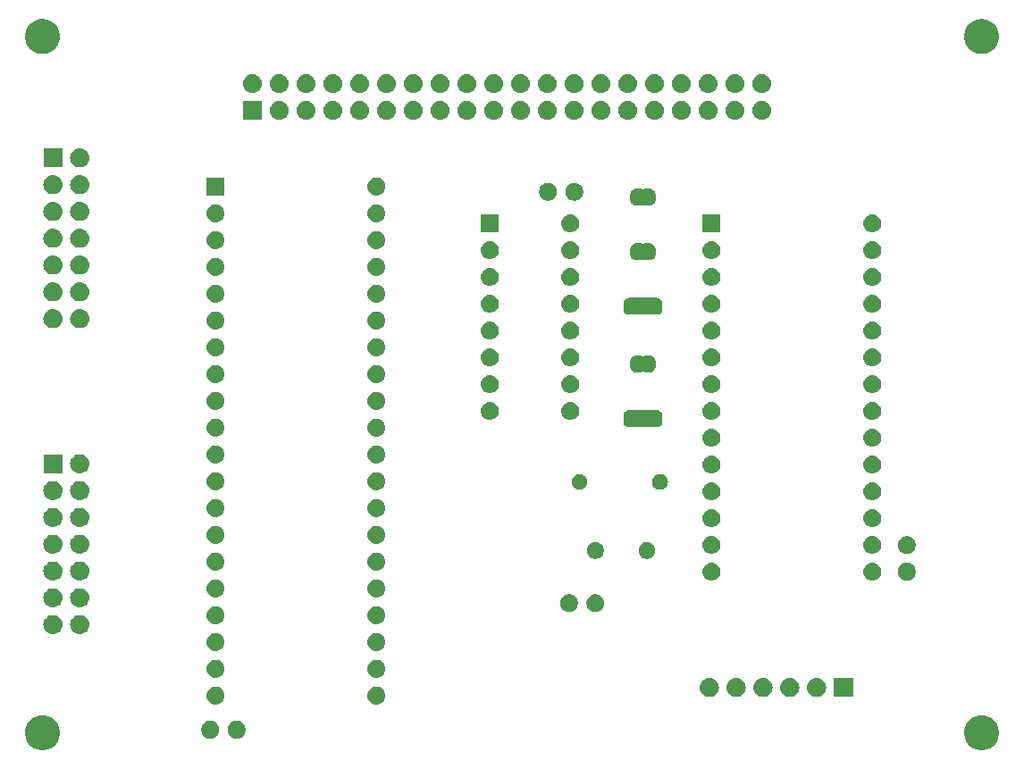
<source format=gbs>
G04 #@! TF.GenerationSoftware,KiCad,Pcbnew,(5.1.4)-1*
G04 #@! TF.CreationDate,2020-09-22T12:22:13+09:00*
G04 #@! TF.ProjectId,K65-IOB,4b36352d-494f-4422-9e6b-696361645f70,rev?*
G04 #@! TF.SameCoordinates,Original*
G04 #@! TF.FileFunction,Soldermask,Bot*
G04 #@! TF.FilePolarity,Negative*
%FSLAX46Y46*%
G04 Gerber Fmt 4.6, Leading zero omitted, Abs format (unit mm)*
G04 Created by KiCad (PCBNEW (5.1.4)-1) date 2020-09-22 12:22:13*
%MOMM*%
%LPD*%
G04 APERTURE LIST*
%ADD10C,0.100000*%
G04 APERTURE END LIST*
D10*
G36*
X174875256Y-128891298D02*
G01*
X174981579Y-128912447D01*
X175282042Y-129036903D01*
X175552451Y-129217585D01*
X175782415Y-129447549D01*
X175963097Y-129717958D01*
X176087553Y-130018421D01*
X176151000Y-130337391D01*
X176151000Y-130662609D01*
X176087553Y-130981579D01*
X175963097Y-131282042D01*
X175782415Y-131552451D01*
X175552451Y-131782415D01*
X175282042Y-131963097D01*
X174981579Y-132087553D01*
X174875256Y-132108702D01*
X174662611Y-132151000D01*
X174337389Y-132151000D01*
X174124744Y-132108702D01*
X174018421Y-132087553D01*
X173717958Y-131963097D01*
X173447549Y-131782415D01*
X173217585Y-131552451D01*
X173036903Y-131282042D01*
X172912447Y-130981579D01*
X172849000Y-130662609D01*
X172849000Y-130337391D01*
X172912447Y-130018421D01*
X173036903Y-129717958D01*
X173217585Y-129447549D01*
X173447549Y-129217585D01*
X173717958Y-129036903D01*
X174018421Y-128912447D01*
X174124744Y-128891298D01*
X174337389Y-128849000D01*
X174662611Y-128849000D01*
X174875256Y-128891298D01*
X174875256Y-128891298D01*
G37*
G36*
X85875256Y-128891298D02*
G01*
X85981579Y-128912447D01*
X86282042Y-129036903D01*
X86552451Y-129217585D01*
X86782415Y-129447549D01*
X86963097Y-129717958D01*
X87087553Y-130018421D01*
X87151000Y-130337391D01*
X87151000Y-130662609D01*
X87087553Y-130981579D01*
X86963097Y-131282042D01*
X86782415Y-131552451D01*
X86552451Y-131782415D01*
X86282042Y-131963097D01*
X85981579Y-132087553D01*
X85875256Y-132108702D01*
X85662611Y-132151000D01*
X85337389Y-132151000D01*
X85124744Y-132108702D01*
X85018421Y-132087553D01*
X84717958Y-131963097D01*
X84447549Y-131782415D01*
X84217585Y-131552451D01*
X84036903Y-131282042D01*
X83912447Y-130981579D01*
X83849000Y-130662609D01*
X83849000Y-130337391D01*
X83912447Y-130018421D01*
X84036903Y-129717958D01*
X84217585Y-129447549D01*
X84447549Y-129217585D01*
X84717958Y-129036903D01*
X85018421Y-128912447D01*
X85124744Y-128891298D01*
X85337389Y-128849000D01*
X85662611Y-128849000D01*
X85875256Y-128891298D01*
X85875256Y-128891298D01*
G37*
G36*
X104153228Y-129396703D02*
G01*
X104308100Y-129460853D01*
X104447481Y-129553985D01*
X104566015Y-129672519D01*
X104659147Y-129811900D01*
X104723297Y-129966772D01*
X104756000Y-130131184D01*
X104756000Y-130298816D01*
X104723297Y-130463228D01*
X104659147Y-130618100D01*
X104566015Y-130757481D01*
X104447481Y-130876015D01*
X104308100Y-130969147D01*
X104153228Y-131033297D01*
X103988816Y-131066000D01*
X103821184Y-131066000D01*
X103656772Y-131033297D01*
X103501900Y-130969147D01*
X103362519Y-130876015D01*
X103243985Y-130757481D01*
X103150853Y-130618100D01*
X103086703Y-130463228D01*
X103054000Y-130298816D01*
X103054000Y-130131184D01*
X103086703Y-129966772D01*
X103150853Y-129811900D01*
X103243985Y-129672519D01*
X103362519Y-129553985D01*
X103501900Y-129460853D01*
X103656772Y-129396703D01*
X103821184Y-129364000D01*
X103988816Y-129364000D01*
X104153228Y-129396703D01*
X104153228Y-129396703D01*
G37*
G36*
X101653228Y-129396703D02*
G01*
X101808100Y-129460853D01*
X101947481Y-129553985D01*
X102066015Y-129672519D01*
X102159147Y-129811900D01*
X102223297Y-129966772D01*
X102256000Y-130131184D01*
X102256000Y-130298816D01*
X102223297Y-130463228D01*
X102159147Y-130618100D01*
X102066015Y-130757481D01*
X101947481Y-130876015D01*
X101808100Y-130969147D01*
X101653228Y-131033297D01*
X101488816Y-131066000D01*
X101321184Y-131066000D01*
X101156772Y-131033297D01*
X101001900Y-130969147D01*
X100862519Y-130876015D01*
X100743985Y-130757481D01*
X100650853Y-130618100D01*
X100586703Y-130463228D01*
X100554000Y-130298816D01*
X100554000Y-130131184D01*
X100586703Y-129966772D01*
X100650853Y-129811900D01*
X100743985Y-129672519D01*
X100862519Y-129553985D01*
X101001900Y-129460853D01*
X101156772Y-129396703D01*
X101321184Y-129364000D01*
X101488816Y-129364000D01*
X101653228Y-129396703D01*
X101653228Y-129396703D01*
G37*
G36*
X102071823Y-126136313D02*
G01*
X102232242Y-126184976D01*
X102364906Y-126255886D01*
X102380078Y-126263996D01*
X102509659Y-126370341D01*
X102616004Y-126499922D01*
X102616005Y-126499924D01*
X102695024Y-126647758D01*
X102743687Y-126808177D01*
X102760117Y-126975000D01*
X102743687Y-127141823D01*
X102695024Y-127302242D01*
X102624114Y-127434906D01*
X102616004Y-127450078D01*
X102509659Y-127579659D01*
X102380078Y-127686004D01*
X102380076Y-127686005D01*
X102232242Y-127765024D01*
X102071823Y-127813687D01*
X101946804Y-127826000D01*
X101863196Y-127826000D01*
X101738177Y-127813687D01*
X101577758Y-127765024D01*
X101429924Y-127686005D01*
X101429922Y-127686004D01*
X101300341Y-127579659D01*
X101193996Y-127450078D01*
X101185886Y-127434906D01*
X101114976Y-127302242D01*
X101066313Y-127141823D01*
X101049883Y-126975000D01*
X101066313Y-126808177D01*
X101114976Y-126647758D01*
X101193995Y-126499924D01*
X101193996Y-126499922D01*
X101300341Y-126370341D01*
X101429922Y-126263996D01*
X101445094Y-126255886D01*
X101577758Y-126184976D01*
X101738177Y-126136313D01*
X101863196Y-126124000D01*
X101946804Y-126124000D01*
X102071823Y-126136313D01*
X102071823Y-126136313D01*
G37*
G36*
X117311823Y-126136313D02*
G01*
X117472242Y-126184976D01*
X117604906Y-126255886D01*
X117620078Y-126263996D01*
X117749659Y-126370341D01*
X117856004Y-126499922D01*
X117856005Y-126499924D01*
X117935024Y-126647758D01*
X117983687Y-126808177D01*
X118000117Y-126975000D01*
X117983687Y-127141823D01*
X117935024Y-127302242D01*
X117864114Y-127434906D01*
X117856004Y-127450078D01*
X117749659Y-127579659D01*
X117620078Y-127686004D01*
X117620076Y-127686005D01*
X117472242Y-127765024D01*
X117311823Y-127813687D01*
X117186804Y-127826000D01*
X117103196Y-127826000D01*
X116978177Y-127813687D01*
X116817758Y-127765024D01*
X116669924Y-127686005D01*
X116669922Y-127686004D01*
X116540341Y-127579659D01*
X116433996Y-127450078D01*
X116425886Y-127434906D01*
X116354976Y-127302242D01*
X116306313Y-127141823D01*
X116289883Y-126975000D01*
X116306313Y-126808177D01*
X116354976Y-126647758D01*
X116433995Y-126499924D01*
X116433996Y-126499922D01*
X116540341Y-126370341D01*
X116669922Y-126263996D01*
X116685094Y-126255886D01*
X116817758Y-126184976D01*
X116978177Y-126136313D01*
X117103196Y-126124000D01*
X117186804Y-126124000D01*
X117311823Y-126136313D01*
X117311823Y-126136313D01*
G37*
G36*
X153895442Y-125320518D02*
G01*
X153961627Y-125327037D01*
X154131466Y-125378557D01*
X154287991Y-125462222D01*
X154323729Y-125491552D01*
X154425186Y-125574814D01*
X154508448Y-125676271D01*
X154537778Y-125712009D01*
X154621443Y-125868534D01*
X154672963Y-126038373D01*
X154690359Y-126215000D01*
X154672963Y-126391627D01*
X154621443Y-126561466D01*
X154537778Y-126717991D01*
X154508448Y-126753729D01*
X154425186Y-126855186D01*
X154323729Y-126938448D01*
X154287991Y-126967778D01*
X154131466Y-127051443D01*
X153961627Y-127102963D01*
X153895443Y-127109481D01*
X153829260Y-127116000D01*
X153740740Y-127116000D01*
X153674557Y-127109481D01*
X153608373Y-127102963D01*
X153438534Y-127051443D01*
X153282009Y-126967778D01*
X153246271Y-126938448D01*
X153144814Y-126855186D01*
X153061552Y-126753729D01*
X153032222Y-126717991D01*
X152948557Y-126561466D01*
X152897037Y-126391627D01*
X152879641Y-126215000D01*
X152897037Y-126038373D01*
X152948557Y-125868534D01*
X153032222Y-125712009D01*
X153061552Y-125676271D01*
X153144814Y-125574814D01*
X153246271Y-125491552D01*
X153282009Y-125462222D01*
X153438534Y-125378557D01*
X153608373Y-125327037D01*
X153674558Y-125320518D01*
X153740740Y-125314000D01*
X153829260Y-125314000D01*
X153895442Y-125320518D01*
X153895442Y-125320518D01*
G37*
G36*
X156435442Y-125320518D02*
G01*
X156501627Y-125327037D01*
X156671466Y-125378557D01*
X156827991Y-125462222D01*
X156863729Y-125491552D01*
X156965186Y-125574814D01*
X157048448Y-125676271D01*
X157077778Y-125712009D01*
X157161443Y-125868534D01*
X157212963Y-126038373D01*
X157230359Y-126215000D01*
X157212963Y-126391627D01*
X157161443Y-126561466D01*
X157077778Y-126717991D01*
X157048448Y-126753729D01*
X156965186Y-126855186D01*
X156863729Y-126938448D01*
X156827991Y-126967778D01*
X156671466Y-127051443D01*
X156501627Y-127102963D01*
X156435443Y-127109481D01*
X156369260Y-127116000D01*
X156280740Y-127116000D01*
X156214557Y-127109481D01*
X156148373Y-127102963D01*
X155978534Y-127051443D01*
X155822009Y-126967778D01*
X155786271Y-126938448D01*
X155684814Y-126855186D01*
X155601552Y-126753729D01*
X155572222Y-126717991D01*
X155488557Y-126561466D01*
X155437037Y-126391627D01*
X155419641Y-126215000D01*
X155437037Y-126038373D01*
X155488557Y-125868534D01*
X155572222Y-125712009D01*
X155601552Y-125676271D01*
X155684814Y-125574814D01*
X155786271Y-125491552D01*
X155822009Y-125462222D01*
X155978534Y-125378557D01*
X156148373Y-125327037D01*
X156214558Y-125320518D01*
X156280740Y-125314000D01*
X156369260Y-125314000D01*
X156435442Y-125320518D01*
X156435442Y-125320518D01*
G37*
G36*
X158975442Y-125320518D02*
G01*
X159041627Y-125327037D01*
X159211466Y-125378557D01*
X159367991Y-125462222D01*
X159403729Y-125491552D01*
X159505186Y-125574814D01*
X159588448Y-125676271D01*
X159617778Y-125712009D01*
X159701443Y-125868534D01*
X159752963Y-126038373D01*
X159770359Y-126215000D01*
X159752963Y-126391627D01*
X159701443Y-126561466D01*
X159617778Y-126717991D01*
X159588448Y-126753729D01*
X159505186Y-126855186D01*
X159403729Y-126938448D01*
X159367991Y-126967778D01*
X159211466Y-127051443D01*
X159041627Y-127102963D01*
X158975443Y-127109481D01*
X158909260Y-127116000D01*
X158820740Y-127116000D01*
X158754557Y-127109481D01*
X158688373Y-127102963D01*
X158518534Y-127051443D01*
X158362009Y-126967778D01*
X158326271Y-126938448D01*
X158224814Y-126855186D01*
X158141552Y-126753729D01*
X158112222Y-126717991D01*
X158028557Y-126561466D01*
X157977037Y-126391627D01*
X157959641Y-126215000D01*
X157977037Y-126038373D01*
X158028557Y-125868534D01*
X158112222Y-125712009D01*
X158141552Y-125676271D01*
X158224814Y-125574814D01*
X158326271Y-125491552D01*
X158362009Y-125462222D01*
X158518534Y-125378557D01*
X158688373Y-125327037D01*
X158754558Y-125320518D01*
X158820740Y-125314000D01*
X158909260Y-125314000D01*
X158975442Y-125320518D01*
X158975442Y-125320518D01*
G37*
G36*
X162306000Y-127116000D02*
G01*
X160504000Y-127116000D01*
X160504000Y-125314000D01*
X162306000Y-125314000D01*
X162306000Y-127116000D01*
X162306000Y-127116000D01*
G37*
G36*
X148815442Y-125320518D02*
G01*
X148881627Y-125327037D01*
X149051466Y-125378557D01*
X149207991Y-125462222D01*
X149243729Y-125491552D01*
X149345186Y-125574814D01*
X149428448Y-125676271D01*
X149457778Y-125712009D01*
X149541443Y-125868534D01*
X149592963Y-126038373D01*
X149610359Y-126215000D01*
X149592963Y-126391627D01*
X149541443Y-126561466D01*
X149457778Y-126717991D01*
X149428448Y-126753729D01*
X149345186Y-126855186D01*
X149243729Y-126938448D01*
X149207991Y-126967778D01*
X149051466Y-127051443D01*
X148881627Y-127102963D01*
X148815443Y-127109481D01*
X148749260Y-127116000D01*
X148660740Y-127116000D01*
X148594557Y-127109481D01*
X148528373Y-127102963D01*
X148358534Y-127051443D01*
X148202009Y-126967778D01*
X148166271Y-126938448D01*
X148064814Y-126855186D01*
X147981552Y-126753729D01*
X147952222Y-126717991D01*
X147868557Y-126561466D01*
X147817037Y-126391627D01*
X147799641Y-126215000D01*
X147817037Y-126038373D01*
X147868557Y-125868534D01*
X147952222Y-125712009D01*
X147981552Y-125676271D01*
X148064814Y-125574814D01*
X148166271Y-125491552D01*
X148202009Y-125462222D01*
X148358534Y-125378557D01*
X148528373Y-125327037D01*
X148594558Y-125320518D01*
X148660740Y-125314000D01*
X148749260Y-125314000D01*
X148815442Y-125320518D01*
X148815442Y-125320518D01*
G37*
G36*
X151355442Y-125320518D02*
G01*
X151421627Y-125327037D01*
X151591466Y-125378557D01*
X151747991Y-125462222D01*
X151783729Y-125491552D01*
X151885186Y-125574814D01*
X151968448Y-125676271D01*
X151997778Y-125712009D01*
X152081443Y-125868534D01*
X152132963Y-126038373D01*
X152150359Y-126215000D01*
X152132963Y-126391627D01*
X152081443Y-126561466D01*
X151997778Y-126717991D01*
X151968448Y-126753729D01*
X151885186Y-126855186D01*
X151783729Y-126938448D01*
X151747991Y-126967778D01*
X151591466Y-127051443D01*
X151421627Y-127102963D01*
X151355443Y-127109481D01*
X151289260Y-127116000D01*
X151200740Y-127116000D01*
X151134557Y-127109481D01*
X151068373Y-127102963D01*
X150898534Y-127051443D01*
X150742009Y-126967778D01*
X150706271Y-126938448D01*
X150604814Y-126855186D01*
X150521552Y-126753729D01*
X150492222Y-126717991D01*
X150408557Y-126561466D01*
X150357037Y-126391627D01*
X150339641Y-126215000D01*
X150357037Y-126038373D01*
X150408557Y-125868534D01*
X150492222Y-125712009D01*
X150521552Y-125676271D01*
X150604814Y-125574814D01*
X150706271Y-125491552D01*
X150742009Y-125462222D01*
X150898534Y-125378557D01*
X151068373Y-125327037D01*
X151134558Y-125320518D01*
X151200740Y-125314000D01*
X151289260Y-125314000D01*
X151355442Y-125320518D01*
X151355442Y-125320518D01*
G37*
G36*
X102071823Y-123596313D02*
G01*
X102232242Y-123644976D01*
X102364906Y-123715886D01*
X102380078Y-123723996D01*
X102509659Y-123830341D01*
X102616004Y-123959922D01*
X102616005Y-123959924D01*
X102695024Y-124107758D01*
X102743687Y-124268177D01*
X102760117Y-124435000D01*
X102743687Y-124601823D01*
X102695024Y-124762242D01*
X102624114Y-124894906D01*
X102616004Y-124910078D01*
X102509659Y-125039659D01*
X102380078Y-125146004D01*
X102380076Y-125146005D01*
X102232242Y-125225024D01*
X102071823Y-125273687D01*
X101946804Y-125286000D01*
X101863196Y-125286000D01*
X101738177Y-125273687D01*
X101577758Y-125225024D01*
X101429924Y-125146005D01*
X101429922Y-125146004D01*
X101300341Y-125039659D01*
X101193996Y-124910078D01*
X101185886Y-124894906D01*
X101114976Y-124762242D01*
X101066313Y-124601823D01*
X101049883Y-124435000D01*
X101066313Y-124268177D01*
X101114976Y-124107758D01*
X101193995Y-123959924D01*
X101193996Y-123959922D01*
X101300341Y-123830341D01*
X101429922Y-123723996D01*
X101445094Y-123715886D01*
X101577758Y-123644976D01*
X101738177Y-123596313D01*
X101863196Y-123584000D01*
X101946804Y-123584000D01*
X102071823Y-123596313D01*
X102071823Y-123596313D01*
G37*
G36*
X117311823Y-123596313D02*
G01*
X117472242Y-123644976D01*
X117604906Y-123715886D01*
X117620078Y-123723996D01*
X117749659Y-123830341D01*
X117856004Y-123959922D01*
X117856005Y-123959924D01*
X117935024Y-124107758D01*
X117983687Y-124268177D01*
X118000117Y-124435000D01*
X117983687Y-124601823D01*
X117935024Y-124762242D01*
X117864114Y-124894906D01*
X117856004Y-124910078D01*
X117749659Y-125039659D01*
X117620078Y-125146004D01*
X117620076Y-125146005D01*
X117472242Y-125225024D01*
X117311823Y-125273687D01*
X117186804Y-125286000D01*
X117103196Y-125286000D01*
X116978177Y-125273687D01*
X116817758Y-125225024D01*
X116669924Y-125146005D01*
X116669922Y-125146004D01*
X116540341Y-125039659D01*
X116433996Y-124910078D01*
X116425886Y-124894906D01*
X116354976Y-124762242D01*
X116306313Y-124601823D01*
X116289883Y-124435000D01*
X116306313Y-124268177D01*
X116354976Y-124107758D01*
X116433995Y-123959924D01*
X116433996Y-123959922D01*
X116540341Y-123830341D01*
X116669922Y-123723996D01*
X116685094Y-123715886D01*
X116817758Y-123644976D01*
X116978177Y-123596313D01*
X117103196Y-123584000D01*
X117186804Y-123584000D01*
X117311823Y-123596313D01*
X117311823Y-123596313D01*
G37*
G36*
X117311823Y-121056313D02*
G01*
X117472242Y-121104976D01*
X117539638Y-121141000D01*
X117620078Y-121183996D01*
X117749659Y-121290341D01*
X117856004Y-121419922D01*
X117856005Y-121419924D01*
X117935024Y-121567758D01*
X117983687Y-121728177D01*
X118000117Y-121895000D01*
X117983687Y-122061823D01*
X117935024Y-122222242D01*
X117864114Y-122354906D01*
X117856004Y-122370078D01*
X117749659Y-122499659D01*
X117620078Y-122606004D01*
X117620076Y-122606005D01*
X117472242Y-122685024D01*
X117311823Y-122733687D01*
X117186804Y-122746000D01*
X117103196Y-122746000D01*
X116978177Y-122733687D01*
X116817758Y-122685024D01*
X116669924Y-122606005D01*
X116669922Y-122606004D01*
X116540341Y-122499659D01*
X116433996Y-122370078D01*
X116425886Y-122354906D01*
X116354976Y-122222242D01*
X116306313Y-122061823D01*
X116289883Y-121895000D01*
X116306313Y-121728177D01*
X116354976Y-121567758D01*
X116433995Y-121419924D01*
X116433996Y-121419922D01*
X116540341Y-121290341D01*
X116669922Y-121183996D01*
X116750362Y-121141000D01*
X116817758Y-121104976D01*
X116978177Y-121056313D01*
X117103196Y-121044000D01*
X117186804Y-121044000D01*
X117311823Y-121056313D01*
X117311823Y-121056313D01*
G37*
G36*
X102071823Y-121056313D02*
G01*
X102232242Y-121104976D01*
X102299638Y-121141000D01*
X102380078Y-121183996D01*
X102509659Y-121290341D01*
X102616004Y-121419922D01*
X102616005Y-121419924D01*
X102695024Y-121567758D01*
X102743687Y-121728177D01*
X102760117Y-121895000D01*
X102743687Y-122061823D01*
X102695024Y-122222242D01*
X102624114Y-122354906D01*
X102616004Y-122370078D01*
X102509659Y-122499659D01*
X102380078Y-122606004D01*
X102380076Y-122606005D01*
X102232242Y-122685024D01*
X102071823Y-122733687D01*
X101946804Y-122746000D01*
X101863196Y-122746000D01*
X101738177Y-122733687D01*
X101577758Y-122685024D01*
X101429924Y-122606005D01*
X101429922Y-122606004D01*
X101300341Y-122499659D01*
X101193996Y-122370078D01*
X101185886Y-122354906D01*
X101114976Y-122222242D01*
X101066313Y-122061823D01*
X101049883Y-121895000D01*
X101066313Y-121728177D01*
X101114976Y-121567758D01*
X101193995Y-121419924D01*
X101193996Y-121419922D01*
X101300341Y-121290341D01*
X101429922Y-121183996D01*
X101510362Y-121141000D01*
X101577758Y-121104976D01*
X101738177Y-121056313D01*
X101863196Y-121044000D01*
X101946804Y-121044000D01*
X102071823Y-121056313D01*
X102071823Y-121056313D01*
G37*
G36*
X89150443Y-119345519D02*
G01*
X89216627Y-119352037D01*
X89386466Y-119403557D01*
X89542991Y-119487222D01*
X89578729Y-119516552D01*
X89680186Y-119599814D01*
X89747829Y-119682239D01*
X89792778Y-119737009D01*
X89876443Y-119893534D01*
X89927963Y-120063373D01*
X89945359Y-120240000D01*
X89927963Y-120416627D01*
X89876443Y-120586466D01*
X89792778Y-120742991D01*
X89763448Y-120778729D01*
X89680186Y-120880186D01*
X89578729Y-120963448D01*
X89542991Y-120992778D01*
X89386466Y-121076443D01*
X89216627Y-121127963D01*
X89150442Y-121134482D01*
X89084260Y-121141000D01*
X88995740Y-121141000D01*
X88929558Y-121134482D01*
X88863373Y-121127963D01*
X88693534Y-121076443D01*
X88537009Y-120992778D01*
X88501271Y-120963448D01*
X88399814Y-120880186D01*
X88316552Y-120778729D01*
X88287222Y-120742991D01*
X88203557Y-120586466D01*
X88152037Y-120416627D01*
X88134641Y-120240000D01*
X88152037Y-120063373D01*
X88203557Y-119893534D01*
X88287222Y-119737009D01*
X88332171Y-119682239D01*
X88399814Y-119599814D01*
X88501271Y-119516552D01*
X88537009Y-119487222D01*
X88693534Y-119403557D01*
X88863373Y-119352037D01*
X88929557Y-119345519D01*
X88995740Y-119339000D01*
X89084260Y-119339000D01*
X89150443Y-119345519D01*
X89150443Y-119345519D01*
G37*
G36*
X86610443Y-119345519D02*
G01*
X86676627Y-119352037D01*
X86846466Y-119403557D01*
X87002991Y-119487222D01*
X87038729Y-119516552D01*
X87140186Y-119599814D01*
X87207829Y-119682239D01*
X87252778Y-119737009D01*
X87336443Y-119893534D01*
X87387963Y-120063373D01*
X87405359Y-120240000D01*
X87387963Y-120416627D01*
X87336443Y-120586466D01*
X87252778Y-120742991D01*
X87223448Y-120778729D01*
X87140186Y-120880186D01*
X87038729Y-120963448D01*
X87002991Y-120992778D01*
X86846466Y-121076443D01*
X86676627Y-121127963D01*
X86610442Y-121134482D01*
X86544260Y-121141000D01*
X86455740Y-121141000D01*
X86389558Y-121134482D01*
X86323373Y-121127963D01*
X86153534Y-121076443D01*
X85997009Y-120992778D01*
X85961271Y-120963448D01*
X85859814Y-120880186D01*
X85776552Y-120778729D01*
X85747222Y-120742991D01*
X85663557Y-120586466D01*
X85612037Y-120416627D01*
X85594641Y-120240000D01*
X85612037Y-120063373D01*
X85663557Y-119893534D01*
X85747222Y-119737009D01*
X85792171Y-119682239D01*
X85859814Y-119599814D01*
X85961271Y-119516552D01*
X85997009Y-119487222D01*
X86153534Y-119403557D01*
X86323373Y-119352037D01*
X86389557Y-119345519D01*
X86455740Y-119339000D01*
X86544260Y-119339000D01*
X86610443Y-119345519D01*
X86610443Y-119345519D01*
G37*
G36*
X117311823Y-118516313D02*
G01*
X117472242Y-118564976D01*
X117539638Y-118601000D01*
X117620078Y-118643996D01*
X117749659Y-118750341D01*
X117856004Y-118879922D01*
X117856005Y-118879924D01*
X117935024Y-119027758D01*
X117983687Y-119188177D01*
X118000117Y-119355000D01*
X117983687Y-119521823D01*
X117935024Y-119682242D01*
X117905750Y-119737009D01*
X117856004Y-119830078D01*
X117749659Y-119959659D01*
X117620078Y-120066004D01*
X117620076Y-120066005D01*
X117472242Y-120145024D01*
X117311823Y-120193687D01*
X117186804Y-120206000D01*
X117103196Y-120206000D01*
X116978177Y-120193687D01*
X116817758Y-120145024D01*
X116669924Y-120066005D01*
X116669922Y-120066004D01*
X116540341Y-119959659D01*
X116433996Y-119830078D01*
X116384250Y-119737009D01*
X116354976Y-119682242D01*
X116306313Y-119521823D01*
X116289883Y-119355000D01*
X116306313Y-119188177D01*
X116354976Y-119027758D01*
X116433995Y-118879924D01*
X116433996Y-118879922D01*
X116540341Y-118750341D01*
X116669922Y-118643996D01*
X116750362Y-118601000D01*
X116817758Y-118564976D01*
X116978177Y-118516313D01*
X117103196Y-118504000D01*
X117186804Y-118504000D01*
X117311823Y-118516313D01*
X117311823Y-118516313D01*
G37*
G36*
X102071823Y-118516313D02*
G01*
X102232242Y-118564976D01*
X102299638Y-118601000D01*
X102380078Y-118643996D01*
X102509659Y-118750341D01*
X102616004Y-118879922D01*
X102616005Y-118879924D01*
X102695024Y-119027758D01*
X102743687Y-119188177D01*
X102760117Y-119355000D01*
X102743687Y-119521823D01*
X102695024Y-119682242D01*
X102665750Y-119737009D01*
X102616004Y-119830078D01*
X102509659Y-119959659D01*
X102380078Y-120066004D01*
X102380076Y-120066005D01*
X102232242Y-120145024D01*
X102071823Y-120193687D01*
X101946804Y-120206000D01*
X101863196Y-120206000D01*
X101738177Y-120193687D01*
X101577758Y-120145024D01*
X101429924Y-120066005D01*
X101429922Y-120066004D01*
X101300341Y-119959659D01*
X101193996Y-119830078D01*
X101144250Y-119737009D01*
X101114976Y-119682242D01*
X101066313Y-119521823D01*
X101049883Y-119355000D01*
X101066313Y-119188177D01*
X101114976Y-119027758D01*
X101193995Y-118879924D01*
X101193996Y-118879922D01*
X101300341Y-118750341D01*
X101429922Y-118643996D01*
X101510362Y-118601000D01*
X101577758Y-118564976D01*
X101738177Y-118516313D01*
X101863196Y-118504000D01*
X101946804Y-118504000D01*
X102071823Y-118516313D01*
X102071823Y-118516313D01*
G37*
G36*
X138153228Y-117396703D02*
G01*
X138308100Y-117460853D01*
X138447481Y-117553985D01*
X138566015Y-117672519D01*
X138659147Y-117811900D01*
X138723297Y-117966772D01*
X138756000Y-118131184D01*
X138756000Y-118298816D01*
X138723297Y-118463228D01*
X138659147Y-118618100D01*
X138566015Y-118757481D01*
X138447481Y-118876015D01*
X138308100Y-118969147D01*
X138153228Y-119033297D01*
X137988816Y-119066000D01*
X137821184Y-119066000D01*
X137656772Y-119033297D01*
X137501900Y-118969147D01*
X137362519Y-118876015D01*
X137243985Y-118757481D01*
X137150853Y-118618100D01*
X137086703Y-118463228D01*
X137054000Y-118298816D01*
X137054000Y-118131184D01*
X137086703Y-117966772D01*
X137150853Y-117811900D01*
X137243985Y-117672519D01*
X137362519Y-117553985D01*
X137501900Y-117460853D01*
X137656772Y-117396703D01*
X137821184Y-117364000D01*
X137988816Y-117364000D01*
X138153228Y-117396703D01*
X138153228Y-117396703D01*
G37*
G36*
X135653228Y-117396703D02*
G01*
X135808100Y-117460853D01*
X135947481Y-117553985D01*
X136066015Y-117672519D01*
X136159147Y-117811900D01*
X136223297Y-117966772D01*
X136256000Y-118131184D01*
X136256000Y-118298816D01*
X136223297Y-118463228D01*
X136159147Y-118618100D01*
X136066015Y-118757481D01*
X135947481Y-118876015D01*
X135808100Y-118969147D01*
X135653228Y-119033297D01*
X135488816Y-119066000D01*
X135321184Y-119066000D01*
X135156772Y-119033297D01*
X135001900Y-118969147D01*
X134862519Y-118876015D01*
X134743985Y-118757481D01*
X134650853Y-118618100D01*
X134586703Y-118463228D01*
X134554000Y-118298816D01*
X134554000Y-118131184D01*
X134586703Y-117966772D01*
X134650853Y-117811900D01*
X134743985Y-117672519D01*
X134862519Y-117553985D01*
X135001900Y-117460853D01*
X135156772Y-117396703D01*
X135321184Y-117364000D01*
X135488816Y-117364000D01*
X135653228Y-117396703D01*
X135653228Y-117396703D01*
G37*
G36*
X86610443Y-116805519D02*
G01*
X86676627Y-116812037D01*
X86846466Y-116863557D01*
X87002991Y-116947222D01*
X87038729Y-116976552D01*
X87140186Y-117059814D01*
X87207829Y-117142239D01*
X87252778Y-117197009D01*
X87336443Y-117353534D01*
X87387963Y-117523373D01*
X87405359Y-117700000D01*
X87387963Y-117876627D01*
X87336443Y-118046466D01*
X87252778Y-118202991D01*
X87223448Y-118238729D01*
X87140186Y-118340186D01*
X87038729Y-118423448D01*
X87002991Y-118452778D01*
X86846466Y-118536443D01*
X86676627Y-118587963D01*
X86610443Y-118594481D01*
X86544260Y-118601000D01*
X86455740Y-118601000D01*
X86389557Y-118594481D01*
X86323373Y-118587963D01*
X86153534Y-118536443D01*
X85997009Y-118452778D01*
X85961271Y-118423448D01*
X85859814Y-118340186D01*
X85776552Y-118238729D01*
X85747222Y-118202991D01*
X85663557Y-118046466D01*
X85612037Y-117876627D01*
X85594641Y-117700000D01*
X85612037Y-117523373D01*
X85663557Y-117353534D01*
X85747222Y-117197009D01*
X85792171Y-117142239D01*
X85859814Y-117059814D01*
X85961271Y-116976552D01*
X85997009Y-116947222D01*
X86153534Y-116863557D01*
X86323373Y-116812037D01*
X86389557Y-116805519D01*
X86455740Y-116799000D01*
X86544260Y-116799000D01*
X86610443Y-116805519D01*
X86610443Y-116805519D01*
G37*
G36*
X89150443Y-116805519D02*
G01*
X89216627Y-116812037D01*
X89386466Y-116863557D01*
X89542991Y-116947222D01*
X89578729Y-116976552D01*
X89680186Y-117059814D01*
X89747829Y-117142239D01*
X89792778Y-117197009D01*
X89876443Y-117353534D01*
X89927963Y-117523373D01*
X89945359Y-117700000D01*
X89927963Y-117876627D01*
X89876443Y-118046466D01*
X89792778Y-118202991D01*
X89763448Y-118238729D01*
X89680186Y-118340186D01*
X89578729Y-118423448D01*
X89542991Y-118452778D01*
X89386466Y-118536443D01*
X89216627Y-118587963D01*
X89150443Y-118594481D01*
X89084260Y-118601000D01*
X88995740Y-118601000D01*
X88929557Y-118594481D01*
X88863373Y-118587963D01*
X88693534Y-118536443D01*
X88537009Y-118452778D01*
X88501271Y-118423448D01*
X88399814Y-118340186D01*
X88316552Y-118238729D01*
X88287222Y-118202991D01*
X88203557Y-118046466D01*
X88152037Y-117876627D01*
X88134641Y-117700000D01*
X88152037Y-117523373D01*
X88203557Y-117353534D01*
X88287222Y-117197009D01*
X88332171Y-117142239D01*
X88399814Y-117059814D01*
X88501271Y-116976552D01*
X88537009Y-116947222D01*
X88693534Y-116863557D01*
X88863373Y-116812037D01*
X88929557Y-116805519D01*
X88995740Y-116799000D01*
X89084260Y-116799000D01*
X89150443Y-116805519D01*
X89150443Y-116805519D01*
G37*
G36*
X117311823Y-115976313D02*
G01*
X117472242Y-116024976D01*
X117586410Y-116086000D01*
X117620078Y-116103996D01*
X117749659Y-116210341D01*
X117856004Y-116339922D01*
X117856005Y-116339924D01*
X117935024Y-116487758D01*
X117983687Y-116648177D01*
X118000117Y-116815000D01*
X117983687Y-116981823D01*
X117935024Y-117142242D01*
X117905750Y-117197009D01*
X117856004Y-117290078D01*
X117749659Y-117419659D01*
X117620078Y-117526004D01*
X117620076Y-117526005D01*
X117472242Y-117605024D01*
X117311823Y-117653687D01*
X117186804Y-117666000D01*
X117103196Y-117666000D01*
X116978177Y-117653687D01*
X116817758Y-117605024D01*
X116669924Y-117526005D01*
X116669922Y-117526004D01*
X116540341Y-117419659D01*
X116433996Y-117290078D01*
X116384250Y-117197009D01*
X116354976Y-117142242D01*
X116306313Y-116981823D01*
X116289883Y-116815000D01*
X116306313Y-116648177D01*
X116354976Y-116487758D01*
X116433995Y-116339924D01*
X116433996Y-116339922D01*
X116540341Y-116210341D01*
X116669922Y-116103996D01*
X116703590Y-116086000D01*
X116817758Y-116024976D01*
X116978177Y-115976313D01*
X117103196Y-115964000D01*
X117186804Y-115964000D01*
X117311823Y-115976313D01*
X117311823Y-115976313D01*
G37*
G36*
X102071823Y-115976313D02*
G01*
X102232242Y-116024976D01*
X102346410Y-116086000D01*
X102380078Y-116103996D01*
X102509659Y-116210341D01*
X102616004Y-116339922D01*
X102616005Y-116339924D01*
X102695024Y-116487758D01*
X102743687Y-116648177D01*
X102760117Y-116815000D01*
X102743687Y-116981823D01*
X102695024Y-117142242D01*
X102665750Y-117197009D01*
X102616004Y-117290078D01*
X102509659Y-117419659D01*
X102380078Y-117526004D01*
X102380076Y-117526005D01*
X102232242Y-117605024D01*
X102071823Y-117653687D01*
X101946804Y-117666000D01*
X101863196Y-117666000D01*
X101738177Y-117653687D01*
X101577758Y-117605024D01*
X101429924Y-117526005D01*
X101429922Y-117526004D01*
X101300341Y-117419659D01*
X101193996Y-117290078D01*
X101144250Y-117197009D01*
X101114976Y-117142242D01*
X101066313Y-116981823D01*
X101049883Y-116815000D01*
X101066313Y-116648177D01*
X101114976Y-116487758D01*
X101193995Y-116339924D01*
X101193996Y-116339922D01*
X101300341Y-116210341D01*
X101429922Y-116103996D01*
X101463590Y-116086000D01*
X101577758Y-116024976D01*
X101738177Y-115976313D01*
X101863196Y-115964000D01*
X101946804Y-115964000D01*
X102071823Y-115976313D01*
X102071823Y-115976313D01*
G37*
G36*
X149071823Y-114396313D02*
G01*
X149232242Y-114444976D01*
X149364906Y-114515886D01*
X149380078Y-114523996D01*
X149509659Y-114630341D01*
X149616004Y-114759922D01*
X149616005Y-114759924D01*
X149695024Y-114907758D01*
X149743687Y-115068177D01*
X149760117Y-115235000D01*
X149743687Y-115401823D01*
X149695024Y-115562242D01*
X149641172Y-115662991D01*
X149616004Y-115710078D01*
X149509659Y-115839659D01*
X149380078Y-115946004D01*
X149380076Y-115946005D01*
X149232242Y-116025024D01*
X149071823Y-116073687D01*
X148946804Y-116086000D01*
X148863196Y-116086000D01*
X148738177Y-116073687D01*
X148577758Y-116025024D01*
X148429924Y-115946005D01*
X148429922Y-115946004D01*
X148300341Y-115839659D01*
X148193996Y-115710078D01*
X148168828Y-115662991D01*
X148114976Y-115562242D01*
X148066313Y-115401823D01*
X148049883Y-115235000D01*
X148066313Y-115068177D01*
X148114976Y-114907758D01*
X148193995Y-114759924D01*
X148193996Y-114759922D01*
X148300341Y-114630341D01*
X148429922Y-114523996D01*
X148445094Y-114515886D01*
X148577758Y-114444976D01*
X148738177Y-114396313D01*
X148863196Y-114384000D01*
X148946804Y-114384000D01*
X149071823Y-114396313D01*
X149071823Y-114396313D01*
G37*
G36*
X164311823Y-114396313D02*
G01*
X164472242Y-114444976D01*
X164604906Y-114515886D01*
X164620078Y-114523996D01*
X164749659Y-114630341D01*
X164856004Y-114759922D01*
X164856005Y-114759924D01*
X164935024Y-114907758D01*
X164983687Y-115068177D01*
X165000117Y-115235000D01*
X164983687Y-115401823D01*
X164935024Y-115562242D01*
X164881172Y-115662991D01*
X164856004Y-115710078D01*
X164749659Y-115839659D01*
X164620078Y-115946004D01*
X164620076Y-115946005D01*
X164472242Y-116025024D01*
X164311823Y-116073687D01*
X164186804Y-116086000D01*
X164103196Y-116086000D01*
X163978177Y-116073687D01*
X163817758Y-116025024D01*
X163669924Y-115946005D01*
X163669922Y-115946004D01*
X163540341Y-115839659D01*
X163433996Y-115710078D01*
X163408828Y-115662991D01*
X163354976Y-115562242D01*
X163306313Y-115401823D01*
X163289883Y-115235000D01*
X163306313Y-115068177D01*
X163354976Y-114907758D01*
X163433995Y-114759924D01*
X163433996Y-114759922D01*
X163540341Y-114630341D01*
X163669922Y-114523996D01*
X163685094Y-114515886D01*
X163817758Y-114444976D01*
X163978177Y-114396313D01*
X164103196Y-114384000D01*
X164186804Y-114384000D01*
X164311823Y-114396313D01*
X164311823Y-114396313D01*
G37*
G36*
X167653228Y-114396703D02*
G01*
X167808100Y-114460853D01*
X167947481Y-114553985D01*
X168066015Y-114672519D01*
X168159147Y-114811900D01*
X168223297Y-114966772D01*
X168256000Y-115131184D01*
X168256000Y-115298816D01*
X168223297Y-115463228D01*
X168159147Y-115618100D01*
X168066015Y-115757481D01*
X167947481Y-115876015D01*
X167808100Y-115969147D01*
X167653228Y-116033297D01*
X167488816Y-116066000D01*
X167321184Y-116066000D01*
X167156772Y-116033297D01*
X167001900Y-115969147D01*
X166862519Y-115876015D01*
X166743985Y-115757481D01*
X166650853Y-115618100D01*
X166586703Y-115463228D01*
X166554000Y-115298816D01*
X166554000Y-115131184D01*
X166586703Y-114966772D01*
X166650853Y-114811900D01*
X166743985Y-114672519D01*
X166862519Y-114553985D01*
X167001900Y-114460853D01*
X167156772Y-114396703D01*
X167321184Y-114364000D01*
X167488816Y-114364000D01*
X167653228Y-114396703D01*
X167653228Y-114396703D01*
G37*
G36*
X86610443Y-114265519D02*
G01*
X86676627Y-114272037D01*
X86846466Y-114323557D01*
X87002991Y-114407222D01*
X87038729Y-114436552D01*
X87140186Y-114519814D01*
X87207829Y-114602239D01*
X87252778Y-114657009D01*
X87336443Y-114813534D01*
X87387963Y-114983373D01*
X87405359Y-115160000D01*
X87387963Y-115336627D01*
X87336443Y-115506466D01*
X87336442Y-115506468D01*
X87306630Y-115562242D01*
X87252778Y-115662991D01*
X87223448Y-115698729D01*
X87140186Y-115800186D01*
X87047787Y-115876015D01*
X87002991Y-115912778D01*
X86846466Y-115996443D01*
X86676627Y-116047963D01*
X86610443Y-116054481D01*
X86544260Y-116061000D01*
X86455740Y-116061000D01*
X86389557Y-116054481D01*
X86323373Y-116047963D01*
X86153534Y-115996443D01*
X85997009Y-115912778D01*
X85952213Y-115876015D01*
X85859814Y-115800186D01*
X85776552Y-115698729D01*
X85747222Y-115662991D01*
X85693370Y-115562242D01*
X85663558Y-115506468D01*
X85663557Y-115506466D01*
X85612037Y-115336627D01*
X85594641Y-115160000D01*
X85612037Y-114983373D01*
X85663557Y-114813534D01*
X85747222Y-114657009D01*
X85792171Y-114602239D01*
X85859814Y-114519814D01*
X85961271Y-114436552D01*
X85997009Y-114407222D01*
X86153534Y-114323557D01*
X86323373Y-114272037D01*
X86389557Y-114265519D01*
X86455740Y-114259000D01*
X86544260Y-114259000D01*
X86610443Y-114265519D01*
X86610443Y-114265519D01*
G37*
G36*
X89150443Y-114265519D02*
G01*
X89216627Y-114272037D01*
X89386466Y-114323557D01*
X89542991Y-114407222D01*
X89578729Y-114436552D01*
X89680186Y-114519814D01*
X89747829Y-114602239D01*
X89792778Y-114657009D01*
X89876443Y-114813534D01*
X89927963Y-114983373D01*
X89945359Y-115160000D01*
X89927963Y-115336627D01*
X89876443Y-115506466D01*
X89876442Y-115506468D01*
X89846630Y-115562242D01*
X89792778Y-115662991D01*
X89763448Y-115698729D01*
X89680186Y-115800186D01*
X89587787Y-115876015D01*
X89542991Y-115912778D01*
X89386466Y-115996443D01*
X89216627Y-116047963D01*
X89150443Y-116054481D01*
X89084260Y-116061000D01*
X88995740Y-116061000D01*
X88929557Y-116054481D01*
X88863373Y-116047963D01*
X88693534Y-115996443D01*
X88537009Y-115912778D01*
X88492213Y-115876015D01*
X88399814Y-115800186D01*
X88316552Y-115698729D01*
X88287222Y-115662991D01*
X88233370Y-115562242D01*
X88203558Y-115506468D01*
X88203557Y-115506466D01*
X88152037Y-115336627D01*
X88134641Y-115160000D01*
X88152037Y-114983373D01*
X88203557Y-114813534D01*
X88287222Y-114657009D01*
X88332171Y-114602239D01*
X88399814Y-114519814D01*
X88501271Y-114436552D01*
X88537009Y-114407222D01*
X88693534Y-114323557D01*
X88863373Y-114272037D01*
X88929557Y-114265519D01*
X88995740Y-114259000D01*
X89084260Y-114259000D01*
X89150443Y-114265519D01*
X89150443Y-114265519D01*
G37*
G36*
X102071823Y-113436313D02*
G01*
X102232242Y-113484976D01*
X102346410Y-113546000D01*
X102380078Y-113563996D01*
X102509659Y-113670341D01*
X102616004Y-113799922D01*
X102616005Y-113799924D01*
X102695024Y-113947758D01*
X102743687Y-114108177D01*
X102760117Y-114275000D01*
X102743687Y-114441823D01*
X102695024Y-114602242D01*
X102624114Y-114734906D01*
X102616004Y-114750078D01*
X102509659Y-114879659D01*
X102380078Y-114986004D01*
X102380076Y-114986005D01*
X102232242Y-115065024D01*
X102071823Y-115113687D01*
X101946804Y-115126000D01*
X101863196Y-115126000D01*
X101738177Y-115113687D01*
X101577758Y-115065024D01*
X101429924Y-114986005D01*
X101429922Y-114986004D01*
X101300341Y-114879659D01*
X101193996Y-114750078D01*
X101185886Y-114734906D01*
X101114976Y-114602242D01*
X101066313Y-114441823D01*
X101049883Y-114275000D01*
X101066313Y-114108177D01*
X101114976Y-113947758D01*
X101193995Y-113799924D01*
X101193996Y-113799922D01*
X101300341Y-113670341D01*
X101429922Y-113563996D01*
X101463590Y-113546000D01*
X101577758Y-113484976D01*
X101738177Y-113436313D01*
X101863196Y-113424000D01*
X101946804Y-113424000D01*
X102071823Y-113436313D01*
X102071823Y-113436313D01*
G37*
G36*
X117311823Y-113436313D02*
G01*
X117472242Y-113484976D01*
X117586410Y-113546000D01*
X117620078Y-113563996D01*
X117749659Y-113670341D01*
X117856004Y-113799922D01*
X117856005Y-113799924D01*
X117935024Y-113947758D01*
X117983687Y-114108177D01*
X118000117Y-114275000D01*
X117983687Y-114441823D01*
X117935024Y-114602242D01*
X117864114Y-114734906D01*
X117856004Y-114750078D01*
X117749659Y-114879659D01*
X117620078Y-114986004D01*
X117620076Y-114986005D01*
X117472242Y-115065024D01*
X117311823Y-115113687D01*
X117186804Y-115126000D01*
X117103196Y-115126000D01*
X116978177Y-115113687D01*
X116817758Y-115065024D01*
X116669924Y-114986005D01*
X116669922Y-114986004D01*
X116540341Y-114879659D01*
X116433996Y-114750078D01*
X116425886Y-114734906D01*
X116354976Y-114602242D01*
X116306313Y-114441823D01*
X116289883Y-114275000D01*
X116306313Y-114108177D01*
X116354976Y-113947758D01*
X116433995Y-113799924D01*
X116433996Y-113799922D01*
X116540341Y-113670341D01*
X116669922Y-113563996D01*
X116703590Y-113546000D01*
X116817758Y-113484976D01*
X116978177Y-113436313D01*
X117103196Y-113424000D01*
X117186804Y-113424000D01*
X117311823Y-113436313D01*
X117311823Y-113436313D01*
G37*
G36*
X143018642Y-112444781D02*
G01*
X143164414Y-112505162D01*
X143164416Y-112505163D01*
X143295608Y-112592822D01*
X143407178Y-112704392D01*
X143494837Y-112835584D01*
X143494838Y-112835586D01*
X143555219Y-112981358D01*
X143586000Y-113136107D01*
X143586000Y-113293893D01*
X143555219Y-113448642D01*
X143494838Y-113594414D01*
X143494837Y-113594416D01*
X143407178Y-113725608D01*
X143295608Y-113837178D01*
X143164416Y-113924837D01*
X143164415Y-113924838D01*
X143164414Y-113924838D01*
X143018642Y-113985219D01*
X142863893Y-114016000D01*
X142706107Y-114016000D01*
X142551358Y-113985219D01*
X142405586Y-113924838D01*
X142405585Y-113924838D01*
X142405584Y-113924837D01*
X142274392Y-113837178D01*
X142162822Y-113725608D01*
X142075163Y-113594416D01*
X142075162Y-113594414D01*
X142014781Y-113448642D01*
X141984000Y-113293893D01*
X141984000Y-113136107D01*
X142014781Y-112981358D01*
X142075162Y-112835586D01*
X142075163Y-112835584D01*
X142162822Y-112704392D01*
X142274392Y-112592822D01*
X142405584Y-112505163D01*
X142405586Y-112505162D01*
X142551358Y-112444781D01*
X142706107Y-112414000D01*
X142863893Y-112414000D01*
X143018642Y-112444781D01*
X143018642Y-112444781D01*
G37*
G36*
X138138642Y-112444781D02*
G01*
X138284414Y-112505162D01*
X138284416Y-112505163D01*
X138415608Y-112592822D01*
X138527178Y-112704392D01*
X138614837Y-112835584D01*
X138614838Y-112835586D01*
X138675219Y-112981358D01*
X138706000Y-113136107D01*
X138706000Y-113293893D01*
X138675219Y-113448642D01*
X138614838Y-113594414D01*
X138614837Y-113594416D01*
X138527178Y-113725608D01*
X138415608Y-113837178D01*
X138284416Y-113924837D01*
X138284415Y-113924838D01*
X138284414Y-113924838D01*
X138138642Y-113985219D01*
X137983893Y-114016000D01*
X137826107Y-114016000D01*
X137671358Y-113985219D01*
X137525586Y-113924838D01*
X137525585Y-113924838D01*
X137525584Y-113924837D01*
X137394392Y-113837178D01*
X137282822Y-113725608D01*
X137195163Y-113594416D01*
X137195162Y-113594414D01*
X137134781Y-113448642D01*
X137104000Y-113293893D01*
X137104000Y-113136107D01*
X137134781Y-112981358D01*
X137195162Y-112835586D01*
X137195163Y-112835584D01*
X137282822Y-112704392D01*
X137394392Y-112592822D01*
X137525584Y-112505163D01*
X137525586Y-112505162D01*
X137671358Y-112444781D01*
X137826107Y-112414000D01*
X137983893Y-112414000D01*
X138138642Y-112444781D01*
X138138642Y-112444781D01*
G37*
G36*
X167653228Y-111896703D02*
G01*
X167808100Y-111960853D01*
X167947481Y-112053985D01*
X168066015Y-112172519D01*
X168159147Y-112311900D01*
X168223297Y-112466772D01*
X168256000Y-112631184D01*
X168256000Y-112798816D01*
X168223297Y-112963228D01*
X168159147Y-113118100D01*
X168066015Y-113257481D01*
X167947481Y-113376015D01*
X167808100Y-113469147D01*
X167653228Y-113533297D01*
X167488816Y-113566000D01*
X167321184Y-113566000D01*
X167156772Y-113533297D01*
X167001900Y-113469147D01*
X166862519Y-113376015D01*
X166743985Y-113257481D01*
X166650853Y-113118100D01*
X166586703Y-112963228D01*
X166554000Y-112798816D01*
X166554000Y-112631184D01*
X166586703Y-112466772D01*
X166650853Y-112311900D01*
X166743985Y-112172519D01*
X166862519Y-112053985D01*
X167001900Y-111960853D01*
X167156772Y-111896703D01*
X167321184Y-111864000D01*
X167488816Y-111864000D01*
X167653228Y-111896703D01*
X167653228Y-111896703D01*
G37*
G36*
X164311823Y-111856313D02*
G01*
X164472242Y-111904976D01*
X164576780Y-111960853D01*
X164620078Y-111983996D01*
X164749659Y-112090341D01*
X164856004Y-112219922D01*
X164856005Y-112219924D01*
X164935024Y-112367758D01*
X164983687Y-112528177D01*
X165000117Y-112695000D01*
X164983687Y-112861823D01*
X164935024Y-113022242D01*
X164881172Y-113122991D01*
X164856004Y-113170078D01*
X164749659Y-113299659D01*
X164620078Y-113406004D01*
X164620076Y-113406005D01*
X164472242Y-113485024D01*
X164311823Y-113533687D01*
X164186804Y-113546000D01*
X164103196Y-113546000D01*
X163978177Y-113533687D01*
X163817758Y-113485024D01*
X163669924Y-113406005D01*
X163669922Y-113406004D01*
X163540341Y-113299659D01*
X163433996Y-113170078D01*
X163408828Y-113122991D01*
X163354976Y-113022242D01*
X163306313Y-112861823D01*
X163289883Y-112695000D01*
X163306313Y-112528177D01*
X163354976Y-112367758D01*
X163433995Y-112219924D01*
X163433996Y-112219922D01*
X163540341Y-112090341D01*
X163669922Y-111983996D01*
X163713220Y-111960853D01*
X163817758Y-111904976D01*
X163978177Y-111856313D01*
X164103196Y-111844000D01*
X164186804Y-111844000D01*
X164311823Y-111856313D01*
X164311823Y-111856313D01*
G37*
G36*
X149071823Y-111856313D02*
G01*
X149232242Y-111904976D01*
X149336780Y-111960853D01*
X149380078Y-111983996D01*
X149509659Y-112090341D01*
X149616004Y-112219922D01*
X149616005Y-112219924D01*
X149695024Y-112367758D01*
X149743687Y-112528177D01*
X149760117Y-112695000D01*
X149743687Y-112861823D01*
X149695024Y-113022242D01*
X149641172Y-113122991D01*
X149616004Y-113170078D01*
X149509659Y-113299659D01*
X149380078Y-113406004D01*
X149380076Y-113406005D01*
X149232242Y-113485024D01*
X149071823Y-113533687D01*
X148946804Y-113546000D01*
X148863196Y-113546000D01*
X148738177Y-113533687D01*
X148577758Y-113485024D01*
X148429924Y-113406005D01*
X148429922Y-113406004D01*
X148300341Y-113299659D01*
X148193996Y-113170078D01*
X148168828Y-113122991D01*
X148114976Y-113022242D01*
X148066313Y-112861823D01*
X148049883Y-112695000D01*
X148066313Y-112528177D01*
X148114976Y-112367758D01*
X148193995Y-112219924D01*
X148193996Y-112219922D01*
X148300341Y-112090341D01*
X148429922Y-111983996D01*
X148473220Y-111960853D01*
X148577758Y-111904976D01*
X148738177Y-111856313D01*
X148863196Y-111844000D01*
X148946804Y-111844000D01*
X149071823Y-111856313D01*
X149071823Y-111856313D01*
G37*
G36*
X86610442Y-111725518D02*
G01*
X86676627Y-111732037D01*
X86846466Y-111783557D01*
X87002991Y-111867222D01*
X87038729Y-111896552D01*
X87140186Y-111979814D01*
X87207829Y-112062239D01*
X87252778Y-112117009D01*
X87336443Y-112273534D01*
X87387963Y-112443373D01*
X87405359Y-112620000D01*
X87387963Y-112796627D01*
X87368186Y-112861823D01*
X87336442Y-112966468D01*
X87306630Y-113022242D01*
X87252778Y-113122991D01*
X87242013Y-113136108D01*
X87140186Y-113260186D01*
X87038729Y-113343448D01*
X87002991Y-113372778D01*
X86846466Y-113456443D01*
X86676627Y-113507963D01*
X86610443Y-113514481D01*
X86544260Y-113521000D01*
X86455740Y-113521000D01*
X86389557Y-113514481D01*
X86323373Y-113507963D01*
X86153534Y-113456443D01*
X85997009Y-113372778D01*
X85961271Y-113343448D01*
X85859814Y-113260186D01*
X85757987Y-113136108D01*
X85747222Y-113122991D01*
X85693370Y-113022242D01*
X85663558Y-112966468D01*
X85631814Y-112861823D01*
X85612037Y-112796627D01*
X85594641Y-112620000D01*
X85612037Y-112443373D01*
X85663557Y-112273534D01*
X85747222Y-112117009D01*
X85792171Y-112062239D01*
X85859814Y-111979814D01*
X85961271Y-111896552D01*
X85997009Y-111867222D01*
X86153534Y-111783557D01*
X86323373Y-111732037D01*
X86389558Y-111725518D01*
X86455740Y-111719000D01*
X86544260Y-111719000D01*
X86610442Y-111725518D01*
X86610442Y-111725518D01*
G37*
G36*
X89150442Y-111725518D02*
G01*
X89216627Y-111732037D01*
X89386466Y-111783557D01*
X89542991Y-111867222D01*
X89578729Y-111896552D01*
X89680186Y-111979814D01*
X89747829Y-112062239D01*
X89792778Y-112117009D01*
X89876443Y-112273534D01*
X89927963Y-112443373D01*
X89945359Y-112620000D01*
X89927963Y-112796627D01*
X89908186Y-112861823D01*
X89876442Y-112966468D01*
X89846630Y-113022242D01*
X89792778Y-113122991D01*
X89782013Y-113136108D01*
X89680186Y-113260186D01*
X89578729Y-113343448D01*
X89542991Y-113372778D01*
X89386466Y-113456443D01*
X89216627Y-113507963D01*
X89150443Y-113514481D01*
X89084260Y-113521000D01*
X88995740Y-113521000D01*
X88929557Y-113514481D01*
X88863373Y-113507963D01*
X88693534Y-113456443D01*
X88537009Y-113372778D01*
X88501271Y-113343448D01*
X88399814Y-113260186D01*
X88297987Y-113136108D01*
X88287222Y-113122991D01*
X88233370Y-113022242D01*
X88203558Y-112966468D01*
X88171814Y-112861823D01*
X88152037Y-112796627D01*
X88134641Y-112620000D01*
X88152037Y-112443373D01*
X88203557Y-112273534D01*
X88287222Y-112117009D01*
X88332171Y-112062239D01*
X88399814Y-111979814D01*
X88501271Y-111896552D01*
X88537009Y-111867222D01*
X88693534Y-111783557D01*
X88863373Y-111732037D01*
X88929558Y-111725518D01*
X88995740Y-111719000D01*
X89084260Y-111719000D01*
X89150442Y-111725518D01*
X89150442Y-111725518D01*
G37*
G36*
X117311823Y-110896313D02*
G01*
X117472242Y-110944976D01*
X117586410Y-111006000D01*
X117620078Y-111023996D01*
X117749659Y-111130341D01*
X117856004Y-111259922D01*
X117856005Y-111259924D01*
X117935024Y-111407758D01*
X117983687Y-111568177D01*
X118000117Y-111735000D01*
X117983687Y-111901823D01*
X117935024Y-112062242D01*
X117905750Y-112117009D01*
X117856004Y-112210078D01*
X117749659Y-112339659D01*
X117620078Y-112446004D01*
X117620076Y-112446005D01*
X117472242Y-112525024D01*
X117311823Y-112573687D01*
X117186804Y-112586000D01*
X117103196Y-112586000D01*
X116978177Y-112573687D01*
X116817758Y-112525024D01*
X116669924Y-112446005D01*
X116669922Y-112446004D01*
X116540341Y-112339659D01*
X116433996Y-112210078D01*
X116384250Y-112117009D01*
X116354976Y-112062242D01*
X116306313Y-111901823D01*
X116289883Y-111735000D01*
X116306313Y-111568177D01*
X116354976Y-111407758D01*
X116433995Y-111259924D01*
X116433996Y-111259922D01*
X116540341Y-111130341D01*
X116669922Y-111023996D01*
X116703590Y-111006000D01*
X116817758Y-110944976D01*
X116978177Y-110896313D01*
X117103196Y-110884000D01*
X117186804Y-110884000D01*
X117311823Y-110896313D01*
X117311823Y-110896313D01*
G37*
G36*
X102071823Y-110896313D02*
G01*
X102232242Y-110944976D01*
X102346410Y-111006000D01*
X102380078Y-111023996D01*
X102509659Y-111130341D01*
X102616004Y-111259922D01*
X102616005Y-111259924D01*
X102695024Y-111407758D01*
X102743687Y-111568177D01*
X102760117Y-111735000D01*
X102743687Y-111901823D01*
X102695024Y-112062242D01*
X102665750Y-112117009D01*
X102616004Y-112210078D01*
X102509659Y-112339659D01*
X102380078Y-112446004D01*
X102380076Y-112446005D01*
X102232242Y-112525024D01*
X102071823Y-112573687D01*
X101946804Y-112586000D01*
X101863196Y-112586000D01*
X101738177Y-112573687D01*
X101577758Y-112525024D01*
X101429924Y-112446005D01*
X101429922Y-112446004D01*
X101300341Y-112339659D01*
X101193996Y-112210078D01*
X101144250Y-112117009D01*
X101114976Y-112062242D01*
X101066313Y-111901823D01*
X101049883Y-111735000D01*
X101066313Y-111568177D01*
X101114976Y-111407758D01*
X101193995Y-111259924D01*
X101193996Y-111259922D01*
X101300341Y-111130341D01*
X101429922Y-111023996D01*
X101463590Y-111006000D01*
X101577758Y-110944976D01*
X101738177Y-110896313D01*
X101863196Y-110884000D01*
X101946804Y-110884000D01*
X102071823Y-110896313D01*
X102071823Y-110896313D01*
G37*
G36*
X149071823Y-109316313D02*
G01*
X149232242Y-109364976D01*
X149364906Y-109435886D01*
X149380078Y-109443996D01*
X149509659Y-109550341D01*
X149616004Y-109679922D01*
X149616005Y-109679924D01*
X149695024Y-109827758D01*
X149743687Y-109988177D01*
X149760117Y-110155000D01*
X149743687Y-110321823D01*
X149695024Y-110482242D01*
X149641172Y-110582991D01*
X149616004Y-110630078D01*
X149509659Y-110759659D01*
X149380078Y-110866004D01*
X149380076Y-110866005D01*
X149232242Y-110945024D01*
X149071823Y-110993687D01*
X148946804Y-111006000D01*
X148863196Y-111006000D01*
X148738177Y-110993687D01*
X148577758Y-110945024D01*
X148429924Y-110866005D01*
X148429922Y-110866004D01*
X148300341Y-110759659D01*
X148193996Y-110630078D01*
X148168828Y-110582991D01*
X148114976Y-110482242D01*
X148066313Y-110321823D01*
X148049883Y-110155000D01*
X148066313Y-109988177D01*
X148114976Y-109827758D01*
X148193995Y-109679924D01*
X148193996Y-109679922D01*
X148300341Y-109550341D01*
X148429922Y-109443996D01*
X148445094Y-109435886D01*
X148577758Y-109364976D01*
X148738177Y-109316313D01*
X148863196Y-109304000D01*
X148946804Y-109304000D01*
X149071823Y-109316313D01*
X149071823Y-109316313D01*
G37*
G36*
X164311823Y-109316313D02*
G01*
X164472242Y-109364976D01*
X164604906Y-109435886D01*
X164620078Y-109443996D01*
X164749659Y-109550341D01*
X164856004Y-109679922D01*
X164856005Y-109679924D01*
X164935024Y-109827758D01*
X164983687Y-109988177D01*
X165000117Y-110155000D01*
X164983687Y-110321823D01*
X164935024Y-110482242D01*
X164881172Y-110582991D01*
X164856004Y-110630078D01*
X164749659Y-110759659D01*
X164620078Y-110866004D01*
X164620076Y-110866005D01*
X164472242Y-110945024D01*
X164311823Y-110993687D01*
X164186804Y-111006000D01*
X164103196Y-111006000D01*
X163978177Y-110993687D01*
X163817758Y-110945024D01*
X163669924Y-110866005D01*
X163669922Y-110866004D01*
X163540341Y-110759659D01*
X163433996Y-110630078D01*
X163408828Y-110582991D01*
X163354976Y-110482242D01*
X163306313Y-110321823D01*
X163289883Y-110155000D01*
X163306313Y-109988177D01*
X163354976Y-109827758D01*
X163433995Y-109679924D01*
X163433996Y-109679922D01*
X163540341Y-109550341D01*
X163669922Y-109443996D01*
X163685094Y-109435886D01*
X163817758Y-109364976D01*
X163978177Y-109316313D01*
X164103196Y-109304000D01*
X164186804Y-109304000D01*
X164311823Y-109316313D01*
X164311823Y-109316313D01*
G37*
G36*
X89150442Y-109185518D02*
G01*
X89216627Y-109192037D01*
X89386466Y-109243557D01*
X89542991Y-109327222D01*
X89578729Y-109356552D01*
X89680186Y-109439814D01*
X89747829Y-109522239D01*
X89792778Y-109577009D01*
X89876443Y-109733534D01*
X89927963Y-109903373D01*
X89945359Y-110080000D01*
X89927963Y-110256627D01*
X89908186Y-110321823D01*
X89876442Y-110426468D01*
X89846630Y-110482242D01*
X89792778Y-110582991D01*
X89763448Y-110618729D01*
X89680186Y-110720186D01*
X89578729Y-110803448D01*
X89542991Y-110832778D01*
X89386466Y-110916443D01*
X89216627Y-110967963D01*
X89150443Y-110974481D01*
X89084260Y-110981000D01*
X88995740Y-110981000D01*
X88929557Y-110974481D01*
X88863373Y-110967963D01*
X88693534Y-110916443D01*
X88537009Y-110832778D01*
X88501271Y-110803448D01*
X88399814Y-110720186D01*
X88316552Y-110618729D01*
X88287222Y-110582991D01*
X88233370Y-110482242D01*
X88203558Y-110426468D01*
X88171814Y-110321823D01*
X88152037Y-110256627D01*
X88134641Y-110080000D01*
X88152037Y-109903373D01*
X88203557Y-109733534D01*
X88287222Y-109577009D01*
X88332171Y-109522239D01*
X88399814Y-109439814D01*
X88501271Y-109356552D01*
X88537009Y-109327222D01*
X88693534Y-109243557D01*
X88863373Y-109192037D01*
X88929558Y-109185518D01*
X88995740Y-109179000D01*
X89084260Y-109179000D01*
X89150442Y-109185518D01*
X89150442Y-109185518D01*
G37*
G36*
X86610442Y-109185518D02*
G01*
X86676627Y-109192037D01*
X86846466Y-109243557D01*
X87002991Y-109327222D01*
X87038729Y-109356552D01*
X87140186Y-109439814D01*
X87207829Y-109522239D01*
X87252778Y-109577009D01*
X87336443Y-109733534D01*
X87387963Y-109903373D01*
X87405359Y-110080000D01*
X87387963Y-110256627D01*
X87368186Y-110321823D01*
X87336442Y-110426468D01*
X87306630Y-110482242D01*
X87252778Y-110582991D01*
X87223448Y-110618729D01*
X87140186Y-110720186D01*
X87038729Y-110803448D01*
X87002991Y-110832778D01*
X86846466Y-110916443D01*
X86676627Y-110967963D01*
X86610443Y-110974481D01*
X86544260Y-110981000D01*
X86455740Y-110981000D01*
X86389557Y-110974481D01*
X86323373Y-110967963D01*
X86153534Y-110916443D01*
X85997009Y-110832778D01*
X85961271Y-110803448D01*
X85859814Y-110720186D01*
X85776552Y-110618729D01*
X85747222Y-110582991D01*
X85693370Y-110482242D01*
X85663558Y-110426468D01*
X85631814Y-110321823D01*
X85612037Y-110256627D01*
X85594641Y-110080000D01*
X85612037Y-109903373D01*
X85663557Y-109733534D01*
X85747222Y-109577009D01*
X85792171Y-109522239D01*
X85859814Y-109439814D01*
X85961271Y-109356552D01*
X85997009Y-109327222D01*
X86153534Y-109243557D01*
X86323373Y-109192037D01*
X86389558Y-109185518D01*
X86455740Y-109179000D01*
X86544260Y-109179000D01*
X86610442Y-109185518D01*
X86610442Y-109185518D01*
G37*
G36*
X117311823Y-108356313D02*
G01*
X117472242Y-108404976D01*
X117586410Y-108466000D01*
X117620078Y-108483996D01*
X117749659Y-108590341D01*
X117856004Y-108719922D01*
X117856005Y-108719924D01*
X117935024Y-108867758D01*
X117983687Y-109028177D01*
X118000117Y-109195000D01*
X117983687Y-109361823D01*
X117935024Y-109522242D01*
X117905750Y-109577009D01*
X117856004Y-109670078D01*
X117749659Y-109799659D01*
X117620078Y-109906004D01*
X117620076Y-109906005D01*
X117472242Y-109985024D01*
X117311823Y-110033687D01*
X117186804Y-110046000D01*
X117103196Y-110046000D01*
X116978177Y-110033687D01*
X116817758Y-109985024D01*
X116669924Y-109906005D01*
X116669922Y-109906004D01*
X116540341Y-109799659D01*
X116433996Y-109670078D01*
X116384250Y-109577009D01*
X116354976Y-109522242D01*
X116306313Y-109361823D01*
X116289883Y-109195000D01*
X116306313Y-109028177D01*
X116354976Y-108867758D01*
X116433995Y-108719924D01*
X116433996Y-108719922D01*
X116540341Y-108590341D01*
X116669922Y-108483996D01*
X116703590Y-108466000D01*
X116817758Y-108404976D01*
X116978177Y-108356313D01*
X117103196Y-108344000D01*
X117186804Y-108344000D01*
X117311823Y-108356313D01*
X117311823Y-108356313D01*
G37*
G36*
X102071823Y-108356313D02*
G01*
X102232242Y-108404976D01*
X102346410Y-108466000D01*
X102380078Y-108483996D01*
X102509659Y-108590341D01*
X102616004Y-108719922D01*
X102616005Y-108719924D01*
X102695024Y-108867758D01*
X102743687Y-109028177D01*
X102760117Y-109195000D01*
X102743687Y-109361823D01*
X102695024Y-109522242D01*
X102665750Y-109577009D01*
X102616004Y-109670078D01*
X102509659Y-109799659D01*
X102380078Y-109906004D01*
X102380076Y-109906005D01*
X102232242Y-109985024D01*
X102071823Y-110033687D01*
X101946804Y-110046000D01*
X101863196Y-110046000D01*
X101738177Y-110033687D01*
X101577758Y-109985024D01*
X101429924Y-109906005D01*
X101429922Y-109906004D01*
X101300341Y-109799659D01*
X101193996Y-109670078D01*
X101144250Y-109577009D01*
X101114976Y-109522242D01*
X101066313Y-109361823D01*
X101049883Y-109195000D01*
X101066313Y-109028177D01*
X101114976Y-108867758D01*
X101193995Y-108719924D01*
X101193996Y-108719922D01*
X101300341Y-108590341D01*
X101429922Y-108483996D01*
X101463590Y-108466000D01*
X101577758Y-108404976D01*
X101738177Y-108356313D01*
X101863196Y-108344000D01*
X101946804Y-108344000D01*
X102071823Y-108356313D01*
X102071823Y-108356313D01*
G37*
G36*
X164311823Y-106776313D02*
G01*
X164472242Y-106824976D01*
X164541924Y-106862222D01*
X164620078Y-106903996D01*
X164749659Y-107010341D01*
X164856004Y-107139922D01*
X164856005Y-107139924D01*
X164935024Y-107287758D01*
X164983687Y-107448177D01*
X165000117Y-107615000D01*
X164983687Y-107781823D01*
X164935024Y-107942242D01*
X164881172Y-108042991D01*
X164856004Y-108090078D01*
X164749659Y-108219659D01*
X164620078Y-108326004D01*
X164620076Y-108326005D01*
X164472242Y-108405024D01*
X164311823Y-108453687D01*
X164186804Y-108466000D01*
X164103196Y-108466000D01*
X163978177Y-108453687D01*
X163817758Y-108405024D01*
X163669924Y-108326005D01*
X163669922Y-108326004D01*
X163540341Y-108219659D01*
X163433996Y-108090078D01*
X163408828Y-108042991D01*
X163354976Y-107942242D01*
X163306313Y-107781823D01*
X163289883Y-107615000D01*
X163306313Y-107448177D01*
X163354976Y-107287758D01*
X163433995Y-107139924D01*
X163433996Y-107139922D01*
X163540341Y-107010341D01*
X163669922Y-106903996D01*
X163748076Y-106862222D01*
X163817758Y-106824976D01*
X163978177Y-106776313D01*
X164103196Y-106764000D01*
X164186804Y-106764000D01*
X164311823Y-106776313D01*
X164311823Y-106776313D01*
G37*
G36*
X149071823Y-106776313D02*
G01*
X149232242Y-106824976D01*
X149301924Y-106862222D01*
X149380078Y-106903996D01*
X149509659Y-107010341D01*
X149616004Y-107139922D01*
X149616005Y-107139924D01*
X149695024Y-107287758D01*
X149743687Y-107448177D01*
X149760117Y-107615000D01*
X149743687Y-107781823D01*
X149695024Y-107942242D01*
X149641172Y-108042991D01*
X149616004Y-108090078D01*
X149509659Y-108219659D01*
X149380078Y-108326004D01*
X149380076Y-108326005D01*
X149232242Y-108405024D01*
X149071823Y-108453687D01*
X148946804Y-108466000D01*
X148863196Y-108466000D01*
X148738177Y-108453687D01*
X148577758Y-108405024D01*
X148429924Y-108326005D01*
X148429922Y-108326004D01*
X148300341Y-108219659D01*
X148193996Y-108090078D01*
X148168828Y-108042991D01*
X148114976Y-107942242D01*
X148066313Y-107781823D01*
X148049883Y-107615000D01*
X148066313Y-107448177D01*
X148114976Y-107287758D01*
X148193995Y-107139924D01*
X148193996Y-107139922D01*
X148300341Y-107010341D01*
X148429922Y-106903996D01*
X148508076Y-106862222D01*
X148577758Y-106824976D01*
X148738177Y-106776313D01*
X148863196Y-106764000D01*
X148946804Y-106764000D01*
X149071823Y-106776313D01*
X149071823Y-106776313D01*
G37*
G36*
X89150442Y-106645518D02*
G01*
X89216627Y-106652037D01*
X89386466Y-106703557D01*
X89542991Y-106787222D01*
X89545117Y-106788967D01*
X89680186Y-106899814D01*
X89747829Y-106982239D01*
X89792778Y-107037009D01*
X89876443Y-107193534D01*
X89927963Y-107363373D01*
X89945359Y-107540000D01*
X89927963Y-107716627D01*
X89908186Y-107781823D01*
X89876442Y-107886468D01*
X89846630Y-107942242D01*
X89792778Y-108042991D01*
X89763448Y-108078729D01*
X89680186Y-108180186D01*
X89578729Y-108263448D01*
X89542991Y-108292778D01*
X89386466Y-108376443D01*
X89216627Y-108427963D01*
X89150442Y-108434482D01*
X89084260Y-108441000D01*
X88995740Y-108441000D01*
X88929558Y-108434482D01*
X88863373Y-108427963D01*
X88693534Y-108376443D01*
X88537009Y-108292778D01*
X88501271Y-108263448D01*
X88399814Y-108180186D01*
X88316552Y-108078729D01*
X88287222Y-108042991D01*
X88233370Y-107942242D01*
X88203558Y-107886468D01*
X88171814Y-107781823D01*
X88152037Y-107716627D01*
X88134641Y-107540000D01*
X88152037Y-107363373D01*
X88203557Y-107193534D01*
X88287222Y-107037009D01*
X88332171Y-106982239D01*
X88399814Y-106899814D01*
X88534883Y-106788967D01*
X88537009Y-106787222D01*
X88693534Y-106703557D01*
X88863373Y-106652037D01*
X88929558Y-106645518D01*
X88995740Y-106639000D01*
X89084260Y-106639000D01*
X89150442Y-106645518D01*
X89150442Y-106645518D01*
G37*
G36*
X86610442Y-106645518D02*
G01*
X86676627Y-106652037D01*
X86846466Y-106703557D01*
X87002991Y-106787222D01*
X87005117Y-106788967D01*
X87140186Y-106899814D01*
X87207829Y-106982239D01*
X87252778Y-107037009D01*
X87336443Y-107193534D01*
X87387963Y-107363373D01*
X87405359Y-107540000D01*
X87387963Y-107716627D01*
X87368186Y-107781823D01*
X87336442Y-107886468D01*
X87306630Y-107942242D01*
X87252778Y-108042991D01*
X87223448Y-108078729D01*
X87140186Y-108180186D01*
X87038729Y-108263448D01*
X87002991Y-108292778D01*
X86846466Y-108376443D01*
X86676627Y-108427963D01*
X86610442Y-108434482D01*
X86544260Y-108441000D01*
X86455740Y-108441000D01*
X86389558Y-108434482D01*
X86323373Y-108427963D01*
X86153534Y-108376443D01*
X85997009Y-108292778D01*
X85961271Y-108263448D01*
X85859814Y-108180186D01*
X85776552Y-108078729D01*
X85747222Y-108042991D01*
X85693370Y-107942242D01*
X85663558Y-107886468D01*
X85631814Y-107781823D01*
X85612037Y-107716627D01*
X85594641Y-107540000D01*
X85612037Y-107363373D01*
X85663557Y-107193534D01*
X85747222Y-107037009D01*
X85792171Y-106982239D01*
X85859814Y-106899814D01*
X85994883Y-106788967D01*
X85997009Y-106787222D01*
X86153534Y-106703557D01*
X86323373Y-106652037D01*
X86389558Y-106645518D01*
X86455740Y-106639000D01*
X86544260Y-106639000D01*
X86610442Y-106645518D01*
X86610442Y-106645518D01*
G37*
G36*
X102071823Y-105816313D02*
G01*
X102232242Y-105864976D01*
X102346410Y-105926000D01*
X102380078Y-105943996D01*
X102509659Y-106050341D01*
X102616004Y-106179922D01*
X102616005Y-106179924D01*
X102695024Y-106327758D01*
X102743687Y-106488177D01*
X102760117Y-106655000D01*
X102743687Y-106821823D01*
X102695024Y-106982242D01*
X102665750Y-107037009D01*
X102616004Y-107130078D01*
X102509659Y-107259659D01*
X102380078Y-107366004D01*
X102380076Y-107366005D01*
X102232242Y-107445024D01*
X102071823Y-107493687D01*
X101946804Y-107506000D01*
X101863196Y-107506000D01*
X101738177Y-107493687D01*
X101577758Y-107445024D01*
X101429924Y-107366005D01*
X101429922Y-107366004D01*
X101300341Y-107259659D01*
X101193996Y-107130078D01*
X101144250Y-107037009D01*
X101114976Y-106982242D01*
X101066313Y-106821823D01*
X101049883Y-106655000D01*
X101066313Y-106488177D01*
X101114976Y-106327758D01*
X101193995Y-106179924D01*
X101193996Y-106179922D01*
X101300341Y-106050341D01*
X101429922Y-105943996D01*
X101463590Y-105926000D01*
X101577758Y-105864976D01*
X101738177Y-105816313D01*
X101863196Y-105804000D01*
X101946804Y-105804000D01*
X102071823Y-105816313D01*
X102071823Y-105816313D01*
G37*
G36*
X117311823Y-105816313D02*
G01*
X117472242Y-105864976D01*
X117586410Y-105926000D01*
X117620078Y-105943996D01*
X117749659Y-106050341D01*
X117856004Y-106179922D01*
X117856005Y-106179924D01*
X117935024Y-106327758D01*
X117983687Y-106488177D01*
X118000117Y-106655000D01*
X117983687Y-106821823D01*
X117935024Y-106982242D01*
X117905750Y-107037009D01*
X117856004Y-107130078D01*
X117749659Y-107259659D01*
X117620078Y-107366004D01*
X117620076Y-107366005D01*
X117472242Y-107445024D01*
X117311823Y-107493687D01*
X117186804Y-107506000D01*
X117103196Y-107506000D01*
X116978177Y-107493687D01*
X116817758Y-107445024D01*
X116669924Y-107366005D01*
X116669922Y-107366004D01*
X116540341Y-107259659D01*
X116433996Y-107130078D01*
X116384250Y-107037009D01*
X116354976Y-106982242D01*
X116306313Y-106821823D01*
X116289883Y-106655000D01*
X116306313Y-106488177D01*
X116354976Y-106327758D01*
X116433995Y-106179924D01*
X116433996Y-106179922D01*
X116540341Y-106050341D01*
X116669922Y-105943996D01*
X116703590Y-105926000D01*
X116817758Y-105864976D01*
X116978177Y-105816313D01*
X117103196Y-105804000D01*
X117186804Y-105804000D01*
X117311823Y-105816313D01*
X117311823Y-105816313D01*
G37*
G36*
X136624059Y-105992860D02*
G01*
X136684294Y-106017810D01*
X136760732Y-106049472D01*
X136883735Y-106131660D01*
X136988340Y-106236265D01*
X137070528Y-106359268D01*
X137127140Y-106495941D01*
X137156000Y-106641033D01*
X137156000Y-106788967D01*
X137127140Y-106934059D01*
X137070528Y-107070732D01*
X136988340Y-107193735D01*
X136883735Y-107298340D01*
X136760732Y-107380528D01*
X136760731Y-107380529D01*
X136760730Y-107380529D01*
X136624059Y-107437140D01*
X136478968Y-107466000D01*
X136331032Y-107466000D01*
X136185941Y-107437140D01*
X136049270Y-107380529D01*
X136049269Y-107380529D01*
X136049268Y-107380528D01*
X135926265Y-107298340D01*
X135821660Y-107193735D01*
X135739472Y-107070732D01*
X135682860Y-106934059D01*
X135654000Y-106788967D01*
X135654000Y-106641033D01*
X135682860Y-106495941D01*
X135739472Y-106359268D01*
X135821660Y-106236265D01*
X135926265Y-106131660D01*
X136049268Y-106049472D01*
X136125707Y-106017810D01*
X136185941Y-105992860D01*
X136331032Y-105964000D01*
X136478968Y-105964000D01*
X136624059Y-105992860D01*
X136624059Y-105992860D01*
G37*
G36*
X144098665Y-105967622D02*
G01*
X144172222Y-105974867D01*
X144313786Y-106017810D01*
X144444252Y-106087546D01*
X144474040Y-106111992D01*
X144558607Y-106181393D01*
X144628008Y-106265960D01*
X144652454Y-106295748D01*
X144722190Y-106426214D01*
X144765133Y-106567778D01*
X144779633Y-106715000D01*
X144765133Y-106862222D01*
X144722190Y-107003786D01*
X144652454Y-107134252D01*
X144647799Y-107139924D01*
X144558607Y-107248607D01*
X144498004Y-107298341D01*
X144444252Y-107342454D01*
X144313786Y-107412190D01*
X144172222Y-107455133D01*
X144098665Y-107462378D01*
X144061888Y-107466000D01*
X143988112Y-107466000D01*
X143951335Y-107462378D01*
X143877778Y-107455133D01*
X143736214Y-107412190D01*
X143605748Y-107342454D01*
X143551996Y-107298341D01*
X143491393Y-107248607D01*
X143402201Y-107139924D01*
X143397546Y-107134252D01*
X143327810Y-107003786D01*
X143284867Y-106862222D01*
X143270367Y-106715000D01*
X143284867Y-106567778D01*
X143327810Y-106426214D01*
X143397546Y-106295748D01*
X143421992Y-106265960D01*
X143491393Y-106181393D01*
X143575960Y-106111992D01*
X143605748Y-106087546D01*
X143736214Y-106017810D01*
X143877778Y-105974867D01*
X143951335Y-105967622D01*
X143988112Y-105964000D01*
X144061888Y-105964000D01*
X144098665Y-105967622D01*
X144098665Y-105967622D01*
G37*
G36*
X149071823Y-104236313D02*
G01*
X149232242Y-104284976D01*
X149364906Y-104355886D01*
X149380078Y-104363996D01*
X149509659Y-104470341D01*
X149616004Y-104599922D01*
X149616005Y-104599924D01*
X149695024Y-104747758D01*
X149743687Y-104908177D01*
X149760117Y-105075000D01*
X149743687Y-105241823D01*
X149695024Y-105402242D01*
X149641172Y-105502991D01*
X149616004Y-105550078D01*
X149509659Y-105679659D01*
X149380078Y-105786004D01*
X149380076Y-105786005D01*
X149232242Y-105865024D01*
X149071823Y-105913687D01*
X148946804Y-105926000D01*
X148863196Y-105926000D01*
X148738177Y-105913687D01*
X148577758Y-105865024D01*
X148429924Y-105786005D01*
X148429922Y-105786004D01*
X148300341Y-105679659D01*
X148193996Y-105550078D01*
X148168828Y-105502991D01*
X148114976Y-105402242D01*
X148066313Y-105241823D01*
X148049883Y-105075000D01*
X148066313Y-104908177D01*
X148114976Y-104747758D01*
X148193995Y-104599924D01*
X148193996Y-104599922D01*
X148300341Y-104470341D01*
X148429922Y-104363996D01*
X148445094Y-104355886D01*
X148577758Y-104284976D01*
X148738177Y-104236313D01*
X148863196Y-104224000D01*
X148946804Y-104224000D01*
X149071823Y-104236313D01*
X149071823Y-104236313D01*
G37*
G36*
X164311823Y-104236313D02*
G01*
X164472242Y-104284976D01*
X164604906Y-104355886D01*
X164620078Y-104363996D01*
X164749659Y-104470341D01*
X164856004Y-104599922D01*
X164856005Y-104599924D01*
X164935024Y-104747758D01*
X164983687Y-104908177D01*
X165000117Y-105075000D01*
X164983687Y-105241823D01*
X164935024Y-105402242D01*
X164881172Y-105502991D01*
X164856004Y-105550078D01*
X164749659Y-105679659D01*
X164620078Y-105786004D01*
X164620076Y-105786005D01*
X164472242Y-105865024D01*
X164311823Y-105913687D01*
X164186804Y-105926000D01*
X164103196Y-105926000D01*
X163978177Y-105913687D01*
X163817758Y-105865024D01*
X163669924Y-105786005D01*
X163669922Y-105786004D01*
X163540341Y-105679659D01*
X163433996Y-105550078D01*
X163408828Y-105502991D01*
X163354976Y-105402242D01*
X163306313Y-105241823D01*
X163289883Y-105075000D01*
X163306313Y-104908177D01*
X163354976Y-104747758D01*
X163433995Y-104599924D01*
X163433996Y-104599922D01*
X163540341Y-104470341D01*
X163669922Y-104363996D01*
X163685094Y-104355886D01*
X163817758Y-104284976D01*
X163978177Y-104236313D01*
X164103196Y-104224000D01*
X164186804Y-104224000D01*
X164311823Y-104236313D01*
X164311823Y-104236313D01*
G37*
G36*
X87401000Y-105901000D02*
G01*
X85599000Y-105901000D01*
X85599000Y-104099000D01*
X87401000Y-104099000D01*
X87401000Y-105901000D01*
X87401000Y-105901000D01*
G37*
G36*
X89150442Y-104105518D02*
G01*
X89216627Y-104112037D01*
X89386466Y-104163557D01*
X89542991Y-104247222D01*
X89578729Y-104276552D01*
X89680186Y-104359814D01*
X89747829Y-104442239D01*
X89792778Y-104497009D01*
X89876443Y-104653534D01*
X89927963Y-104823373D01*
X89945359Y-105000000D01*
X89927963Y-105176627D01*
X89908186Y-105241823D01*
X89876442Y-105346468D01*
X89846630Y-105402242D01*
X89792778Y-105502991D01*
X89763448Y-105538729D01*
X89680186Y-105640186D01*
X89578729Y-105723448D01*
X89542991Y-105752778D01*
X89386466Y-105836443D01*
X89216627Y-105887963D01*
X89150442Y-105894482D01*
X89084260Y-105901000D01*
X88995740Y-105901000D01*
X88929558Y-105894482D01*
X88863373Y-105887963D01*
X88693534Y-105836443D01*
X88537009Y-105752778D01*
X88501271Y-105723448D01*
X88399814Y-105640186D01*
X88316552Y-105538729D01*
X88287222Y-105502991D01*
X88233370Y-105402242D01*
X88203558Y-105346468D01*
X88171814Y-105241823D01*
X88152037Y-105176627D01*
X88134641Y-105000000D01*
X88152037Y-104823373D01*
X88203557Y-104653534D01*
X88287222Y-104497009D01*
X88332171Y-104442239D01*
X88399814Y-104359814D01*
X88501271Y-104276552D01*
X88537009Y-104247222D01*
X88693534Y-104163557D01*
X88863373Y-104112037D01*
X88929558Y-104105518D01*
X88995740Y-104099000D01*
X89084260Y-104099000D01*
X89150442Y-104105518D01*
X89150442Y-104105518D01*
G37*
G36*
X117311823Y-103276313D02*
G01*
X117472242Y-103324976D01*
X117586410Y-103386000D01*
X117620078Y-103403996D01*
X117749659Y-103510341D01*
X117856004Y-103639922D01*
X117856005Y-103639924D01*
X117935024Y-103787758D01*
X117983687Y-103948177D01*
X118000117Y-104115000D01*
X117983687Y-104281823D01*
X117935024Y-104442242D01*
X117905750Y-104497009D01*
X117856004Y-104590078D01*
X117749659Y-104719659D01*
X117620078Y-104826004D01*
X117620076Y-104826005D01*
X117472242Y-104905024D01*
X117311823Y-104953687D01*
X117186804Y-104966000D01*
X117103196Y-104966000D01*
X116978177Y-104953687D01*
X116817758Y-104905024D01*
X116669924Y-104826005D01*
X116669922Y-104826004D01*
X116540341Y-104719659D01*
X116433996Y-104590078D01*
X116384250Y-104497009D01*
X116354976Y-104442242D01*
X116306313Y-104281823D01*
X116289883Y-104115000D01*
X116306313Y-103948177D01*
X116354976Y-103787758D01*
X116433995Y-103639924D01*
X116433996Y-103639922D01*
X116540341Y-103510341D01*
X116669922Y-103403996D01*
X116703590Y-103386000D01*
X116817758Y-103324976D01*
X116978177Y-103276313D01*
X117103196Y-103264000D01*
X117186804Y-103264000D01*
X117311823Y-103276313D01*
X117311823Y-103276313D01*
G37*
G36*
X102071823Y-103276313D02*
G01*
X102232242Y-103324976D01*
X102346410Y-103386000D01*
X102380078Y-103403996D01*
X102509659Y-103510341D01*
X102616004Y-103639922D01*
X102616005Y-103639924D01*
X102695024Y-103787758D01*
X102743687Y-103948177D01*
X102760117Y-104115000D01*
X102743687Y-104281823D01*
X102695024Y-104442242D01*
X102665750Y-104497009D01*
X102616004Y-104590078D01*
X102509659Y-104719659D01*
X102380078Y-104826004D01*
X102380076Y-104826005D01*
X102232242Y-104905024D01*
X102071823Y-104953687D01*
X101946804Y-104966000D01*
X101863196Y-104966000D01*
X101738177Y-104953687D01*
X101577758Y-104905024D01*
X101429924Y-104826005D01*
X101429922Y-104826004D01*
X101300341Y-104719659D01*
X101193996Y-104590078D01*
X101144250Y-104497009D01*
X101114976Y-104442242D01*
X101066313Y-104281823D01*
X101049883Y-104115000D01*
X101066313Y-103948177D01*
X101114976Y-103787758D01*
X101193995Y-103639924D01*
X101193996Y-103639922D01*
X101300341Y-103510341D01*
X101429922Y-103403996D01*
X101463590Y-103386000D01*
X101577758Y-103324976D01*
X101738177Y-103276313D01*
X101863196Y-103264000D01*
X101946804Y-103264000D01*
X102071823Y-103276313D01*
X102071823Y-103276313D01*
G37*
G36*
X149071823Y-101696313D02*
G01*
X149232242Y-101744976D01*
X149364906Y-101815886D01*
X149380078Y-101823996D01*
X149509659Y-101930341D01*
X149616004Y-102059922D01*
X149616005Y-102059924D01*
X149695024Y-102207758D01*
X149743687Y-102368177D01*
X149760117Y-102535000D01*
X149743687Y-102701823D01*
X149695024Y-102862242D01*
X149624114Y-102994906D01*
X149616004Y-103010078D01*
X149509659Y-103139659D01*
X149380078Y-103246004D01*
X149380076Y-103246005D01*
X149232242Y-103325024D01*
X149071823Y-103373687D01*
X148946804Y-103386000D01*
X148863196Y-103386000D01*
X148738177Y-103373687D01*
X148577758Y-103325024D01*
X148429924Y-103246005D01*
X148429922Y-103246004D01*
X148300341Y-103139659D01*
X148193996Y-103010078D01*
X148185886Y-102994906D01*
X148114976Y-102862242D01*
X148066313Y-102701823D01*
X148049883Y-102535000D01*
X148066313Y-102368177D01*
X148114976Y-102207758D01*
X148193995Y-102059924D01*
X148193996Y-102059922D01*
X148300341Y-101930341D01*
X148429922Y-101823996D01*
X148445094Y-101815886D01*
X148577758Y-101744976D01*
X148738177Y-101696313D01*
X148863196Y-101684000D01*
X148946804Y-101684000D01*
X149071823Y-101696313D01*
X149071823Y-101696313D01*
G37*
G36*
X164311823Y-101696313D02*
G01*
X164472242Y-101744976D01*
X164604906Y-101815886D01*
X164620078Y-101823996D01*
X164749659Y-101930341D01*
X164856004Y-102059922D01*
X164856005Y-102059924D01*
X164935024Y-102207758D01*
X164983687Y-102368177D01*
X165000117Y-102535000D01*
X164983687Y-102701823D01*
X164935024Y-102862242D01*
X164864114Y-102994906D01*
X164856004Y-103010078D01*
X164749659Y-103139659D01*
X164620078Y-103246004D01*
X164620076Y-103246005D01*
X164472242Y-103325024D01*
X164311823Y-103373687D01*
X164186804Y-103386000D01*
X164103196Y-103386000D01*
X163978177Y-103373687D01*
X163817758Y-103325024D01*
X163669924Y-103246005D01*
X163669922Y-103246004D01*
X163540341Y-103139659D01*
X163433996Y-103010078D01*
X163425886Y-102994906D01*
X163354976Y-102862242D01*
X163306313Y-102701823D01*
X163289883Y-102535000D01*
X163306313Y-102368177D01*
X163354976Y-102207758D01*
X163433995Y-102059924D01*
X163433996Y-102059922D01*
X163540341Y-101930341D01*
X163669922Y-101823996D01*
X163685094Y-101815886D01*
X163817758Y-101744976D01*
X163978177Y-101696313D01*
X164103196Y-101684000D01*
X164186804Y-101684000D01*
X164311823Y-101696313D01*
X164311823Y-101696313D01*
G37*
G36*
X102071823Y-100736313D02*
G01*
X102232242Y-100784976D01*
X102346410Y-100846000D01*
X102380078Y-100863996D01*
X102509659Y-100970341D01*
X102616004Y-101099922D01*
X102616005Y-101099924D01*
X102695024Y-101247758D01*
X102743687Y-101408177D01*
X102760117Y-101575000D01*
X102743687Y-101741823D01*
X102695024Y-101902242D01*
X102624114Y-102034906D01*
X102616004Y-102050078D01*
X102509659Y-102179659D01*
X102380078Y-102286004D01*
X102380076Y-102286005D01*
X102232242Y-102365024D01*
X102071823Y-102413687D01*
X101946804Y-102426000D01*
X101863196Y-102426000D01*
X101738177Y-102413687D01*
X101577758Y-102365024D01*
X101429924Y-102286005D01*
X101429922Y-102286004D01*
X101300341Y-102179659D01*
X101193996Y-102050078D01*
X101185886Y-102034906D01*
X101114976Y-101902242D01*
X101066313Y-101741823D01*
X101049883Y-101575000D01*
X101066313Y-101408177D01*
X101114976Y-101247758D01*
X101193995Y-101099924D01*
X101193996Y-101099922D01*
X101300341Y-100970341D01*
X101429922Y-100863996D01*
X101463590Y-100846000D01*
X101577758Y-100784976D01*
X101738177Y-100736313D01*
X101863196Y-100724000D01*
X101946804Y-100724000D01*
X102071823Y-100736313D01*
X102071823Y-100736313D01*
G37*
G36*
X117311823Y-100736313D02*
G01*
X117472242Y-100784976D01*
X117586410Y-100846000D01*
X117620078Y-100863996D01*
X117749659Y-100970341D01*
X117856004Y-101099922D01*
X117856005Y-101099924D01*
X117935024Y-101247758D01*
X117983687Y-101408177D01*
X118000117Y-101575000D01*
X117983687Y-101741823D01*
X117935024Y-101902242D01*
X117864114Y-102034906D01*
X117856004Y-102050078D01*
X117749659Y-102179659D01*
X117620078Y-102286004D01*
X117620076Y-102286005D01*
X117472242Y-102365024D01*
X117311823Y-102413687D01*
X117186804Y-102426000D01*
X117103196Y-102426000D01*
X116978177Y-102413687D01*
X116817758Y-102365024D01*
X116669924Y-102286005D01*
X116669922Y-102286004D01*
X116540341Y-102179659D01*
X116433996Y-102050078D01*
X116425886Y-102034906D01*
X116354976Y-101902242D01*
X116306313Y-101741823D01*
X116289883Y-101575000D01*
X116306313Y-101408177D01*
X116354976Y-101247758D01*
X116433995Y-101099924D01*
X116433996Y-101099922D01*
X116540341Y-100970341D01*
X116669922Y-100863996D01*
X116703590Y-100846000D01*
X116817758Y-100784976D01*
X116978177Y-100736313D01*
X117103196Y-100724000D01*
X117186804Y-100724000D01*
X117311823Y-100736313D01*
X117311823Y-100736313D01*
G37*
G36*
X141664999Y-99914737D02*
G01*
X141679528Y-99919145D01*
X141692711Y-99924606D01*
X141716745Y-99929388D01*
X141741249Y-99929389D01*
X141765282Y-99924609D01*
X141787921Y-99915232D01*
X141789765Y-99914000D01*
X143021050Y-99914000D01*
X143033164Y-99920475D01*
X143056613Y-99927588D01*
X143080999Y-99929990D01*
X143105385Y-99927588D01*
X143128834Y-99920475D01*
X143133746Y-99918152D01*
X143145001Y-99914737D01*
X143161140Y-99913148D01*
X143698861Y-99913148D01*
X143717199Y-99914954D01*
X143729450Y-99915556D01*
X143747869Y-99915556D01*
X143770149Y-99917750D01*
X143854233Y-99934476D01*
X143875660Y-99940976D01*
X143954858Y-99973780D01*
X143960303Y-99976691D01*
X143960309Y-99976693D01*
X143969169Y-99981429D01*
X143969173Y-99981432D01*
X143974614Y-99984340D01*
X144045899Y-100031971D01*
X144063204Y-100046172D01*
X144123828Y-100106796D01*
X144138029Y-100124101D01*
X144185660Y-100195386D01*
X144188568Y-100200827D01*
X144188571Y-100200831D01*
X144193307Y-100209691D01*
X144193309Y-100209697D01*
X144196220Y-100215142D01*
X144229024Y-100294340D01*
X144235524Y-100315767D01*
X144252250Y-100399851D01*
X144254444Y-100422131D01*
X144254444Y-100440550D01*
X144255046Y-100452801D01*
X144256852Y-100471139D01*
X144256852Y-100958862D01*
X144255046Y-100977199D01*
X144254444Y-100989450D01*
X144254444Y-101007869D01*
X144252251Y-101030141D01*
X144235524Y-101114233D01*
X144229024Y-101135660D01*
X144196220Y-101214858D01*
X144193309Y-101220303D01*
X144193307Y-101220309D01*
X144188571Y-101229169D01*
X144188568Y-101229173D01*
X144185660Y-101234614D01*
X144138029Y-101305899D01*
X144123828Y-101323204D01*
X144063204Y-101383828D01*
X144045899Y-101398029D01*
X143974614Y-101445660D01*
X143969173Y-101448568D01*
X143969169Y-101448571D01*
X143960309Y-101453307D01*
X143960303Y-101453309D01*
X143954858Y-101456220D01*
X143875660Y-101489024D01*
X143854233Y-101495524D01*
X143770149Y-101512250D01*
X143747869Y-101514444D01*
X143729450Y-101514444D01*
X143717199Y-101515046D01*
X143698862Y-101516852D01*
X143161140Y-101516852D01*
X143145001Y-101515263D01*
X143130472Y-101510855D01*
X143117289Y-101505394D01*
X143093255Y-101500612D01*
X143068751Y-101500611D01*
X143044718Y-101505391D01*
X143022079Y-101514768D01*
X143020235Y-101516000D01*
X141788950Y-101516000D01*
X141776836Y-101509525D01*
X141753387Y-101502412D01*
X141729001Y-101500010D01*
X141704615Y-101502412D01*
X141681166Y-101509525D01*
X141676254Y-101511848D01*
X141664999Y-101515263D01*
X141648860Y-101516852D01*
X141111138Y-101516852D01*
X141092801Y-101515046D01*
X141080550Y-101514444D01*
X141062131Y-101514444D01*
X141039851Y-101512250D01*
X140955767Y-101495524D01*
X140934340Y-101489024D01*
X140855142Y-101456220D01*
X140849697Y-101453309D01*
X140849691Y-101453307D01*
X140840831Y-101448571D01*
X140840827Y-101448568D01*
X140835386Y-101445660D01*
X140764101Y-101398029D01*
X140746796Y-101383828D01*
X140686172Y-101323204D01*
X140671971Y-101305899D01*
X140624340Y-101234614D01*
X140621432Y-101229173D01*
X140621429Y-101229169D01*
X140616693Y-101220309D01*
X140616691Y-101220303D01*
X140613780Y-101214858D01*
X140580976Y-101135660D01*
X140574476Y-101114233D01*
X140557749Y-101030141D01*
X140555556Y-101007869D01*
X140555556Y-100989450D01*
X140554954Y-100977199D01*
X140553148Y-100958862D01*
X140553148Y-100471139D01*
X140554954Y-100452801D01*
X140555556Y-100440550D01*
X140555556Y-100422131D01*
X140557750Y-100399851D01*
X140574476Y-100315767D01*
X140580976Y-100294340D01*
X140613780Y-100215142D01*
X140616691Y-100209697D01*
X140616693Y-100209691D01*
X140621429Y-100200831D01*
X140621432Y-100200827D01*
X140624340Y-100195386D01*
X140671971Y-100124101D01*
X140686172Y-100106796D01*
X140746796Y-100046172D01*
X140764101Y-100031971D01*
X140835386Y-99984340D01*
X140840827Y-99981432D01*
X140840831Y-99981429D01*
X140849691Y-99976693D01*
X140849697Y-99976691D01*
X140855142Y-99973780D01*
X140934340Y-99940976D01*
X140955767Y-99934476D01*
X141039851Y-99917750D01*
X141062131Y-99915556D01*
X141080550Y-99915556D01*
X141092801Y-99914954D01*
X141111139Y-99913148D01*
X141648860Y-99913148D01*
X141664999Y-99914737D01*
X141664999Y-99914737D01*
G37*
G36*
X128071823Y-99156313D02*
G01*
X128232242Y-99204976D01*
X128364906Y-99275886D01*
X128380078Y-99283996D01*
X128509659Y-99390341D01*
X128616004Y-99519922D01*
X128616005Y-99519924D01*
X128695024Y-99667758D01*
X128743687Y-99828177D01*
X128760117Y-99995000D01*
X128743687Y-100161823D01*
X128695024Y-100322242D01*
X128653541Y-100399851D01*
X128616004Y-100470078D01*
X128509659Y-100599659D01*
X128380078Y-100706004D01*
X128380076Y-100706005D01*
X128232242Y-100785024D01*
X128071823Y-100833687D01*
X127946804Y-100846000D01*
X127863196Y-100846000D01*
X127738177Y-100833687D01*
X127577758Y-100785024D01*
X127429924Y-100706005D01*
X127429922Y-100706004D01*
X127300341Y-100599659D01*
X127193996Y-100470078D01*
X127156459Y-100399851D01*
X127114976Y-100322242D01*
X127066313Y-100161823D01*
X127049883Y-99995000D01*
X127066313Y-99828177D01*
X127114976Y-99667758D01*
X127193995Y-99519924D01*
X127193996Y-99519922D01*
X127300341Y-99390341D01*
X127429922Y-99283996D01*
X127445094Y-99275886D01*
X127577758Y-99204976D01*
X127738177Y-99156313D01*
X127863196Y-99144000D01*
X127946804Y-99144000D01*
X128071823Y-99156313D01*
X128071823Y-99156313D01*
G37*
G36*
X164311823Y-99156313D02*
G01*
X164472242Y-99204976D01*
X164604906Y-99275886D01*
X164620078Y-99283996D01*
X164749659Y-99390341D01*
X164856004Y-99519922D01*
X164856005Y-99519924D01*
X164935024Y-99667758D01*
X164983687Y-99828177D01*
X165000117Y-99995000D01*
X164983687Y-100161823D01*
X164935024Y-100322242D01*
X164893541Y-100399851D01*
X164856004Y-100470078D01*
X164749659Y-100599659D01*
X164620078Y-100706004D01*
X164620076Y-100706005D01*
X164472242Y-100785024D01*
X164311823Y-100833687D01*
X164186804Y-100846000D01*
X164103196Y-100846000D01*
X163978177Y-100833687D01*
X163817758Y-100785024D01*
X163669924Y-100706005D01*
X163669922Y-100706004D01*
X163540341Y-100599659D01*
X163433996Y-100470078D01*
X163396459Y-100399851D01*
X163354976Y-100322242D01*
X163306313Y-100161823D01*
X163289883Y-99995000D01*
X163306313Y-99828177D01*
X163354976Y-99667758D01*
X163433995Y-99519924D01*
X163433996Y-99519922D01*
X163540341Y-99390341D01*
X163669922Y-99283996D01*
X163685094Y-99275886D01*
X163817758Y-99204976D01*
X163978177Y-99156313D01*
X164103196Y-99144000D01*
X164186804Y-99144000D01*
X164311823Y-99156313D01*
X164311823Y-99156313D01*
G37*
G36*
X135691823Y-99156313D02*
G01*
X135852242Y-99204976D01*
X135984906Y-99275886D01*
X136000078Y-99283996D01*
X136129659Y-99390341D01*
X136236004Y-99519922D01*
X136236005Y-99519924D01*
X136315024Y-99667758D01*
X136363687Y-99828177D01*
X136380117Y-99995000D01*
X136363687Y-100161823D01*
X136315024Y-100322242D01*
X136273541Y-100399851D01*
X136236004Y-100470078D01*
X136129659Y-100599659D01*
X136000078Y-100706004D01*
X136000076Y-100706005D01*
X135852242Y-100785024D01*
X135691823Y-100833687D01*
X135566804Y-100846000D01*
X135483196Y-100846000D01*
X135358177Y-100833687D01*
X135197758Y-100785024D01*
X135049924Y-100706005D01*
X135049922Y-100706004D01*
X134920341Y-100599659D01*
X134813996Y-100470078D01*
X134776459Y-100399851D01*
X134734976Y-100322242D01*
X134686313Y-100161823D01*
X134669883Y-99995000D01*
X134686313Y-99828177D01*
X134734976Y-99667758D01*
X134813995Y-99519924D01*
X134813996Y-99519922D01*
X134920341Y-99390341D01*
X135049922Y-99283996D01*
X135065094Y-99275886D01*
X135197758Y-99204976D01*
X135358177Y-99156313D01*
X135483196Y-99144000D01*
X135566804Y-99144000D01*
X135691823Y-99156313D01*
X135691823Y-99156313D01*
G37*
G36*
X149071823Y-99156313D02*
G01*
X149232242Y-99204976D01*
X149364906Y-99275886D01*
X149380078Y-99283996D01*
X149509659Y-99390341D01*
X149616004Y-99519922D01*
X149616005Y-99519924D01*
X149695024Y-99667758D01*
X149743687Y-99828177D01*
X149760117Y-99995000D01*
X149743687Y-100161823D01*
X149695024Y-100322242D01*
X149653541Y-100399851D01*
X149616004Y-100470078D01*
X149509659Y-100599659D01*
X149380078Y-100706004D01*
X149380076Y-100706005D01*
X149232242Y-100785024D01*
X149071823Y-100833687D01*
X148946804Y-100846000D01*
X148863196Y-100846000D01*
X148738177Y-100833687D01*
X148577758Y-100785024D01*
X148429924Y-100706005D01*
X148429922Y-100706004D01*
X148300341Y-100599659D01*
X148193996Y-100470078D01*
X148156459Y-100399851D01*
X148114976Y-100322242D01*
X148066313Y-100161823D01*
X148049883Y-99995000D01*
X148066313Y-99828177D01*
X148114976Y-99667758D01*
X148193995Y-99519924D01*
X148193996Y-99519922D01*
X148300341Y-99390341D01*
X148429922Y-99283996D01*
X148445094Y-99275886D01*
X148577758Y-99204976D01*
X148738177Y-99156313D01*
X148863196Y-99144000D01*
X148946804Y-99144000D01*
X149071823Y-99156313D01*
X149071823Y-99156313D01*
G37*
G36*
X102071823Y-98196313D02*
G01*
X102232242Y-98244976D01*
X102346410Y-98306000D01*
X102380078Y-98323996D01*
X102509659Y-98430341D01*
X102616004Y-98559922D01*
X102616005Y-98559924D01*
X102695024Y-98707758D01*
X102743687Y-98868177D01*
X102760117Y-99035000D01*
X102743687Y-99201823D01*
X102695024Y-99362242D01*
X102624114Y-99494906D01*
X102616004Y-99510078D01*
X102509659Y-99639659D01*
X102380078Y-99746004D01*
X102380076Y-99746005D01*
X102232242Y-99825024D01*
X102071823Y-99873687D01*
X101946804Y-99886000D01*
X101863196Y-99886000D01*
X101738177Y-99873687D01*
X101577758Y-99825024D01*
X101429924Y-99746005D01*
X101429922Y-99746004D01*
X101300341Y-99639659D01*
X101193996Y-99510078D01*
X101185886Y-99494906D01*
X101114976Y-99362242D01*
X101066313Y-99201823D01*
X101049883Y-99035000D01*
X101066313Y-98868177D01*
X101114976Y-98707758D01*
X101193995Y-98559924D01*
X101193996Y-98559922D01*
X101300341Y-98430341D01*
X101429922Y-98323996D01*
X101463590Y-98306000D01*
X101577758Y-98244976D01*
X101738177Y-98196313D01*
X101863196Y-98184000D01*
X101946804Y-98184000D01*
X102071823Y-98196313D01*
X102071823Y-98196313D01*
G37*
G36*
X117311823Y-98196313D02*
G01*
X117472242Y-98244976D01*
X117586410Y-98306000D01*
X117620078Y-98323996D01*
X117749659Y-98430341D01*
X117856004Y-98559922D01*
X117856005Y-98559924D01*
X117935024Y-98707758D01*
X117983687Y-98868177D01*
X118000117Y-99035000D01*
X117983687Y-99201823D01*
X117935024Y-99362242D01*
X117864114Y-99494906D01*
X117856004Y-99510078D01*
X117749659Y-99639659D01*
X117620078Y-99746004D01*
X117620076Y-99746005D01*
X117472242Y-99825024D01*
X117311823Y-99873687D01*
X117186804Y-99886000D01*
X117103196Y-99886000D01*
X116978177Y-99873687D01*
X116817758Y-99825024D01*
X116669924Y-99746005D01*
X116669922Y-99746004D01*
X116540341Y-99639659D01*
X116433996Y-99510078D01*
X116425886Y-99494906D01*
X116354976Y-99362242D01*
X116306313Y-99201823D01*
X116289883Y-99035000D01*
X116306313Y-98868177D01*
X116354976Y-98707758D01*
X116433995Y-98559924D01*
X116433996Y-98559922D01*
X116540341Y-98430341D01*
X116669922Y-98323996D01*
X116703590Y-98306000D01*
X116817758Y-98244976D01*
X116978177Y-98196313D01*
X117103196Y-98184000D01*
X117186804Y-98184000D01*
X117311823Y-98196313D01*
X117311823Y-98196313D01*
G37*
G36*
X128071823Y-96616313D02*
G01*
X128232242Y-96664976D01*
X128364906Y-96735886D01*
X128380078Y-96743996D01*
X128509659Y-96850341D01*
X128616004Y-96979922D01*
X128616005Y-96979924D01*
X128695024Y-97127758D01*
X128743687Y-97288177D01*
X128760117Y-97455000D01*
X128743687Y-97621823D01*
X128695024Y-97782242D01*
X128624114Y-97914906D01*
X128616004Y-97930078D01*
X128509659Y-98059659D01*
X128380078Y-98166004D01*
X128380076Y-98166005D01*
X128232242Y-98245024D01*
X128071823Y-98293687D01*
X127946804Y-98306000D01*
X127863196Y-98306000D01*
X127738177Y-98293687D01*
X127577758Y-98245024D01*
X127429924Y-98166005D01*
X127429922Y-98166004D01*
X127300341Y-98059659D01*
X127193996Y-97930078D01*
X127185886Y-97914906D01*
X127114976Y-97782242D01*
X127066313Y-97621823D01*
X127049883Y-97455000D01*
X127066313Y-97288177D01*
X127114976Y-97127758D01*
X127193995Y-96979924D01*
X127193996Y-96979922D01*
X127300341Y-96850341D01*
X127429922Y-96743996D01*
X127445094Y-96735886D01*
X127577758Y-96664976D01*
X127738177Y-96616313D01*
X127863196Y-96604000D01*
X127946804Y-96604000D01*
X128071823Y-96616313D01*
X128071823Y-96616313D01*
G37*
G36*
X149071823Y-96616313D02*
G01*
X149232242Y-96664976D01*
X149364906Y-96735886D01*
X149380078Y-96743996D01*
X149509659Y-96850341D01*
X149616004Y-96979922D01*
X149616005Y-96979924D01*
X149695024Y-97127758D01*
X149743687Y-97288177D01*
X149760117Y-97455000D01*
X149743687Y-97621823D01*
X149695024Y-97782242D01*
X149624114Y-97914906D01*
X149616004Y-97930078D01*
X149509659Y-98059659D01*
X149380078Y-98166004D01*
X149380076Y-98166005D01*
X149232242Y-98245024D01*
X149071823Y-98293687D01*
X148946804Y-98306000D01*
X148863196Y-98306000D01*
X148738177Y-98293687D01*
X148577758Y-98245024D01*
X148429924Y-98166005D01*
X148429922Y-98166004D01*
X148300341Y-98059659D01*
X148193996Y-97930078D01*
X148185886Y-97914906D01*
X148114976Y-97782242D01*
X148066313Y-97621823D01*
X148049883Y-97455000D01*
X148066313Y-97288177D01*
X148114976Y-97127758D01*
X148193995Y-96979924D01*
X148193996Y-96979922D01*
X148300341Y-96850341D01*
X148429922Y-96743996D01*
X148445094Y-96735886D01*
X148577758Y-96664976D01*
X148738177Y-96616313D01*
X148863196Y-96604000D01*
X148946804Y-96604000D01*
X149071823Y-96616313D01*
X149071823Y-96616313D01*
G37*
G36*
X164311823Y-96616313D02*
G01*
X164472242Y-96664976D01*
X164604906Y-96735886D01*
X164620078Y-96743996D01*
X164749659Y-96850341D01*
X164856004Y-96979922D01*
X164856005Y-96979924D01*
X164935024Y-97127758D01*
X164983687Y-97288177D01*
X165000117Y-97455000D01*
X164983687Y-97621823D01*
X164935024Y-97782242D01*
X164864114Y-97914906D01*
X164856004Y-97930078D01*
X164749659Y-98059659D01*
X164620078Y-98166004D01*
X164620076Y-98166005D01*
X164472242Y-98245024D01*
X164311823Y-98293687D01*
X164186804Y-98306000D01*
X164103196Y-98306000D01*
X163978177Y-98293687D01*
X163817758Y-98245024D01*
X163669924Y-98166005D01*
X163669922Y-98166004D01*
X163540341Y-98059659D01*
X163433996Y-97930078D01*
X163425886Y-97914906D01*
X163354976Y-97782242D01*
X163306313Y-97621823D01*
X163289883Y-97455000D01*
X163306313Y-97288177D01*
X163354976Y-97127758D01*
X163433995Y-96979924D01*
X163433996Y-96979922D01*
X163540341Y-96850341D01*
X163669922Y-96743996D01*
X163685094Y-96735886D01*
X163817758Y-96664976D01*
X163978177Y-96616313D01*
X164103196Y-96604000D01*
X164186804Y-96604000D01*
X164311823Y-96616313D01*
X164311823Y-96616313D01*
G37*
G36*
X135691823Y-96616313D02*
G01*
X135852242Y-96664976D01*
X135984906Y-96735886D01*
X136000078Y-96743996D01*
X136129659Y-96850341D01*
X136236004Y-96979922D01*
X136236005Y-96979924D01*
X136315024Y-97127758D01*
X136363687Y-97288177D01*
X136380117Y-97455000D01*
X136363687Y-97621823D01*
X136315024Y-97782242D01*
X136244114Y-97914906D01*
X136236004Y-97930078D01*
X136129659Y-98059659D01*
X136000078Y-98166004D01*
X136000076Y-98166005D01*
X135852242Y-98245024D01*
X135691823Y-98293687D01*
X135566804Y-98306000D01*
X135483196Y-98306000D01*
X135358177Y-98293687D01*
X135197758Y-98245024D01*
X135049924Y-98166005D01*
X135049922Y-98166004D01*
X134920341Y-98059659D01*
X134813996Y-97930078D01*
X134805886Y-97914906D01*
X134734976Y-97782242D01*
X134686313Y-97621823D01*
X134669883Y-97455000D01*
X134686313Y-97288177D01*
X134734976Y-97127758D01*
X134813995Y-96979924D01*
X134813996Y-96979922D01*
X134920341Y-96850341D01*
X135049922Y-96743996D01*
X135065094Y-96735886D01*
X135197758Y-96664976D01*
X135358177Y-96616313D01*
X135483196Y-96604000D01*
X135566804Y-96604000D01*
X135691823Y-96616313D01*
X135691823Y-96616313D01*
G37*
G36*
X117311823Y-95656313D02*
G01*
X117472242Y-95704976D01*
X117586410Y-95766000D01*
X117620078Y-95783996D01*
X117749659Y-95890341D01*
X117856004Y-96019922D01*
X117856005Y-96019924D01*
X117935024Y-96167758D01*
X117983687Y-96328177D01*
X118000117Y-96495000D01*
X117983687Y-96661823D01*
X117935024Y-96822242D01*
X117864114Y-96954906D01*
X117856004Y-96970078D01*
X117749659Y-97099659D01*
X117620078Y-97206004D01*
X117620076Y-97206005D01*
X117472242Y-97285024D01*
X117311823Y-97333687D01*
X117186804Y-97346000D01*
X117103196Y-97346000D01*
X116978177Y-97333687D01*
X116817758Y-97285024D01*
X116669924Y-97206005D01*
X116669922Y-97206004D01*
X116540341Y-97099659D01*
X116433996Y-96970078D01*
X116425886Y-96954906D01*
X116354976Y-96822242D01*
X116306313Y-96661823D01*
X116289883Y-96495000D01*
X116306313Y-96328177D01*
X116354976Y-96167758D01*
X116433995Y-96019924D01*
X116433996Y-96019922D01*
X116540341Y-95890341D01*
X116669922Y-95783996D01*
X116703590Y-95766000D01*
X116817758Y-95704976D01*
X116978177Y-95656313D01*
X117103196Y-95644000D01*
X117186804Y-95644000D01*
X117311823Y-95656313D01*
X117311823Y-95656313D01*
G37*
G36*
X102071823Y-95656313D02*
G01*
X102232242Y-95704976D01*
X102346410Y-95766000D01*
X102380078Y-95783996D01*
X102509659Y-95890341D01*
X102616004Y-96019922D01*
X102616005Y-96019924D01*
X102695024Y-96167758D01*
X102743687Y-96328177D01*
X102760117Y-96495000D01*
X102743687Y-96661823D01*
X102695024Y-96822242D01*
X102624114Y-96954906D01*
X102616004Y-96970078D01*
X102509659Y-97099659D01*
X102380078Y-97206004D01*
X102380076Y-97206005D01*
X102232242Y-97285024D01*
X102071823Y-97333687D01*
X101946804Y-97346000D01*
X101863196Y-97346000D01*
X101738177Y-97333687D01*
X101577758Y-97285024D01*
X101429924Y-97206005D01*
X101429922Y-97206004D01*
X101300341Y-97099659D01*
X101193996Y-96970078D01*
X101185886Y-96954906D01*
X101114976Y-96822242D01*
X101066313Y-96661823D01*
X101049883Y-96495000D01*
X101066313Y-96328177D01*
X101114976Y-96167758D01*
X101193995Y-96019924D01*
X101193996Y-96019922D01*
X101300341Y-95890341D01*
X101429922Y-95783996D01*
X101463590Y-95766000D01*
X101577758Y-95704976D01*
X101738177Y-95656313D01*
X101863196Y-95644000D01*
X101946804Y-95644000D01*
X102071823Y-95656313D01*
X102071823Y-95656313D01*
G37*
G36*
X142264999Y-94735937D02*
G01*
X142274608Y-94738852D01*
X142283472Y-94743590D01*
X142291237Y-94749963D01*
X142301448Y-94762406D01*
X142308378Y-94772775D01*
X142325705Y-94790102D01*
X142346080Y-94803715D01*
X142368720Y-94813091D01*
X142392753Y-94817871D01*
X142417257Y-94817870D01*
X142441290Y-94813088D01*
X142463929Y-94803710D01*
X142484302Y-94790095D01*
X142501629Y-94772768D01*
X142508558Y-94762398D01*
X142518763Y-94749963D01*
X142526528Y-94743590D01*
X142535392Y-94738852D01*
X142545001Y-94735937D01*
X142561140Y-94734348D01*
X143048861Y-94734348D01*
X143067199Y-94736154D01*
X143079450Y-94736756D01*
X143097869Y-94736756D01*
X143120149Y-94738950D01*
X143204233Y-94755676D01*
X143225660Y-94762176D01*
X143304858Y-94794980D01*
X143310303Y-94797891D01*
X143310309Y-94797893D01*
X143319169Y-94802629D01*
X143319173Y-94802632D01*
X143324614Y-94805540D01*
X143395899Y-94853171D01*
X143413204Y-94867372D01*
X143473828Y-94927996D01*
X143488029Y-94945301D01*
X143535660Y-95016586D01*
X143538568Y-95022027D01*
X143538571Y-95022031D01*
X143543307Y-95030891D01*
X143543309Y-95030897D01*
X143546220Y-95036342D01*
X143579024Y-95115540D01*
X143585524Y-95136967D01*
X143602250Y-95221051D01*
X143604444Y-95243331D01*
X143604444Y-95261750D01*
X143605046Y-95274001D01*
X143606852Y-95292339D01*
X143606852Y-95780062D01*
X143605046Y-95798399D01*
X143604444Y-95810650D01*
X143604444Y-95829069D01*
X143602250Y-95851349D01*
X143585524Y-95935433D01*
X143579024Y-95956860D01*
X143546220Y-96036058D01*
X143543309Y-96041503D01*
X143543307Y-96041509D01*
X143538571Y-96050369D01*
X143538568Y-96050373D01*
X143535660Y-96055814D01*
X143488029Y-96127099D01*
X143473828Y-96144404D01*
X143413204Y-96205028D01*
X143395899Y-96219229D01*
X143324614Y-96266860D01*
X143319173Y-96269768D01*
X143319169Y-96269771D01*
X143310309Y-96274507D01*
X143310303Y-96274509D01*
X143304858Y-96277420D01*
X143225660Y-96310224D01*
X143204233Y-96316724D01*
X143120149Y-96333450D01*
X143097869Y-96335644D01*
X143079450Y-96335644D01*
X143067199Y-96336246D01*
X143048862Y-96338052D01*
X142561140Y-96338052D01*
X142545001Y-96336463D01*
X142535392Y-96333548D01*
X142526528Y-96328810D01*
X142518763Y-96322437D01*
X142508552Y-96309994D01*
X142501622Y-96299625D01*
X142484295Y-96282298D01*
X142463920Y-96268685D01*
X142441280Y-96259309D01*
X142417247Y-96254529D01*
X142392743Y-96254530D01*
X142368710Y-96259312D01*
X142346071Y-96268690D01*
X142325698Y-96282305D01*
X142308371Y-96299632D01*
X142301442Y-96310002D01*
X142291237Y-96322437D01*
X142283472Y-96328810D01*
X142274608Y-96333548D01*
X142264999Y-96336463D01*
X142248860Y-96338052D01*
X141761138Y-96338052D01*
X141742801Y-96336246D01*
X141730550Y-96335644D01*
X141712131Y-96335644D01*
X141689851Y-96333450D01*
X141605767Y-96316724D01*
X141584340Y-96310224D01*
X141505142Y-96277420D01*
X141499697Y-96274509D01*
X141499691Y-96274507D01*
X141490831Y-96269771D01*
X141490827Y-96269768D01*
X141485386Y-96266860D01*
X141414101Y-96219229D01*
X141396796Y-96205028D01*
X141336172Y-96144404D01*
X141321971Y-96127099D01*
X141274340Y-96055814D01*
X141271432Y-96050373D01*
X141271429Y-96050369D01*
X141266693Y-96041509D01*
X141266691Y-96041503D01*
X141263780Y-96036058D01*
X141230976Y-95956860D01*
X141224476Y-95935433D01*
X141207750Y-95851349D01*
X141205556Y-95829069D01*
X141205556Y-95810650D01*
X141204954Y-95798399D01*
X141203148Y-95780062D01*
X141203148Y-95292339D01*
X141204954Y-95274001D01*
X141205556Y-95261750D01*
X141205556Y-95243331D01*
X141207750Y-95221051D01*
X141224476Y-95136967D01*
X141230976Y-95115540D01*
X141263780Y-95036342D01*
X141266691Y-95030897D01*
X141266693Y-95030891D01*
X141271429Y-95022031D01*
X141271432Y-95022027D01*
X141274340Y-95016586D01*
X141321971Y-94945301D01*
X141336172Y-94927996D01*
X141396796Y-94867372D01*
X141414101Y-94853171D01*
X141485386Y-94805540D01*
X141490827Y-94802632D01*
X141490831Y-94802629D01*
X141499691Y-94797893D01*
X141499697Y-94797891D01*
X141505142Y-94794980D01*
X141584340Y-94762176D01*
X141605767Y-94755676D01*
X141689851Y-94738950D01*
X141712131Y-94736756D01*
X141730550Y-94736756D01*
X141742801Y-94736154D01*
X141761139Y-94734348D01*
X142248860Y-94734348D01*
X142264999Y-94735937D01*
X142264999Y-94735937D01*
G37*
G36*
X164311823Y-94076313D02*
G01*
X164472242Y-94124976D01*
X164604906Y-94195886D01*
X164620078Y-94203996D01*
X164749659Y-94310341D01*
X164856004Y-94439922D01*
X164856005Y-94439924D01*
X164935024Y-94587758D01*
X164983687Y-94748177D01*
X165000117Y-94915000D01*
X164983687Y-95081823D01*
X164935024Y-95242242D01*
X164864114Y-95374906D01*
X164856004Y-95390078D01*
X164749659Y-95519659D01*
X164620078Y-95626004D01*
X164620076Y-95626005D01*
X164472242Y-95705024D01*
X164311823Y-95753687D01*
X164186804Y-95766000D01*
X164103196Y-95766000D01*
X163978177Y-95753687D01*
X163817758Y-95705024D01*
X163669924Y-95626005D01*
X163669922Y-95626004D01*
X163540341Y-95519659D01*
X163433996Y-95390078D01*
X163425886Y-95374906D01*
X163354976Y-95242242D01*
X163306313Y-95081823D01*
X163289883Y-94915000D01*
X163306313Y-94748177D01*
X163354976Y-94587758D01*
X163433995Y-94439924D01*
X163433996Y-94439922D01*
X163540341Y-94310341D01*
X163669922Y-94203996D01*
X163685094Y-94195886D01*
X163817758Y-94124976D01*
X163978177Y-94076313D01*
X164103196Y-94064000D01*
X164186804Y-94064000D01*
X164311823Y-94076313D01*
X164311823Y-94076313D01*
G37*
G36*
X128071823Y-94076313D02*
G01*
X128232242Y-94124976D01*
X128364906Y-94195886D01*
X128380078Y-94203996D01*
X128509659Y-94310341D01*
X128616004Y-94439922D01*
X128616005Y-94439924D01*
X128695024Y-94587758D01*
X128743687Y-94748177D01*
X128760117Y-94915000D01*
X128743687Y-95081823D01*
X128695024Y-95242242D01*
X128624114Y-95374906D01*
X128616004Y-95390078D01*
X128509659Y-95519659D01*
X128380078Y-95626004D01*
X128380076Y-95626005D01*
X128232242Y-95705024D01*
X128071823Y-95753687D01*
X127946804Y-95766000D01*
X127863196Y-95766000D01*
X127738177Y-95753687D01*
X127577758Y-95705024D01*
X127429924Y-95626005D01*
X127429922Y-95626004D01*
X127300341Y-95519659D01*
X127193996Y-95390078D01*
X127185886Y-95374906D01*
X127114976Y-95242242D01*
X127066313Y-95081823D01*
X127049883Y-94915000D01*
X127066313Y-94748177D01*
X127114976Y-94587758D01*
X127193995Y-94439924D01*
X127193996Y-94439922D01*
X127300341Y-94310341D01*
X127429922Y-94203996D01*
X127445094Y-94195886D01*
X127577758Y-94124976D01*
X127738177Y-94076313D01*
X127863196Y-94064000D01*
X127946804Y-94064000D01*
X128071823Y-94076313D01*
X128071823Y-94076313D01*
G37*
G36*
X149071823Y-94076313D02*
G01*
X149232242Y-94124976D01*
X149364906Y-94195886D01*
X149380078Y-94203996D01*
X149509659Y-94310341D01*
X149616004Y-94439922D01*
X149616005Y-94439924D01*
X149695024Y-94587758D01*
X149743687Y-94748177D01*
X149760117Y-94915000D01*
X149743687Y-95081823D01*
X149695024Y-95242242D01*
X149624114Y-95374906D01*
X149616004Y-95390078D01*
X149509659Y-95519659D01*
X149380078Y-95626004D01*
X149380076Y-95626005D01*
X149232242Y-95705024D01*
X149071823Y-95753687D01*
X148946804Y-95766000D01*
X148863196Y-95766000D01*
X148738177Y-95753687D01*
X148577758Y-95705024D01*
X148429924Y-95626005D01*
X148429922Y-95626004D01*
X148300341Y-95519659D01*
X148193996Y-95390078D01*
X148185886Y-95374906D01*
X148114976Y-95242242D01*
X148066313Y-95081823D01*
X148049883Y-94915000D01*
X148066313Y-94748177D01*
X148114976Y-94587758D01*
X148193995Y-94439924D01*
X148193996Y-94439922D01*
X148300341Y-94310341D01*
X148429922Y-94203996D01*
X148445094Y-94195886D01*
X148577758Y-94124976D01*
X148738177Y-94076313D01*
X148863196Y-94064000D01*
X148946804Y-94064000D01*
X149071823Y-94076313D01*
X149071823Y-94076313D01*
G37*
G36*
X135691823Y-94076313D02*
G01*
X135852242Y-94124976D01*
X135984906Y-94195886D01*
X136000078Y-94203996D01*
X136129659Y-94310341D01*
X136236004Y-94439922D01*
X136236005Y-94439924D01*
X136315024Y-94587758D01*
X136363687Y-94748177D01*
X136380117Y-94915000D01*
X136363687Y-95081823D01*
X136315024Y-95242242D01*
X136244114Y-95374906D01*
X136236004Y-95390078D01*
X136129659Y-95519659D01*
X136000078Y-95626004D01*
X136000076Y-95626005D01*
X135852242Y-95705024D01*
X135691823Y-95753687D01*
X135566804Y-95766000D01*
X135483196Y-95766000D01*
X135358177Y-95753687D01*
X135197758Y-95705024D01*
X135049924Y-95626005D01*
X135049922Y-95626004D01*
X134920341Y-95519659D01*
X134813996Y-95390078D01*
X134805886Y-95374906D01*
X134734976Y-95242242D01*
X134686313Y-95081823D01*
X134669883Y-94915000D01*
X134686313Y-94748177D01*
X134734976Y-94587758D01*
X134813995Y-94439924D01*
X134813996Y-94439922D01*
X134920341Y-94310341D01*
X135049922Y-94203996D01*
X135065094Y-94195886D01*
X135197758Y-94124976D01*
X135358177Y-94076313D01*
X135483196Y-94064000D01*
X135566804Y-94064000D01*
X135691823Y-94076313D01*
X135691823Y-94076313D01*
G37*
G36*
X102071823Y-93116313D02*
G01*
X102232242Y-93164976D01*
X102346410Y-93226000D01*
X102380078Y-93243996D01*
X102509659Y-93350341D01*
X102616004Y-93479922D01*
X102616005Y-93479924D01*
X102695024Y-93627758D01*
X102743687Y-93788177D01*
X102760117Y-93955000D01*
X102743687Y-94121823D01*
X102695024Y-94282242D01*
X102624114Y-94414906D01*
X102616004Y-94430078D01*
X102509659Y-94559659D01*
X102380078Y-94666004D01*
X102380076Y-94666005D01*
X102232242Y-94745024D01*
X102232239Y-94745025D01*
X102202380Y-94754083D01*
X102071823Y-94793687D01*
X101946804Y-94806000D01*
X101863196Y-94806000D01*
X101738177Y-94793687D01*
X101607620Y-94754083D01*
X101577761Y-94745025D01*
X101577758Y-94745024D01*
X101429924Y-94666005D01*
X101429922Y-94666004D01*
X101300341Y-94559659D01*
X101193996Y-94430078D01*
X101185886Y-94414906D01*
X101114976Y-94282242D01*
X101066313Y-94121823D01*
X101049883Y-93955000D01*
X101066313Y-93788177D01*
X101114976Y-93627758D01*
X101193995Y-93479924D01*
X101193996Y-93479922D01*
X101300341Y-93350341D01*
X101429922Y-93243996D01*
X101463590Y-93226000D01*
X101577758Y-93164976D01*
X101738177Y-93116313D01*
X101863196Y-93104000D01*
X101946804Y-93104000D01*
X102071823Y-93116313D01*
X102071823Y-93116313D01*
G37*
G36*
X117311823Y-93116313D02*
G01*
X117472242Y-93164976D01*
X117586410Y-93226000D01*
X117620078Y-93243996D01*
X117749659Y-93350341D01*
X117856004Y-93479922D01*
X117856005Y-93479924D01*
X117935024Y-93627758D01*
X117983687Y-93788177D01*
X118000117Y-93955000D01*
X117983687Y-94121823D01*
X117935024Y-94282242D01*
X117864114Y-94414906D01*
X117856004Y-94430078D01*
X117749659Y-94559659D01*
X117620078Y-94666004D01*
X117620076Y-94666005D01*
X117472242Y-94745024D01*
X117472239Y-94745025D01*
X117442380Y-94754083D01*
X117311823Y-94793687D01*
X117186804Y-94806000D01*
X117103196Y-94806000D01*
X116978177Y-94793687D01*
X116847620Y-94754083D01*
X116817761Y-94745025D01*
X116817758Y-94745024D01*
X116669924Y-94666005D01*
X116669922Y-94666004D01*
X116540341Y-94559659D01*
X116433996Y-94430078D01*
X116425886Y-94414906D01*
X116354976Y-94282242D01*
X116306313Y-94121823D01*
X116289883Y-93955000D01*
X116306313Y-93788177D01*
X116354976Y-93627758D01*
X116433995Y-93479924D01*
X116433996Y-93479922D01*
X116540341Y-93350341D01*
X116669922Y-93243996D01*
X116703590Y-93226000D01*
X116817758Y-93164976D01*
X116978177Y-93116313D01*
X117103196Y-93104000D01*
X117186804Y-93104000D01*
X117311823Y-93116313D01*
X117311823Y-93116313D01*
G37*
G36*
X135691823Y-91536313D02*
G01*
X135852242Y-91584976D01*
X135984906Y-91655886D01*
X136000078Y-91663996D01*
X136129659Y-91770341D01*
X136236004Y-91899922D01*
X136236005Y-91899924D01*
X136315024Y-92047758D01*
X136363687Y-92208177D01*
X136380117Y-92375000D01*
X136363687Y-92541823D01*
X136315024Y-92702242D01*
X136244114Y-92834906D01*
X136236004Y-92850078D01*
X136129659Y-92979659D01*
X136000078Y-93086004D01*
X136000076Y-93086005D01*
X135852242Y-93165024D01*
X135691823Y-93213687D01*
X135566804Y-93226000D01*
X135483196Y-93226000D01*
X135358177Y-93213687D01*
X135197758Y-93165024D01*
X135049924Y-93086005D01*
X135049922Y-93086004D01*
X134920341Y-92979659D01*
X134813996Y-92850078D01*
X134805886Y-92834906D01*
X134734976Y-92702242D01*
X134686313Y-92541823D01*
X134669883Y-92375000D01*
X134686313Y-92208177D01*
X134734976Y-92047758D01*
X134813995Y-91899924D01*
X134813996Y-91899922D01*
X134920341Y-91770341D01*
X135049922Y-91663996D01*
X135065094Y-91655886D01*
X135197758Y-91584976D01*
X135358177Y-91536313D01*
X135483196Y-91524000D01*
X135566804Y-91524000D01*
X135691823Y-91536313D01*
X135691823Y-91536313D01*
G37*
G36*
X164311823Y-91536313D02*
G01*
X164472242Y-91584976D01*
X164604906Y-91655886D01*
X164620078Y-91663996D01*
X164749659Y-91770341D01*
X164856004Y-91899922D01*
X164856005Y-91899924D01*
X164935024Y-92047758D01*
X164983687Y-92208177D01*
X165000117Y-92375000D01*
X164983687Y-92541823D01*
X164935024Y-92702242D01*
X164864114Y-92834906D01*
X164856004Y-92850078D01*
X164749659Y-92979659D01*
X164620078Y-93086004D01*
X164620076Y-93086005D01*
X164472242Y-93165024D01*
X164311823Y-93213687D01*
X164186804Y-93226000D01*
X164103196Y-93226000D01*
X163978177Y-93213687D01*
X163817758Y-93165024D01*
X163669924Y-93086005D01*
X163669922Y-93086004D01*
X163540341Y-92979659D01*
X163433996Y-92850078D01*
X163425886Y-92834906D01*
X163354976Y-92702242D01*
X163306313Y-92541823D01*
X163289883Y-92375000D01*
X163306313Y-92208177D01*
X163354976Y-92047758D01*
X163433995Y-91899924D01*
X163433996Y-91899922D01*
X163540341Y-91770341D01*
X163669922Y-91663996D01*
X163685094Y-91655886D01*
X163817758Y-91584976D01*
X163978177Y-91536313D01*
X164103196Y-91524000D01*
X164186804Y-91524000D01*
X164311823Y-91536313D01*
X164311823Y-91536313D01*
G37*
G36*
X128071823Y-91536313D02*
G01*
X128232242Y-91584976D01*
X128364906Y-91655886D01*
X128380078Y-91663996D01*
X128509659Y-91770341D01*
X128616004Y-91899922D01*
X128616005Y-91899924D01*
X128695024Y-92047758D01*
X128743687Y-92208177D01*
X128760117Y-92375000D01*
X128743687Y-92541823D01*
X128695024Y-92702242D01*
X128624114Y-92834906D01*
X128616004Y-92850078D01*
X128509659Y-92979659D01*
X128380078Y-93086004D01*
X128380076Y-93086005D01*
X128232242Y-93165024D01*
X128071823Y-93213687D01*
X127946804Y-93226000D01*
X127863196Y-93226000D01*
X127738177Y-93213687D01*
X127577758Y-93165024D01*
X127429924Y-93086005D01*
X127429922Y-93086004D01*
X127300341Y-92979659D01*
X127193996Y-92850078D01*
X127185886Y-92834906D01*
X127114976Y-92702242D01*
X127066313Y-92541823D01*
X127049883Y-92375000D01*
X127066313Y-92208177D01*
X127114976Y-92047758D01*
X127193995Y-91899924D01*
X127193996Y-91899922D01*
X127300341Y-91770341D01*
X127429922Y-91663996D01*
X127445094Y-91655886D01*
X127577758Y-91584976D01*
X127738177Y-91536313D01*
X127863196Y-91524000D01*
X127946804Y-91524000D01*
X128071823Y-91536313D01*
X128071823Y-91536313D01*
G37*
G36*
X149071823Y-91536313D02*
G01*
X149232242Y-91584976D01*
X149364906Y-91655886D01*
X149380078Y-91663996D01*
X149509659Y-91770341D01*
X149616004Y-91899922D01*
X149616005Y-91899924D01*
X149695024Y-92047758D01*
X149743687Y-92208177D01*
X149760117Y-92375000D01*
X149743687Y-92541823D01*
X149695024Y-92702242D01*
X149624114Y-92834906D01*
X149616004Y-92850078D01*
X149509659Y-92979659D01*
X149380078Y-93086004D01*
X149380076Y-93086005D01*
X149232242Y-93165024D01*
X149071823Y-93213687D01*
X148946804Y-93226000D01*
X148863196Y-93226000D01*
X148738177Y-93213687D01*
X148577758Y-93165024D01*
X148429924Y-93086005D01*
X148429922Y-93086004D01*
X148300341Y-92979659D01*
X148193996Y-92850078D01*
X148185886Y-92834906D01*
X148114976Y-92702242D01*
X148066313Y-92541823D01*
X148049883Y-92375000D01*
X148066313Y-92208177D01*
X148114976Y-92047758D01*
X148193995Y-91899924D01*
X148193996Y-91899922D01*
X148300341Y-91770341D01*
X148429922Y-91663996D01*
X148445094Y-91655886D01*
X148577758Y-91584976D01*
X148738177Y-91536313D01*
X148863196Y-91524000D01*
X148946804Y-91524000D01*
X149071823Y-91536313D01*
X149071823Y-91536313D01*
G37*
G36*
X102071823Y-90576313D02*
G01*
X102232242Y-90624976D01*
X102346410Y-90686000D01*
X102380078Y-90703996D01*
X102509659Y-90810341D01*
X102616004Y-90939922D01*
X102616005Y-90939924D01*
X102695024Y-91087758D01*
X102743687Y-91248177D01*
X102760117Y-91415000D01*
X102743687Y-91581823D01*
X102695024Y-91742242D01*
X102624114Y-91874906D01*
X102616004Y-91890078D01*
X102509659Y-92019659D01*
X102380078Y-92126004D01*
X102380076Y-92126005D01*
X102232242Y-92205024D01*
X102071823Y-92253687D01*
X101946804Y-92266000D01*
X101863196Y-92266000D01*
X101738177Y-92253687D01*
X101577758Y-92205024D01*
X101429924Y-92126005D01*
X101429922Y-92126004D01*
X101300341Y-92019659D01*
X101193996Y-91890078D01*
X101185886Y-91874906D01*
X101114976Y-91742242D01*
X101066313Y-91581823D01*
X101049883Y-91415000D01*
X101066313Y-91248177D01*
X101114976Y-91087758D01*
X101193995Y-90939924D01*
X101193996Y-90939922D01*
X101300341Y-90810341D01*
X101429922Y-90703996D01*
X101463590Y-90686000D01*
X101577758Y-90624976D01*
X101738177Y-90576313D01*
X101863196Y-90564000D01*
X101946804Y-90564000D01*
X102071823Y-90576313D01*
X102071823Y-90576313D01*
G37*
G36*
X117311823Y-90576313D02*
G01*
X117472242Y-90624976D01*
X117586410Y-90686000D01*
X117620078Y-90703996D01*
X117749659Y-90810341D01*
X117856004Y-90939922D01*
X117856005Y-90939924D01*
X117935024Y-91087758D01*
X117983687Y-91248177D01*
X118000117Y-91415000D01*
X117983687Y-91581823D01*
X117935024Y-91742242D01*
X117864114Y-91874906D01*
X117856004Y-91890078D01*
X117749659Y-92019659D01*
X117620078Y-92126004D01*
X117620076Y-92126005D01*
X117472242Y-92205024D01*
X117311823Y-92253687D01*
X117186804Y-92266000D01*
X117103196Y-92266000D01*
X116978177Y-92253687D01*
X116817758Y-92205024D01*
X116669924Y-92126005D01*
X116669922Y-92126004D01*
X116540341Y-92019659D01*
X116433996Y-91890078D01*
X116425886Y-91874906D01*
X116354976Y-91742242D01*
X116306313Y-91581823D01*
X116289883Y-91415000D01*
X116306313Y-91248177D01*
X116354976Y-91087758D01*
X116433995Y-90939924D01*
X116433996Y-90939922D01*
X116540341Y-90810341D01*
X116669922Y-90703996D01*
X116703590Y-90686000D01*
X116817758Y-90624976D01*
X116978177Y-90576313D01*
X117103196Y-90564000D01*
X117186804Y-90564000D01*
X117311823Y-90576313D01*
X117311823Y-90576313D01*
G37*
G36*
X89150443Y-90345519D02*
G01*
X89216627Y-90352037D01*
X89386466Y-90403557D01*
X89542991Y-90487222D01*
X89550226Y-90493160D01*
X89680186Y-90599814D01*
X89750916Y-90686000D01*
X89792778Y-90737009D01*
X89792779Y-90737011D01*
X89857844Y-90858737D01*
X89876443Y-90893534D01*
X89927963Y-91063373D01*
X89945359Y-91240000D01*
X89927963Y-91416627D01*
X89876443Y-91586466D01*
X89792778Y-91742991D01*
X89770332Y-91770341D01*
X89680186Y-91880186D01*
X89578729Y-91963448D01*
X89542991Y-91992778D01*
X89386466Y-92076443D01*
X89216627Y-92127963D01*
X89150442Y-92134482D01*
X89084260Y-92141000D01*
X88995740Y-92141000D01*
X88929558Y-92134482D01*
X88863373Y-92127963D01*
X88693534Y-92076443D01*
X88537009Y-91992778D01*
X88501271Y-91963448D01*
X88399814Y-91880186D01*
X88309668Y-91770341D01*
X88287222Y-91742991D01*
X88203557Y-91586466D01*
X88152037Y-91416627D01*
X88134641Y-91240000D01*
X88152037Y-91063373D01*
X88203557Y-90893534D01*
X88222157Y-90858737D01*
X88287221Y-90737011D01*
X88287222Y-90737009D01*
X88329084Y-90686000D01*
X88399814Y-90599814D01*
X88529774Y-90493160D01*
X88537009Y-90487222D01*
X88693534Y-90403557D01*
X88863373Y-90352037D01*
X88929557Y-90345519D01*
X88995740Y-90339000D01*
X89084260Y-90339000D01*
X89150443Y-90345519D01*
X89150443Y-90345519D01*
G37*
G36*
X86610443Y-90345519D02*
G01*
X86676627Y-90352037D01*
X86846466Y-90403557D01*
X87002991Y-90487222D01*
X87010226Y-90493160D01*
X87140186Y-90599814D01*
X87210916Y-90686000D01*
X87252778Y-90737009D01*
X87252779Y-90737011D01*
X87317844Y-90858737D01*
X87336443Y-90893534D01*
X87387963Y-91063373D01*
X87405359Y-91240000D01*
X87387963Y-91416627D01*
X87336443Y-91586466D01*
X87252778Y-91742991D01*
X87230332Y-91770341D01*
X87140186Y-91880186D01*
X87038729Y-91963448D01*
X87002991Y-91992778D01*
X86846466Y-92076443D01*
X86676627Y-92127963D01*
X86610442Y-92134482D01*
X86544260Y-92141000D01*
X86455740Y-92141000D01*
X86389558Y-92134482D01*
X86323373Y-92127963D01*
X86153534Y-92076443D01*
X85997009Y-91992778D01*
X85961271Y-91963448D01*
X85859814Y-91880186D01*
X85769668Y-91770341D01*
X85747222Y-91742991D01*
X85663557Y-91586466D01*
X85612037Y-91416627D01*
X85594641Y-91240000D01*
X85612037Y-91063373D01*
X85663557Y-90893534D01*
X85682157Y-90858737D01*
X85747221Y-90737011D01*
X85747222Y-90737009D01*
X85789084Y-90686000D01*
X85859814Y-90599814D01*
X85989774Y-90493160D01*
X85997009Y-90487222D01*
X86153534Y-90403557D01*
X86323373Y-90352037D01*
X86389557Y-90345519D01*
X86455740Y-90339000D01*
X86544260Y-90339000D01*
X86610443Y-90345519D01*
X86610443Y-90345519D01*
G37*
G36*
X141664999Y-89272237D02*
G01*
X141679528Y-89276645D01*
X141692711Y-89282106D01*
X141716745Y-89286888D01*
X141741249Y-89286889D01*
X141765282Y-89282109D01*
X141787921Y-89272732D01*
X141789765Y-89271500D01*
X143021050Y-89271500D01*
X143033164Y-89277975D01*
X143056613Y-89285088D01*
X143080999Y-89287490D01*
X143105385Y-89285088D01*
X143128834Y-89277975D01*
X143133746Y-89275652D01*
X143145001Y-89272237D01*
X143161140Y-89270648D01*
X143698861Y-89270648D01*
X143717199Y-89272454D01*
X143729450Y-89273056D01*
X143747869Y-89273056D01*
X143770149Y-89275250D01*
X143854233Y-89291976D01*
X143875660Y-89298476D01*
X143954858Y-89331280D01*
X143960303Y-89334191D01*
X143960309Y-89334193D01*
X143969169Y-89338929D01*
X143969173Y-89338932D01*
X143974614Y-89341840D01*
X144045899Y-89389471D01*
X144063204Y-89403672D01*
X144123828Y-89464296D01*
X144138029Y-89481601D01*
X144185660Y-89552886D01*
X144188568Y-89558327D01*
X144188571Y-89558331D01*
X144193307Y-89567191D01*
X144193309Y-89567197D01*
X144196220Y-89572642D01*
X144229024Y-89651840D01*
X144235524Y-89673267D01*
X144252250Y-89757351D01*
X144254444Y-89779631D01*
X144254444Y-89798050D01*
X144255046Y-89810301D01*
X144256852Y-89828639D01*
X144256852Y-90316362D01*
X144255046Y-90334699D01*
X144254444Y-90346950D01*
X144254444Y-90365369D01*
X144252250Y-90387649D01*
X144235524Y-90471733D01*
X144229024Y-90493160D01*
X144196220Y-90572358D01*
X144193309Y-90577803D01*
X144193307Y-90577809D01*
X144188571Y-90586669D01*
X144188568Y-90586673D01*
X144185660Y-90592114D01*
X144138029Y-90663399D01*
X144123828Y-90680704D01*
X144063204Y-90741328D01*
X144045899Y-90755529D01*
X143974614Y-90803160D01*
X143969173Y-90806068D01*
X143969169Y-90806071D01*
X143960309Y-90810807D01*
X143960303Y-90810809D01*
X143954858Y-90813720D01*
X143875660Y-90846524D01*
X143854233Y-90853024D01*
X143770149Y-90869750D01*
X143747869Y-90871944D01*
X143729450Y-90871944D01*
X143717199Y-90872546D01*
X143698862Y-90874352D01*
X143161140Y-90874352D01*
X143145001Y-90872763D01*
X143130472Y-90868355D01*
X143117289Y-90862894D01*
X143093255Y-90858112D01*
X143068751Y-90858111D01*
X143044718Y-90862891D01*
X143022079Y-90872268D01*
X143020235Y-90873500D01*
X141788950Y-90873500D01*
X141776836Y-90867025D01*
X141753387Y-90859912D01*
X141729001Y-90857510D01*
X141704615Y-90859912D01*
X141681166Y-90867025D01*
X141676254Y-90869348D01*
X141664999Y-90872763D01*
X141648860Y-90874352D01*
X141111138Y-90874352D01*
X141092801Y-90872546D01*
X141080550Y-90871944D01*
X141062131Y-90871944D01*
X141039851Y-90869750D01*
X140955767Y-90853024D01*
X140934340Y-90846524D01*
X140855142Y-90813720D01*
X140849697Y-90810809D01*
X140849691Y-90810807D01*
X140840831Y-90806071D01*
X140840827Y-90806068D01*
X140835386Y-90803160D01*
X140764101Y-90755529D01*
X140746796Y-90741328D01*
X140686172Y-90680704D01*
X140671971Y-90663399D01*
X140624340Y-90592114D01*
X140621432Y-90586673D01*
X140621429Y-90586669D01*
X140616693Y-90577809D01*
X140616691Y-90577803D01*
X140613780Y-90572358D01*
X140580976Y-90493160D01*
X140574476Y-90471733D01*
X140557750Y-90387649D01*
X140555556Y-90365369D01*
X140555556Y-90346950D01*
X140554954Y-90334699D01*
X140553148Y-90316362D01*
X140553148Y-89828639D01*
X140554954Y-89810301D01*
X140555556Y-89798050D01*
X140555556Y-89779631D01*
X140557750Y-89757351D01*
X140574476Y-89673267D01*
X140580976Y-89651840D01*
X140613780Y-89572642D01*
X140616691Y-89567197D01*
X140616693Y-89567191D01*
X140621429Y-89558331D01*
X140621432Y-89558327D01*
X140624340Y-89552886D01*
X140671971Y-89481601D01*
X140686172Y-89464296D01*
X140746796Y-89403672D01*
X140764101Y-89389471D01*
X140835386Y-89341840D01*
X140840827Y-89338932D01*
X140840831Y-89338929D01*
X140849691Y-89334193D01*
X140849697Y-89334191D01*
X140855142Y-89331280D01*
X140934340Y-89298476D01*
X140955767Y-89291976D01*
X141039851Y-89275250D01*
X141062131Y-89273056D01*
X141080550Y-89273056D01*
X141092801Y-89272454D01*
X141111139Y-89270648D01*
X141648860Y-89270648D01*
X141664999Y-89272237D01*
X141664999Y-89272237D01*
G37*
G36*
X164311823Y-88996313D02*
G01*
X164472242Y-89044976D01*
X164604906Y-89115886D01*
X164620078Y-89123996D01*
X164749659Y-89230341D01*
X164856004Y-89359922D01*
X164856005Y-89359924D01*
X164935024Y-89507758D01*
X164983687Y-89668177D01*
X165000117Y-89835000D01*
X164983687Y-90001823D01*
X164935024Y-90162242D01*
X164864114Y-90294906D01*
X164856004Y-90310078D01*
X164749659Y-90439659D01*
X164620078Y-90546004D01*
X164620076Y-90546005D01*
X164472242Y-90625024D01*
X164311823Y-90673687D01*
X164186804Y-90686000D01*
X164103196Y-90686000D01*
X163978177Y-90673687D01*
X163817758Y-90625024D01*
X163669924Y-90546005D01*
X163669922Y-90546004D01*
X163540341Y-90439659D01*
X163433996Y-90310078D01*
X163425886Y-90294906D01*
X163354976Y-90162242D01*
X163306313Y-90001823D01*
X163289883Y-89835000D01*
X163306313Y-89668177D01*
X163354976Y-89507758D01*
X163433995Y-89359924D01*
X163433996Y-89359922D01*
X163540341Y-89230341D01*
X163669922Y-89123996D01*
X163685094Y-89115886D01*
X163817758Y-89044976D01*
X163978177Y-88996313D01*
X164103196Y-88984000D01*
X164186804Y-88984000D01*
X164311823Y-88996313D01*
X164311823Y-88996313D01*
G37*
G36*
X135691823Y-88996313D02*
G01*
X135852242Y-89044976D01*
X135984906Y-89115886D01*
X136000078Y-89123996D01*
X136129659Y-89230341D01*
X136236004Y-89359922D01*
X136236005Y-89359924D01*
X136315024Y-89507758D01*
X136363687Y-89668177D01*
X136380117Y-89835000D01*
X136363687Y-90001823D01*
X136315024Y-90162242D01*
X136244114Y-90294906D01*
X136236004Y-90310078D01*
X136129659Y-90439659D01*
X136000078Y-90546004D01*
X136000076Y-90546005D01*
X135852242Y-90625024D01*
X135691823Y-90673687D01*
X135566804Y-90686000D01*
X135483196Y-90686000D01*
X135358177Y-90673687D01*
X135197758Y-90625024D01*
X135049924Y-90546005D01*
X135049922Y-90546004D01*
X134920341Y-90439659D01*
X134813996Y-90310078D01*
X134805886Y-90294906D01*
X134734976Y-90162242D01*
X134686313Y-90001823D01*
X134669883Y-89835000D01*
X134686313Y-89668177D01*
X134734976Y-89507758D01*
X134813995Y-89359924D01*
X134813996Y-89359922D01*
X134920341Y-89230341D01*
X135049922Y-89123996D01*
X135065094Y-89115886D01*
X135197758Y-89044976D01*
X135358177Y-88996313D01*
X135483196Y-88984000D01*
X135566804Y-88984000D01*
X135691823Y-88996313D01*
X135691823Y-88996313D01*
G37*
G36*
X128071823Y-88996313D02*
G01*
X128232242Y-89044976D01*
X128364906Y-89115886D01*
X128380078Y-89123996D01*
X128509659Y-89230341D01*
X128616004Y-89359922D01*
X128616005Y-89359924D01*
X128695024Y-89507758D01*
X128743687Y-89668177D01*
X128760117Y-89835000D01*
X128743687Y-90001823D01*
X128695024Y-90162242D01*
X128624114Y-90294906D01*
X128616004Y-90310078D01*
X128509659Y-90439659D01*
X128380078Y-90546004D01*
X128380076Y-90546005D01*
X128232242Y-90625024D01*
X128071823Y-90673687D01*
X127946804Y-90686000D01*
X127863196Y-90686000D01*
X127738177Y-90673687D01*
X127577758Y-90625024D01*
X127429924Y-90546005D01*
X127429922Y-90546004D01*
X127300341Y-90439659D01*
X127193996Y-90310078D01*
X127185886Y-90294906D01*
X127114976Y-90162242D01*
X127066313Y-90001823D01*
X127049883Y-89835000D01*
X127066313Y-89668177D01*
X127114976Y-89507758D01*
X127193995Y-89359924D01*
X127193996Y-89359922D01*
X127300341Y-89230341D01*
X127429922Y-89123996D01*
X127445094Y-89115886D01*
X127577758Y-89044976D01*
X127738177Y-88996313D01*
X127863196Y-88984000D01*
X127946804Y-88984000D01*
X128071823Y-88996313D01*
X128071823Y-88996313D01*
G37*
G36*
X149071823Y-88996313D02*
G01*
X149232242Y-89044976D01*
X149364906Y-89115886D01*
X149380078Y-89123996D01*
X149509659Y-89230341D01*
X149616004Y-89359922D01*
X149616005Y-89359924D01*
X149695024Y-89507758D01*
X149743687Y-89668177D01*
X149760117Y-89835000D01*
X149743687Y-90001823D01*
X149695024Y-90162242D01*
X149624114Y-90294906D01*
X149616004Y-90310078D01*
X149509659Y-90439659D01*
X149380078Y-90546004D01*
X149380076Y-90546005D01*
X149232242Y-90625024D01*
X149071823Y-90673687D01*
X148946804Y-90686000D01*
X148863196Y-90686000D01*
X148738177Y-90673687D01*
X148577758Y-90625024D01*
X148429924Y-90546005D01*
X148429922Y-90546004D01*
X148300341Y-90439659D01*
X148193996Y-90310078D01*
X148185886Y-90294906D01*
X148114976Y-90162242D01*
X148066313Y-90001823D01*
X148049883Y-89835000D01*
X148066313Y-89668177D01*
X148114976Y-89507758D01*
X148193995Y-89359924D01*
X148193996Y-89359922D01*
X148300341Y-89230341D01*
X148429922Y-89123996D01*
X148445094Y-89115886D01*
X148577758Y-89044976D01*
X148738177Y-88996313D01*
X148863196Y-88984000D01*
X148946804Y-88984000D01*
X149071823Y-88996313D01*
X149071823Y-88996313D01*
G37*
G36*
X117311823Y-88036313D02*
G01*
X117472242Y-88084976D01*
X117586410Y-88146000D01*
X117620078Y-88163996D01*
X117749659Y-88270341D01*
X117856004Y-88399922D01*
X117856005Y-88399924D01*
X117935024Y-88547758D01*
X117983687Y-88708177D01*
X118000117Y-88875000D01*
X117983687Y-89041823D01*
X117935024Y-89202242D01*
X117883586Y-89298476D01*
X117856004Y-89350078D01*
X117749659Y-89479659D01*
X117620078Y-89586004D01*
X117620076Y-89586005D01*
X117472242Y-89665024D01*
X117472239Y-89665025D01*
X117461855Y-89668175D01*
X117311823Y-89713687D01*
X117186804Y-89726000D01*
X117103196Y-89726000D01*
X116978177Y-89713687D01*
X116828145Y-89668175D01*
X116817761Y-89665025D01*
X116817758Y-89665024D01*
X116669924Y-89586005D01*
X116669922Y-89586004D01*
X116540341Y-89479659D01*
X116433996Y-89350078D01*
X116406414Y-89298476D01*
X116354976Y-89202242D01*
X116306313Y-89041823D01*
X116289883Y-88875000D01*
X116306313Y-88708177D01*
X116354976Y-88547758D01*
X116433995Y-88399924D01*
X116433996Y-88399922D01*
X116540341Y-88270341D01*
X116669922Y-88163996D01*
X116703590Y-88146000D01*
X116817758Y-88084976D01*
X116978177Y-88036313D01*
X117103196Y-88024000D01*
X117186804Y-88024000D01*
X117311823Y-88036313D01*
X117311823Y-88036313D01*
G37*
G36*
X102071823Y-88036313D02*
G01*
X102232242Y-88084976D01*
X102346410Y-88146000D01*
X102380078Y-88163996D01*
X102509659Y-88270341D01*
X102616004Y-88399922D01*
X102616005Y-88399924D01*
X102695024Y-88547758D01*
X102743687Y-88708177D01*
X102760117Y-88875000D01*
X102743687Y-89041823D01*
X102695024Y-89202242D01*
X102643586Y-89298476D01*
X102616004Y-89350078D01*
X102509659Y-89479659D01*
X102380078Y-89586004D01*
X102380076Y-89586005D01*
X102232242Y-89665024D01*
X102232239Y-89665025D01*
X102221855Y-89668175D01*
X102071823Y-89713687D01*
X101946804Y-89726000D01*
X101863196Y-89726000D01*
X101738177Y-89713687D01*
X101588145Y-89668175D01*
X101577761Y-89665025D01*
X101577758Y-89665024D01*
X101429924Y-89586005D01*
X101429922Y-89586004D01*
X101300341Y-89479659D01*
X101193996Y-89350078D01*
X101166414Y-89298476D01*
X101114976Y-89202242D01*
X101066313Y-89041823D01*
X101049883Y-88875000D01*
X101066313Y-88708177D01*
X101114976Y-88547758D01*
X101193995Y-88399924D01*
X101193996Y-88399922D01*
X101300341Y-88270341D01*
X101429922Y-88163996D01*
X101463590Y-88146000D01*
X101577758Y-88084976D01*
X101738177Y-88036313D01*
X101863196Y-88024000D01*
X101946804Y-88024000D01*
X102071823Y-88036313D01*
X102071823Y-88036313D01*
G37*
G36*
X89150443Y-87805519D02*
G01*
X89216627Y-87812037D01*
X89386466Y-87863557D01*
X89542991Y-87947222D01*
X89578729Y-87976552D01*
X89680186Y-88059814D01*
X89740810Y-88133686D01*
X89792778Y-88197009D01*
X89876443Y-88353534D01*
X89927963Y-88523373D01*
X89945359Y-88700000D01*
X89927963Y-88876627D01*
X89876443Y-89046466D01*
X89792778Y-89202991D01*
X89770332Y-89230341D01*
X89680186Y-89340186D01*
X89578729Y-89423448D01*
X89542991Y-89452778D01*
X89386466Y-89536443D01*
X89216627Y-89587963D01*
X89150443Y-89594481D01*
X89084260Y-89601000D01*
X88995740Y-89601000D01*
X88929557Y-89594481D01*
X88863373Y-89587963D01*
X88693534Y-89536443D01*
X88537009Y-89452778D01*
X88501271Y-89423448D01*
X88399814Y-89340186D01*
X88309668Y-89230341D01*
X88287222Y-89202991D01*
X88203557Y-89046466D01*
X88152037Y-88876627D01*
X88134641Y-88700000D01*
X88152037Y-88523373D01*
X88203557Y-88353534D01*
X88287222Y-88197009D01*
X88339190Y-88133686D01*
X88399814Y-88059814D01*
X88501271Y-87976552D01*
X88537009Y-87947222D01*
X88693534Y-87863557D01*
X88863373Y-87812037D01*
X88929557Y-87805519D01*
X88995740Y-87799000D01*
X89084260Y-87799000D01*
X89150443Y-87805519D01*
X89150443Y-87805519D01*
G37*
G36*
X86610443Y-87805519D02*
G01*
X86676627Y-87812037D01*
X86846466Y-87863557D01*
X87002991Y-87947222D01*
X87038729Y-87976552D01*
X87140186Y-88059814D01*
X87200810Y-88133686D01*
X87252778Y-88197009D01*
X87336443Y-88353534D01*
X87387963Y-88523373D01*
X87405359Y-88700000D01*
X87387963Y-88876627D01*
X87336443Y-89046466D01*
X87252778Y-89202991D01*
X87230332Y-89230341D01*
X87140186Y-89340186D01*
X87038729Y-89423448D01*
X87002991Y-89452778D01*
X86846466Y-89536443D01*
X86676627Y-89587963D01*
X86610443Y-89594481D01*
X86544260Y-89601000D01*
X86455740Y-89601000D01*
X86389557Y-89594481D01*
X86323373Y-89587963D01*
X86153534Y-89536443D01*
X85997009Y-89452778D01*
X85961271Y-89423448D01*
X85859814Y-89340186D01*
X85769668Y-89230341D01*
X85747222Y-89202991D01*
X85663557Y-89046466D01*
X85612037Y-88876627D01*
X85594641Y-88700000D01*
X85612037Y-88523373D01*
X85663557Y-88353534D01*
X85747222Y-88197009D01*
X85799190Y-88133686D01*
X85859814Y-88059814D01*
X85961271Y-87976552D01*
X85997009Y-87947222D01*
X86153534Y-87863557D01*
X86323373Y-87812037D01*
X86389557Y-87805519D01*
X86455740Y-87799000D01*
X86544260Y-87799000D01*
X86610443Y-87805519D01*
X86610443Y-87805519D01*
G37*
G36*
X128071823Y-86456313D02*
G01*
X128232242Y-86504976D01*
X128364906Y-86575886D01*
X128380078Y-86583996D01*
X128509659Y-86690341D01*
X128616004Y-86819922D01*
X128616005Y-86819924D01*
X128695024Y-86967758D01*
X128743687Y-87128177D01*
X128760117Y-87295000D01*
X128743687Y-87461823D01*
X128695024Y-87622242D01*
X128624114Y-87754906D01*
X128616004Y-87770078D01*
X128509659Y-87899659D01*
X128380078Y-88006004D01*
X128380076Y-88006005D01*
X128232242Y-88085024D01*
X128071823Y-88133687D01*
X127946804Y-88146000D01*
X127863196Y-88146000D01*
X127738177Y-88133687D01*
X127577758Y-88085024D01*
X127429924Y-88006005D01*
X127429922Y-88006004D01*
X127300341Y-87899659D01*
X127193996Y-87770078D01*
X127185886Y-87754906D01*
X127114976Y-87622242D01*
X127066313Y-87461823D01*
X127049883Y-87295000D01*
X127066313Y-87128177D01*
X127114976Y-86967758D01*
X127193995Y-86819924D01*
X127193996Y-86819922D01*
X127300341Y-86690341D01*
X127429922Y-86583996D01*
X127445094Y-86575886D01*
X127577758Y-86504976D01*
X127738177Y-86456313D01*
X127863196Y-86444000D01*
X127946804Y-86444000D01*
X128071823Y-86456313D01*
X128071823Y-86456313D01*
G37*
G36*
X149071823Y-86456313D02*
G01*
X149232242Y-86504976D01*
X149364906Y-86575886D01*
X149380078Y-86583996D01*
X149509659Y-86690341D01*
X149616004Y-86819922D01*
X149616005Y-86819924D01*
X149695024Y-86967758D01*
X149743687Y-87128177D01*
X149760117Y-87295000D01*
X149743687Y-87461823D01*
X149695024Y-87622242D01*
X149624114Y-87754906D01*
X149616004Y-87770078D01*
X149509659Y-87899659D01*
X149380078Y-88006004D01*
X149380076Y-88006005D01*
X149232242Y-88085024D01*
X149071823Y-88133687D01*
X148946804Y-88146000D01*
X148863196Y-88146000D01*
X148738177Y-88133687D01*
X148577758Y-88085024D01*
X148429924Y-88006005D01*
X148429922Y-88006004D01*
X148300341Y-87899659D01*
X148193996Y-87770078D01*
X148185886Y-87754906D01*
X148114976Y-87622242D01*
X148066313Y-87461823D01*
X148049883Y-87295000D01*
X148066313Y-87128177D01*
X148114976Y-86967758D01*
X148193995Y-86819924D01*
X148193996Y-86819922D01*
X148300341Y-86690341D01*
X148429922Y-86583996D01*
X148445094Y-86575886D01*
X148577758Y-86504976D01*
X148738177Y-86456313D01*
X148863196Y-86444000D01*
X148946804Y-86444000D01*
X149071823Y-86456313D01*
X149071823Y-86456313D01*
G37*
G36*
X135691823Y-86456313D02*
G01*
X135852242Y-86504976D01*
X135984906Y-86575886D01*
X136000078Y-86583996D01*
X136129659Y-86690341D01*
X136236004Y-86819922D01*
X136236005Y-86819924D01*
X136315024Y-86967758D01*
X136363687Y-87128177D01*
X136380117Y-87295000D01*
X136363687Y-87461823D01*
X136315024Y-87622242D01*
X136244114Y-87754906D01*
X136236004Y-87770078D01*
X136129659Y-87899659D01*
X136000078Y-88006004D01*
X136000076Y-88006005D01*
X135852242Y-88085024D01*
X135691823Y-88133687D01*
X135566804Y-88146000D01*
X135483196Y-88146000D01*
X135358177Y-88133687D01*
X135197758Y-88085024D01*
X135049924Y-88006005D01*
X135049922Y-88006004D01*
X134920341Y-87899659D01*
X134813996Y-87770078D01*
X134805886Y-87754906D01*
X134734976Y-87622242D01*
X134686313Y-87461823D01*
X134669883Y-87295000D01*
X134686313Y-87128177D01*
X134734976Y-86967758D01*
X134813995Y-86819924D01*
X134813996Y-86819922D01*
X134920341Y-86690341D01*
X135049922Y-86583996D01*
X135065094Y-86575886D01*
X135197758Y-86504976D01*
X135358177Y-86456313D01*
X135483196Y-86444000D01*
X135566804Y-86444000D01*
X135691823Y-86456313D01*
X135691823Y-86456313D01*
G37*
G36*
X164311823Y-86456313D02*
G01*
X164472242Y-86504976D01*
X164604906Y-86575886D01*
X164620078Y-86583996D01*
X164749659Y-86690341D01*
X164856004Y-86819922D01*
X164856005Y-86819924D01*
X164935024Y-86967758D01*
X164983687Y-87128177D01*
X165000117Y-87295000D01*
X164983687Y-87461823D01*
X164935024Y-87622242D01*
X164864114Y-87754906D01*
X164856004Y-87770078D01*
X164749659Y-87899659D01*
X164620078Y-88006004D01*
X164620076Y-88006005D01*
X164472242Y-88085024D01*
X164311823Y-88133687D01*
X164186804Y-88146000D01*
X164103196Y-88146000D01*
X163978177Y-88133687D01*
X163817758Y-88085024D01*
X163669924Y-88006005D01*
X163669922Y-88006004D01*
X163540341Y-87899659D01*
X163433996Y-87770078D01*
X163425886Y-87754906D01*
X163354976Y-87622242D01*
X163306313Y-87461823D01*
X163289883Y-87295000D01*
X163306313Y-87128177D01*
X163354976Y-86967758D01*
X163433995Y-86819924D01*
X163433996Y-86819922D01*
X163540341Y-86690341D01*
X163669922Y-86583996D01*
X163685094Y-86575886D01*
X163817758Y-86504976D01*
X163978177Y-86456313D01*
X164103196Y-86444000D01*
X164186804Y-86444000D01*
X164311823Y-86456313D01*
X164311823Y-86456313D01*
G37*
G36*
X102071823Y-85496313D02*
G01*
X102232242Y-85544976D01*
X102346410Y-85606000D01*
X102380078Y-85623996D01*
X102509659Y-85730341D01*
X102616004Y-85859922D01*
X102616005Y-85859924D01*
X102695024Y-86007758D01*
X102743687Y-86168177D01*
X102760117Y-86335000D01*
X102743687Y-86501823D01*
X102695024Y-86662242D01*
X102624114Y-86794906D01*
X102616004Y-86810078D01*
X102509659Y-86939659D01*
X102380078Y-87046004D01*
X102380076Y-87046005D01*
X102232242Y-87125024D01*
X102071823Y-87173687D01*
X101946804Y-87186000D01*
X101863196Y-87186000D01*
X101738177Y-87173687D01*
X101577758Y-87125024D01*
X101429924Y-87046005D01*
X101429922Y-87046004D01*
X101300341Y-86939659D01*
X101193996Y-86810078D01*
X101185886Y-86794906D01*
X101114976Y-86662242D01*
X101066313Y-86501823D01*
X101049883Y-86335000D01*
X101066313Y-86168177D01*
X101114976Y-86007758D01*
X101193995Y-85859924D01*
X101193996Y-85859922D01*
X101300341Y-85730341D01*
X101429922Y-85623996D01*
X101463590Y-85606000D01*
X101577758Y-85544976D01*
X101738177Y-85496313D01*
X101863196Y-85484000D01*
X101946804Y-85484000D01*
X102071823Y-85496313D01*
X102071823Y-85496313D01*
G37*
G36*
X117311823Y-85496313D02*
G01*
X117472242Y-85544976D01*
X117586410Y-85606000D01*
X117620078Y-85623996D01*
X117749659Y-85730341D01*
X117856004Y-85859922D01*
X117856005Y-85859924D01*
X117935024Y-86007758D01*
X117983687Y-86168177D01*
X118000117Y-86335000D01*
X117983687Y-86501823D01*
X117935024Y-86662242D01*
X117864114Y-86794906D01*
X117856004Y-86810078D01*
X117749659Y-86939659D01*
X117620078Y-87046004D01*
X117620076Y-87046005D01*
X117472242Y-87125024D01*
X117311823Y-87173687D01*
X117186804Y-87186000D01*
X117103196Y-87186000D01*
X116978177Y-87173687D01*
X116817758Y-87125024D01*
X116669924Y-87046005D01*
X116669922Y-87046004D01*
X116540341Y-86939659D01*
X116433996Y-86810078D01*
X116425886Y-86794906D01*
X116354976Y-86662242D01*
X116306313Y-86501823D01*
X116289883Y-86335000D01*
X116306313Y-86168177D01*
X116354976Y-86007758D01*
X116433995Y-85859924D01*
X116433996Y-85859922D01*
X116540341Y-85730341D01*
X116669922Y-85623996D01*
X116703590Y-85606000D01*
X116817758Y-85544976D01*
X116978177Y-85496313D01*
X117103196Y-85484000D01*
X117186804Y-85484000D01*
X117311823Y-85496313D01*
X117311823Y-85496313D01*
G37*
G36*
X89150442Y-85265518D02*
G01*
X89216627Y-85272037D01*
X89386466Y-85323557D01*
X89542991Y-85407222D01*
X89578729Y-85436552D01*
X89680186Y-85519814D01*
X89759869Y-85616909D01*
X89792778Y-85657009D01*
X89876443Y-85813534D01*
X89927963Y-85983373D01*
X89945359Y-86160000D01*
X89927963Y-86336627D01*
X89876443Y-86506466D01*
X89792778Y-86662991D01*
X89770332Y-86690341D01*
X89680186Y-86800186D01*
X89578729Y-86883448D01*
X89542991Y-86912778D01*
X89386466Y-86996443D01*
X89216627Y-87047963D01*
X89150443Y-87054481D01*
X89084260Y-87061000D01*
X88995740Y-87061000D01*
X88929557Y-87054481D01*
X88863373Y-87047963D01*
X88693534Y-86996443D01*
X88537009Y-86912778D01*
X88501271Y-86883448D01*
X88399814Y-86800186D01*
X88309668Y-86690341D01*
X88287222Y-86662991D01*
X88203557Y-86506466D01*
X88152037Y-86336627D01*
X88134641Y-86160000D01*
X88152037Y-85983373D01*
X88203557Y-85813534D01*
X88287222Y-85657009D01*
X88320131Y-85616909D01*
X88399814Y-85519814D01*
X88501271Y-85436552D01*
X88537009Y-85407222D01*
X88693534Y-85323557D01*
X88863373Y-85272037D01*
X88929558Y-85265518D01*
X88995740Y-85259000D01*
X89084260Y-85259000D01*
X89150442Y-85265518D01*
X89150442Y-85265518D01*
G37*
G36*
X86610442Y-85265518D02*
G01*
X86676627Y-85272037D01*
X86846466Y-85323557D01*
X87002991Y-85407222D01*
X87038729Y-85436552D01*
X87140186Y-85519814D01*
X87219869Y-85616909D01*
X87252778Y-85657009D01*
X87336443Y-85813534D01*
X87387963Y-85983373D01*
X87405359Y-86160000D01*
X87387963Y-86336627D01*
X87336443Y-86506466D01*
X87252778Y-86662991D01*
X87230332Y-86690341D01*
X87140186Y-86800186D01*
X87038729Y-86883448D01*
X87002991Y-86912778D01*
X86846466Y-86996443D01*
X86676627Y-87047963D01*
X86610443Y-87054481D01*
X86544260Y-87061000D01*
X86455740Y-87061000D01*
X86389557Y-87054481D01*
X86323373Y-87047963D01*
X86153534Y-86996443D01*
X85997009Y-86912778D01*
X85961271Y-86883448D01*
X85859814Y-86800186D01*
X85769668Y-86690341D01*
X85747222Y-86662991D01*
X85663557Y-86506466D01*
X85612037Y-86336627D01*
X85594641Y-86160000D01*
X85612037Y-85983373D01*
X85663557Y-85813534D01*
X85747222Y-85657009D01*
X85780131Y-85616909D01*
X85859814Y-85519814D01*
X85961271Y-85436552D01*
X85997009Y-85407222D01*
X86153534Y-85323557D01*
X86323373Y-85272037D01*
X86389558Y-85265518D01*
X86455740Y-85259000D01*
X86544260Y-85259000D01*
X86610442Y-85265518D01*
X86610442Y-85265518D01*
G37*
G36*
X142264999Y-84093537D02*
G01*
X142274608Y-84096452D01*
X142283472Y-84101190D01*
X142291237Y-84107563D01*
X142301448Y-84120006D01*
X142308378Y-84130375D01*
X142325705Y-84147702D01*
X142346080Y-84161315D01*
X142368720Y-84170691D01*
X142392753Y-84175471D01*
X142417257Y-84175470D01*
X142441290Y-84170688D01*
X142463929Y-84161310D01*
X142484302Y-84147695D01*
X142501629Y-84130368D01*
X142508558Y-84119998D01*
X142518763Y-84107563D01*
X142526528Y-84101190D01*
X142535392Y-84096452D01*
X142545001Y-84093537D01*
X142561140Y-84091948D01*
X143048861Y-84091948D01*
X143067199Y-84093754D01*
X143079450Y-84094356D01*
X143097869Y-84094356D01*
X143120149Y-84096550D01*
X143204233Y-84113276D01*
X143225660Y-84119776D01*
X143304858Y-84152580D01*
X143310303Y-84155491D01*
X143310309Y-84155493D01*
X143319169Y-84160229D01*
X143319173Y-84160232D01*
X143324614Y-84163140D01*
X143395899Y-84210771D01*
X143413204Y-84224972D01*
X143473828Y-84285596D01*
X143488029Y-84302901D01*
X143535660Y-84374186D01*
X143538568Y-84379627D01*
X143538571Y-84379631D01*
X143543307Y-84388491D01*
X143543309Y-84388497D01*
X143546220Y-84393942D01*
X143579024Y-84473140D01*
X143585524Y-84494567D01*
X143602250Y-84578651D01*
X143604444Y-84600931D01*
X143604444Y-84619350D01*
X143605046Y-84631601D01*
X143606852Y-84649939D01*
X143606852Y-85137662D01*
X143605046Y-85155999D01*
X143604444Y-85168250D01*
X143604444Y-85186669D01*
X143602250Y-85208949D01*
X143585524Y-85293033D01*
X143579024Y-85314460D01*
X143546220Y-85393658D01*
X143543309Y-85399103D01*
X143543307Y-85399109D01*
X143538571Y-85407969D01*
X143538568Y-85407973D01*
X143535660Y-85413414D01*
X143488029Y-85484699D01*
X143473828Y-85502004D01*
X143413204Y-85562628D01*
X143395899Y-85576829D01*
X143324614Y-85624460D01*
X143319173Y-85627368D01*
X143319169Y-85627371D01*
X143310309Y-85632107D01*
X143310303Y-85632109D01*
X143304858Y-85635020D01*
X143225660Y-85667824D01*
X143204233Y-85674324D01*
X143120149Y-85691050D01*
X143097869Y-85693244D01*
X143079450Y-85693244D01*
X143067199Y-85693846D01*
X143048862Y-85695652D01*
X142561140Y-85695652D01*
X142545001Y-85694063D01*
X142535392Y-85691148D01*
X142526528Y-85686410D01*
X142518763Y-85680037D01*
X142508552Y-85667594D01*
X142501622Y-85657225D01*
X142484295Y-85639898D01*
X142463920Y-85626285D01*
X142441280Y-85616909D01*
X142417247Y-85612129D01*
X142392743Y-85612130D01*
X142368710Y-85616912D01*
X142346071Y-85626290D01*
X142325698Y-85639905D01*
X142308371Y-85657232D01*
X142301442Y-85667602D01*
X142291237Y-85680037D01*
X142283472Y-85686410D01*
X142274608Y-85691148D01*
X142264999Y-85694063D01*
X142248860Y-85695652D01*
X141761138Y-85695652D01*
X141742801Y-85693846D01*
X141730550Y-85693244D01*
X141712131Y-85693244D01*
X141689851Y-85691050D01*
X141605767Y-85674324D01*
X141584340Y-85667824D01*
X141505142Y-85635020D01*
X141499697Y-85632109D01*
X141499691Y-85632107D01*
X141490831Y-85627371D01*
X141490827Y-85627368D01*
X141485386Y-85624460D01*
X141414101Y-85576829D01*
X141396796Y-85562628D01*
X141336172Y-85502004D01*
X141321971Y-85484699D01*
X141274340Y-85413414D01*
X141271432Y-85407973D01*
X141271429Y-85407969D01*
X141266693Y-85399109D01*
X141266691Y-85399103D01*
X141263780Y-85393658D01*
X141230976Y-85314460D01*
X141224476Y-85293033D01*
X141207750Y-85208949D01*
X141205556Y-85186669D01*
X141205556Y-85168250D01*
X141204954Y-85155999D01*
X141203148Y-85137662D01*
X141203148Y-84649939D01*
X141204954Y-84631601D01*
X141205556Y-84619350D01*
X141205556Y-84600931D01*
X141207750Y-84578651D01*
X141224476Y-84494567D01*
X141230976Y-84473140D01*
X141263780Y-84393942D01*
X141266691Y-84388497D01*
X141266693Y-84388491D01*
X141271429Y-84379631D01*
X141271432Y-84379627D01*
X141274340Y-84374186D01*
X141321971Y-84302901D01*
X141336172Y-84285596D01*
X141396796Y-84224972D01*
X141414101Y-84210771D01*
X141485386Y-84163140D01*
X141490827Y-84160232D01*
X141490831Y-84160229D01*
X141499691Y-84155493D01*
X141499697Y-84155491D01*
X141505142Y-84152580D01*
X141584340Y-84119776D01*
X141605767Y-84113276D01*
X141689851Y-84096550D01*
X141712131Y-84094356D01*
X141730550Y-84094356D01*
X141742801Y-84093754D01*
X141761139Y-84091948D01*
X142248860Y-84091948D01*
X142264999Y-84093537D01*
X142264999Y-84093537D01*
G37*
G36*
X149071823Y-83916313D02*
G01*
X149232242Y-83964976D01*
X149364906Y-84035886D01*
X149380078Y-84043996D01*
X149509659Y-84150341D01*
X149616004Y-84279922D01*
X149616005Y-84279924D01*
X149695024Y-84427758D01*
X149743687Y-84588177D01*
X149760117Y-84755000D01*
X149743687Y-84921823D01*
X149695024Y-85082242D01*
X149635925Y-85192809D01*
X149616004Y-85230078D01*
X149509659Y-85359659D01*
X149380078Y-85466004D01*
X149380076Y-85466005D01*
X149232242Y-85545024D01*
X149071823Y-85593687D01*
X148946804Y-85606000D01*
X148863196Y-85606000D01*
X148738177Y-85593687D01*
X148577758Y-85545024D01*
X148429924Y-85466005D01*
X148429922Y-85466004D01*
X148300341Y-85359659D01*
X148193996Y-85230078D01*
X148174075Y-85192809D01*
X148114976Y-85082242D01*
X148066313Y-84921823D01*
X148049883Y-84755000D01*
X148066313Y-84588177D01*
X148114976Y-84427758D01*
X148193995Y-84279924D01*
X148193996Y-84279922D01*
X148300341Y-84150341D01*
X148429922Y-84043996D01*
X148445094Y-84035886D01*
X148577758Y-83964976D01*
X148738177Y-83916313D01*
X148863196Y-83904000D01*
X148946804Y-83904000D01*
X149071823Y-83916313D01*
X149071823Y-83916313D01*
G37*
G36*
X164311823Y-83916313D02*
G01*
X164472242Y-83964976D01*
X164604906Y-84035886D01*
X164620078Y-84043996D01*
X164749659Y-84150341D01*
X164856004Y-84279922D01*
X164856005Y-84279924D01*
X164935024Y-84427758D01*
X164983687Y-84588177D01*
X165000117Y-84755000D01*
X164983687Y-84921823D01*
X164935024Y-85082242D01*
X164875925Y-85192809D01*
X164856004Y-85230078D01*
X164749659Y-85359659D01*
X164620078Y-85466004D01*
X164620076Y-85466005D01*
X164472242Y-85545024D01*
X164311823Y-85593687D01*
X164186804Y-85606000D01*
X164103196Y-85606000D01*
X163978177Y-85593687D01*
X163817758Y-85545024D01*
X163669924Y-85466005D01*
X163669922Y-85466004D01*
X163540341Y-85359659D01*
X163433996Y-85230078D01*
X163414075Y-85192809D01*
X163354976Y-85082242D01*
X163306313Y-84921823D01*
X163289883Y-84755000D01*
X163306313Y-84588177D01*
X163354976Y-84427758D01*
X163433995Y-84279924D01*
X163433996Y-84279922D01*
X163540341Y-84150341D01*
X163669922Y-84043996D01*
X163685094Y-84035886D01*
X163817758Y-83964976D01*
X163978177Y-83916313D01*
X164103196Y-83904000D01*
X164186804Y-83904000D01*
X164311823Y-83916313D01*
X164311823Y-83916313D01*
G37*
G36*
X135691823Y-83916313D02*
G01*
X135852242Y-83964976D01*
X135984906Y-84035886D01*
X136000078Y-84043996D01*
X136129659Y-84150341D01*
X136236004Y-84279922D01*
X136236005Y-84279924D01*
X136315024Y-84427758D01*
X136363687Y-84588177D01*
X136380117Y-84755000D01*
X136363687Y-84921823D01*
X136315024Y-85082242D01*
X136255925Y-85192809D01*
X136236004Y-85230078D01*
X136129659Y-85359659D01*
X136000078Y-85466004D01*
X136000076Y-85466005D01*
X135852242Y-85545024D01*
X135691823Y-85593687D01*
X135566804Y-85606000D01*
X135483196Y-85606000D01*
X135358177Y-85593687D01*
X135197758Y-85545024D01*
X135049924Y-85466005D01*
X135049922Y-85466004D01*
X134920341Y-85359659D01*
X134813996Y-85230078D01*
X134794075Y-85192809D01*
X134734976Y-85082242D01*
X134686313Y-84921823D01*
X134669883Y-84755000D01*
X134686313Y-84588177D01*
X134734976Y-84427758D01*
X134813995Y-84279924D01*
X134813996Y-84279922D01*
X134920341Y-84150341D01*
X135049922Y-84043996D01*
X135065094Y-84035886D01*
X135197758Y-83964976D01*
X135358177Y-83916313D01*
X135483196Y-83904000D01*
X135566804Y-83904000D01*
X135691823Y-83916313D01*
X135691823Y-83916313D01*
G37*
G36*
X128071823Y-83916313D02*
G01*
X128232242Y-83964976D01*
X128364906Y-84035886D01*
X128380078Y-84043996D01*
X128509659Y-84150341D01*
X128616004Y-84279922D01*
X128616005Y-84279924D01*
X128695024Y-84427758D01*
X128743687Y-84588177D01*
X128760117Y-84755000D01*
X128743687Y-84921823D01*
X128695024Y-85082242D01*
X128635925Y-85192809D01*
X128616004Y-85230078D01*
X128509659Y-85359659D01*
X128380078Y-85466004D01*
X128380076Y-85466005D01*
X128232242Y-85545024D01*
X128071823Y-85593687D01*
X127946804Y-85606000D01*
X127863196Y-85606000D01*
X127738177Y-85593687D01*
X127577758Y-85545024D01*
X127429924Y-85466005D01*
X127429922Y-85466004D01*
X127300341Y-85359659D01*
X127193996Y-85230078D01*
X127174075Y-85192809D01*
X127114976Y-85082242D01*
X127066313Y-84921823D01*
X127049883Y-84755000D01*
X127066313Y-84588177D01*
X127114976Y-84427758D01*
X127193995Y-84279924D01*
X127193996Y-84279922D01*
X127300341Y-84150341D01*
X127429922Y-84043996D01*
X127445094Y-84035886D01*
X127577758Y-83964976D01*
X127738177Y-83916313D01*
X127863196Y-83904000D01*
X127946804Y-83904000D01*
X128071823Y-83916313D01*
X128071823Y-83916313D01*
G37*
G36*
X117311823Y-82956313D02*
G01*
X117472242Y-83004976D01*
X117586410Y-83066000D01*
X117620078Y-83083996D01*
X117749659Y-83190341D01*
X117856004Y-83319922D01*
X117856005Y-83319924D01*
X117935024Y-83467758D01*
X117983687Y-83628177D01*
X118000117Y-83795000D01*
X117983687Y-83961823D01*
X117935024Y-84122242D01*
X117864114Y-84254906D01*
X117856004Y-84270078D01*
X117749659Y-84399659D01*
X117620078Y-84506004D01*
X117620076Y-84506005D01*
X117472242Y-84585024D01*
X117311823Y-84633687D01*
X117186804Y-84646000D01*
X117103196Y-84646000D01*
X116978177Y-84633687D01*
X116817758Y-84585024D01*
X116669924Y-84506005D01*
X116669922Y-84506004D01*
X116540341Y-84399659D01*
X116433996Y-84270078D01*
X116425886Y-84254906D01*
X116354976Y-84122242D01*
X116306313Y-83961823D01*
X116289883Y-83795000D01*
X116306313Y-83628177D01*
X116354976Y-83467758D01*
X116433995Y-83319924D01*
X116433996Y-83319922D01*
X116540341Y-83190341D01*
X116669922Y-83083996D01*
X116703590Y-83066000D01*
X116817758Y-83004976D01*
X116978177Y-82956313D01*
X117103196Y-82944000D01*
X117186804Y-82944000D01*
X117311823Y-82956313D01*
X117311823Y-82956313D01*
G37*
G36*
X102071823Y-82956313D02*
G01*
X102232242Y-83004976D01*
X102346410Y-83066000D01*
X102380078Y-83083996D01*
X102509659Y-83190341D01*
X102616004Y-83319922D01*
X102616005Y-83319924D01*
X102695024Y-83467758D01*
X102743687Y-83628177D01*
X102760117Y-83795000D01*
X102743687Y-83961823D01*
X102695024Y-84122242D01*
X102624114Y-84254906D01*
X102616004Y-84270078D01*
X102509659Y-84399659D01*
X102380078Y-84506004D01*
X102380076Y-84506005D01*
X102232242Y-84585024D01*
X102071823Y-84633687D01*
X101946804Y-84646000D01*
X101863196Y-84646000D01*
X101738177Y-84633687D01*
X101577758Y-84585024D01*
X101429924Y-84506005D01*
X101429922Y-84506004D01*
X101300341Y-84399659D01*
X101193996Y-84270078D01*
X101185886Y-84254906D01*
X101114976Y-84122242D01*
X101066313Y-83961823D01*
X101049883Y-83795000D01*
X101066313Y-83628177D01*
X101114976Y-83467758D01*
X101193995Y-83319924D01*
X101193996Y-83319922D01*
X101300341Y-83190341D01*
X101429922Y-83083996D01*
X101463590Y-83066000D01*
X101577758Y-83004976D01*
X101738177Y-82956313D01*
X101863196Y-82944000D01*
X101946804Y-82944000D01*
X102071823Y-82956313D01*
X102071823Y-82956313D01*
G37*
G36*
X89150443Y-82725519D02*
G01*
X89216627Y-82732037D01*
X89386466Y-82783557D01*
X89542991Y-82867222D01*
X89578729Y-82896552D01*
X89680186Y-82979814D01*
X89740810Y-83053686D01*
X89792778Y-83117009D01*
X89876443Y-83273534D01*
X89927963Y-83443373D01*
X89945359Y-83620000D01*
X89927963Y-83796627D01*
X89876443Y-83966466D01*
X89792778Y-84122991D01*
X89775700Y-84143800D01*
X89680186Y-84260186D01*
X89578729Y-84343448D01*
X89542991Y-84372778D01*
X89386466Y-84456443D01*
X89216627Y-84507963D01*
X89150443Y-84514481D01*
X89084260Y-84521000D01*
X88995740Y-84521000D01*
X88929557Y-84514481D01*
X88863373Y-84507963D01*
X88693534Y-84456443D01*
X88537009Y-84372778D01*
X88501271Y-84343448D01*
X88399814Y-84260186D01*
X88304300Y-84143800D01*
X88287222Y-84122991D01*
X88203557Y-83966466D01*
X88152037Y-83796627D01*
X88134641Y-83620000D01*
X88152037Y-83443373D01*
X88203557Y-83273534D01*
X88287222Y-83117009D01*
X88339190Y-83053686D01*
X88399814Y-82979814D01*
X88501271Y-82896552D01*
X88537009Y-82867222D01*
X88693534Y-82783557D01*
X88863373Y-82732037D01*
X88929557Y-82725519D01*
X88995740Y-82719000D01*
X89084260Y-82719000D01*
X89150443Y-82725519D01*
X89150443Y-82725519D01*
G37*
G36*
X86610443Y-82725519D02*
G01*
X86676627Y-82732037D01*
X86846466Y-82783557D01*
X87002991Y-82867222D01*
X87038729Y-82896552D01*
X87140186Y-82979814D01*
X87200810Y-83053686D01*
X87252778Y-83117009D01*
X87336443Y-83273534D01*
X87387963Y-83443373D01*
X87405359Y-83620000D01*
X87387963Y-83796627D01*
X87336443Y-83966466D01*
X87252778Y-84122991D01*
X87235700Y-84143800D01*
X87140186Y-84260186D01*
X87038729Y-84343448D01*
X87002991Y-84372778D01*
X86846466Y-84456443D01*
X86676627Y-84507963D01*
X86610443Y-84514481D01*
X86544260Y-84521000D01*
X86455740Y-84521000D01*
X86389557Y-84514481D01*
X86323373Y-84507963D01*
X86153534Y-84456443D01*
X85997009Y-84372778D01*
X85961271Y-84343448D01*
X85859814Y-84260186D01*
X85764300Y-84143800D01*
X85747222Y-84122991D01*
X85663557Y-83966466D01*
X85612037Y-83796627D01*
X85594641Y-83620000D01*
X85612037Y-83443373D01*
X85663557Y-83273534D01*
X85747222Y-83117009D01*
X85799190Y-83053686D01*
X85859814Y-82979814D01*
X85961271Y-82896552D01*
X85997009Y-82867222D01*
X86153534Y-82783557D01*
X86323373Y-82732037D01*
X86389557Y-82725519D01*
X86455740Y-82719000D01*
X86544260Y-82719000D01*
X86610443Y-82725519D01*
X86610443Y-82725519D01*
G37*
G36*
X128756000Y-83066000D02*
G01*
X127054000Y-83066000D01*
X127054000Y-81364000D01*
X128756000Y-81364000D01*
X128756000Y-83066000D01*
X128756000Y-83066000D01*
G37*
G36*
X164311823Y-81376313D02*
G01*
X164472242Y-81424976D01*
X164604906Y-81495886D01*
X164620078Y-81503996D01*
X164749659Y-81610341D01*
X164856004Y-81739922D01*
X164856005Y-81739924D01*
X164935024Y-81887758D01*
X164983687Y-82048177D01*
X165000117Y-82215000D01*
X164983687Y-82381823D01*
X164935024Y-82542242D01*
X164864114Y-82674906D01*
X164856004Y-82690078D01*
X164749659Y-82819659D01*
X164620078Y-82926004D01*
X164620076Y-82926005D01*
X164472242Y-83005024D01*
X164311823Y-83053687D01*
X164186804Y-83066000D01*
X164103196Y-83066000D01*
X163978177Y-83053687D01*
X163817758Y-83005024D01*
X163669924Y-82926005D01*
X163669922Y-82926004D01*
X163540341Y-82819659D01*
X163433996Y-82690078D01*
X163425886Y-82674906D01*
X163354976Y-82542242D01*
X163306313Y-82381823D01*
X163289883Y-82215000D01*
X163306313Y-82048177D01*
X163354976Y-81887758D01*
X163433995Y-81739924D01*
X163433996Y-81739922D01*
X163540341Y-81610341D01*
X163669922Y-81503996D01*
X163685094Y-81495886D01*
X163817758Y-81424976D01*
X163978177Y-81376313D01*
X164103196Y-81364000D01*
X164186804Y-81364000D01*
X164311823Y-81376313D01*
X164311823Y-81376313D01*
G37*
G36*
X149756000Y-83066000D02*
G01*
X148054000Y-83066000D01*
X148054000Y-81364000D01*
X149756000Y-81364000D01*
X149756000Y-83066000D01*
X149756000Y-83066000D01*
G37*
G36*
X135691823Y-81376313D02*
G01*
X135852242Y-81424976D01*
X135984906Y-81495886D01*
X136000078Y-81503996D01*
X136129659Y-81610341D01*
X136236004Y-81739922D01*
X136236005Y-81739924D01*
X136315024Y-81887758D01*
X136363687Y-82048177D01*
X136380117Y-82215000D01*
X136363687Y-82381823D01*
X136315024Y-82542242D01*
X136244114Y-82674906D01*
X136236004Y-82690078D01*
X136129659Y-82819659D01*
X136000078Y-82926004D01*
X136000076Y-82926005D01*
X135852242Y-83005024D01*
X135691823Y-83053687D01*
X135566804Y-83066000D01*
X135483196Y-83066000D01*
X135358177Y-83053687D01*
X135197758Y-83005024D01*
X135049924Y-82926005D01*
X135049922Y-82926004D01*
X134920341Y-82819659D01*
X134813996Y-82690078D01*
X134805886Y-82674906D01*
X134734976Y-82542242D01*
X134686313Y-82381823D01*
X134669883Y-82215000D01*
X134686313Y-82048177D01*
X134734976Y-81887758D01*
X134813995Y-81739924D01*
X134813996Y-81739922D01*
X134920341Y-81610341D01*
X135049922Y-81503996D01*
X135065094Y-81495886D01*
X135197758Y-81424976D01*
X135358177Y-81376313D01*
X135483196Y-81364000D01*
X135566804Y-81364000D01*
X135691823Y-81376313D01*
X135691823Y-81376313D01*
G37*
G36*
X102071823Y-80416313D02*
G01*
X102232242Y-80464976D01*
X102321815Y-80512854D01*
X102380078Y-80543996D01*
X102509659Y-80650341D01*
X102616004Y-80779922D01*
X102616005Y-80779924D01*
X102695024Y-80927758D01*
X102743687Y-81088177D01*
X102760117Y-81255000D01*
X102743687Y-81421823D01*
X102695024Y-81582242D01*
X102624114Y-81714906D01*
X102616004Y-81730078D01*
X102509659Y-81859659D01*
X102380078Y-81966004D01*
X102380076Y-81966005D01*
X102232242Y-82045024D01*
X102071823Y-82093687D01*
X101946804Y-82106000D01*
X101863196Y-82106000D01*
X101738177Y-82093687D01*
X101577758Y-82045024D01*
X101429924Y-81966005D01*
X101429922Y-81966004D01*
X101300341Y-81859659D01*
X101193996Y-81730078D01*
X101185886Y-81714906D01*
X101114976Y-81582242D01*
X101066313Y-81421823D01*
X101049883Y-81255000D01*
X101066313Y-81088177D01*
X101114976Y-80927758D01*
X101193995Y-80779924D01*
X101193996Y-80779922D01*
X101300341Y-80650341D01*
X101429922Y-80543996D01*
X101488185Y-80512854D01*
X101577758Y-80464976D01*
X101738177Y-80416313D01*
X101863196Y-80404000D01*
X101946804Y-80404000D01*
X102071823Y-80416313D01*
X102071823Y-80416313D01*
G37*
G36*
X117311823Y-80416313D02*
G01*
X117472242Y-80464976D01*
X117561815Y-80512854D01*
X117620078Y-80543996D01*
X117749659Y-80650341D01*
X117856004Y-80779922D01*
X117856005Y-80779924D01*
X117935024Y-80927758D01*
X117983687Y-81088177D01*
X118000117Y-81255000D01*
X117983687Y-81421823D01*
X117935024Y-81582242D01*
X117864114Y-81714906D01*
X117856004Y-81730078D01*
X117749659Y-81859659D01*
X117620078Y-81966004D01*
X117620076Y-81966005D01*
X117472242Y-82045024D01*
X117311823Y-82093687D01*
X117186804Y-82106000D01*
X117103196Y-82106000D01*
X116978177Y-82093687D01*
X116817758Y-82045024D01*
X116669924Y-81966005D01*
X116669922Y-81966004D01*
X116540341Y-81859659D01*
X116433996Y-81730078D01*
X116425886Y-81714906D01*
X116354976Y-81582242D01*
X116306313Y-81421823D01*
X116289883Y-81255000D01*
X116306313Y-81088177D01*
X116354976Y-80927758D01*
X116433995Y-80779924D01*
X116433996Y-80779922D01*
X116540341Y-80650341D01*
X116669922Y-80543996D01*
X116728185Y-80512854D01*
X116817758Y-80464976D01*
X116978177Y-80416313D01*
X117103196Y-80404000D01*
X117186804Y-80404000D01*
X117311823Y-80416313D01*
X117311823Y-80416313D01*
G37*
G36*
X89150443Y-80185519D02*
G01*
X89216627Y-80192037D01*
X89386466Y-80243557D01*
X89542991Y-80327222D01*
X89578729Y-80356552D01*
X89680186Y-80439814D01*
X89763448Y-80541271D01*
X89792778Y-80577009D01*
X89876443Y-80733534D01*
X89927963Y-80903373D01*
X89945359Y-81080000D01*
X89927963Y-81256627D01*
X89876443Y-81426466D01*
X89792778Y-81582991D01*
X89770332Y-81610341D01*
X89680186Y-81720186D01*
X89578729Y-81803448D01*
X89542991Y-81832778D01*
X89386466Y-81916443D01*
X89216627Y-81967963D01*
X89150442Y-81974482D01*
X89084260Y-81981000D01*
X88995740Y-81981000D01*
X88929558Y-81974482D01*
X88863373Y-81967963D01*
X88693534Y-81916443D01*
X88537009Y-81832778D01*
X88501271Y-81803448D01*
X88399814Y-81720186D01*
X88309668Y-81610341D01*
X88287222Y-81582991D01*
X88203557Y-81426466D01*
X88152037Y-81256627D01*
X88134641Y-81080000D01*
X88152037Y-80903373D01*
X88203557Y-80733534D01*
X88287222Y-80577009D01*
X88316552Y-80541271D01*
X88399814Y-80439814D01*
X88501271Y-80356552D01*
X88537009Y-80327222D01*
X88693534Y-80243557D01*
X88863373Y-80192037D01*
X88929557Y-80185519D01*
X88995740Y-80179000D01*
X89084260Y-80179000D01*
X89150443Y-80185519D01*
X89150443Y-80185519D01*
G37*
G36*
X86610443Y-80185519D02*
G01*
X86676627Y-80192037D01*
X86846466Y-80243557D01*
X87002991Y-80327222D01*
X87038729Y-80356552D01*
X87140186Y-80439814D01*
X87223448Y-80541271D01*
X87252778Y-80577009D01*
X87336443Y-80733534D01*
X87387963Y-80903373D01*
X87405359Y-81080000D01*
X87387963Y-81256627D01*
X87336443Y-81426466D01*
X87252778Y-81582991D01*
X87230332Y-81610341D01*
X87140186Y-81720186D01*
X87038729Y-81803448D01*
X87002991Y-81832778D01*
X86846466Y-81916443D01*
X86676627Y-81967963D01*
X86610442Y-81974482D01*
X86544260Y-81981000D01*
X86455740Y-81981000D01*
X86389558Y-81974482D01*
X86323373Y-81967963D01*
X86153534Y-81916443D01*
X85997009Y-81832778D01*
X85961271Y-81803448D01*
X85859814Y-81720186D01*
X85769668Y-81610341D01*
X85747222Y-81582991D01*
X85663557Y-81426466D01*
X85612037Y-81256627D01*
X85594641Y-81080000D01*
X85612037Y-80903373D01*
X85663557Y-80733534D01*
X85747222Y-80577009D01*
X85776552Y-80541271D01*
X85859814Y-80439814D01*
X85961271Y-80356552D01*
X85997009Y-80327222D01*
X86153534Y-80243557D01*
X86323373Y-80192037D01*
X86389557Y-80185519D01*
X86455740Y-80179000D01*
X86544260Y-80179000D01*
X86610443Y-80185519D01*
X86610443Y-80185519D01*
G37*
G36*
X142264999Y-78914737D02*
G01*
X142274608Y-78917652D01*
X142283472Y-78922390D01*
X142291237Y-78928763D01*
X142301448Y-78941206D01*
X142308378Y-78951575D01*
X142325705Y-78968902D01*
X142346080Y-78982515D01*
X142368720Y-78991891D01*
X142392753Y-78996671D01*
X142417257Y-78996670D01*
X142441290Y-78991888D01*
X142463929Y-78982510D01*
X142484302Y-78968895D01*
X142501629Y-78951568D01*
X142508558Y-78941198D01*
X142518763Y-78928763D01*
X142526528Y-78922390D01*
X142535392Y-78917652D01*
X142545001Y-78914737D01*
X142561140Y-78913148D01*
X143048861Y-78913148D01*
X143067199Y-78914954D01*
X143079450Y-78915556D01*
X143097869Y-78915556D01*
X143120149Y-78917750D01*
X143204233Y-78934476D01*
X143225660Y-78940976D01*
X143304858Y-78973780D01*
X143310303Y-78976691D01*
X143310309Y-78976693D01*
X143319169Y-78981429D01*
X143319173Y-78981432D01*
X143324614Y-78984340D01*
X143395899Y-79031971D01*
X143413204Y-79046172D01*
X143473828Y-79106796D01*
X143488029Y-79124101D01*
X143535660Y-79195386D01*
X143538568Y-79200827D01*
X143538571Y-79200831D01*
X143543307Y-79209691D01*
X143543309Y-79209697D01*
X143546220Y-79215142D01*
X143579024Y-79294340D01*
X143585524Y-79315767D01*
X143602250Y-79399851D01*
X143604444Y-79422131D01*
X143604444Y-79440550D01*
X143605046Y-79452801D01*
X143606852Y-79471139D01*
X143606852Y-79958862D01*
X143605046Y-79977199D01*
X143604444Y-79989450D01*
X143604444Y-80007869D01*
X143602250Y-80030149D01*
X143585524Y-80114233D01*
X143579024Y-80135660D01*
X143546220Y-80214858D01*
X143543309Y-80220303D01*
X143543307Y-80220309D01*
X143538571Y-80229169D01*
X143538568Y-80229173D01*
X143535660Y-80234614D01*
X143488029Y-80305899D01*
X143473828Y-80323204D01*
X143413204Y-80383828D01*
X143395899Y-80398029D01*
X143324614Y-80445660D01*
X143319173Y-80448568D01*
X143319169Y-80448571D01*
X143310309Y-80453307D01*
X143310303Y-80453309D01*
X143304858Y-80456220D01*
X143225660Y-80489024D01*
X143204233Y-80495524D01*
X143120149Y-80512250D01*
X143097869Y-80514444D01*
X143079450Y-80514444D01*
X143067199Y-80515046D01*
X143048862Y-80516852D01*
X142561140Y-80516852D01*
X142545001Y-80515263D01*
X142535392Y-80512348D01*
X142526528Y-80507610D01*
X142518763Y-80501237D01*
X142508552Y-80488794D01*
X142501622Y-80478425D01*
X142484295Y-80461098D01*
X142463920Y-80447485D01*
X142441280Y-80438109D01*
X142417247Y-80433329D01*
X142392743Y-80433330D01*
X142368710Y-80438112D01*
X142346071Y-80447490D01*
X142325698Y-80461105D01*
X142308371Y-80478432D01*
X142301442Y-80488802D01*
X142291237Y-80501237D01*
X142283472Y-80507610D01*
X142274608Y-80512348D01*
X142264999Y-80515263D01*
X142248860Y-80516852D01*
X141761138Y-80516852D01*
X141742801Y-80515046D01*
X141730550Y-80514444D01*
X141712131Y-80514444D01*
X141689851Y-80512250D01*
X141605767Y-80495524D01*
X141584340Y-80489024D01*
X141505142Y-80456220D01*
X141499697Y-80453309D01*
X141499691Y-80453307D01*
X141490831Y-80448571D01*
X141490827Y-80448568D01*
X141485386Y-80445660D01*
X141414101Y-80398029D01*
X141396796Y-80383828D01*
X141336172Y-80323204D01*
X141321971Y-80305899D01*
X141274340Y-80234614D01*
X141271432Y-80229173D01*
X141271429Y-80229169D01*
X141266693Y-80220309D01*
X141266691Y-80220303D01*
X141263780Y-80214858D01*
X141230976Y-80135660D01*
X141224476Y-80114233D01*
X141207750Y-80030149D01*
X141205556Y-80007869D01*
X141205556Y-79989450D01*
X141204954Y-79977199D01*
X141203148Y-79958862D01*
X141203148Y-79471139D01*
X141204954Y-79452801D01*
X141205556Y-79440550D01*
X141205556Y-79422131D01*
X141207750Y-79399851D01*
X141224476Y-79315767D01*
X141230976Y-79294340D01*
X141263780Y-79215142D01*
X141266691Y-79209697D01*
X141266693Y-79209691D01*
X141271429Y-79200831D01*
X141271432Y-79200827D01*
X141274340Y-79195386D01*
X141321971Y-79124101D01*
X141336172Y-79106796D01*
X141396796Y-79046172D01*
X141414101Y-79031971D01*
X141485386Y-78984340D01*
X141490827Y-78981432D01*
X141490831Y-78981429D01*
X141499691Y-78976693D01*
X141499697Y-78976691D01*
X141505142Y-78973780D01*
X141584340Y-78940976D01*
X141605767Y-78934476D01*
X141689851Y-78917750D01*
X141712131Y-78915556D01*
X141730550Y-78915556D01*
X141742801Y-78914954D01*
X141761139Y-78913148D01*
X142248860Y-78913148D01*
X142264999Y-78914737D01*
X142264999Y-78914737D01*
G37*
G36*
X136153228Y-78396703D02*
G01*
X136308100Y-78460853D01*
X136447481Y-78553985D01*
X136566015Y-78672519D01*
X136659147Y-78811900D01*
X136723297Y-78966772D01*
X136756000Y-79131184D01*
X136756000Y-79298816D01*
X136723297Y-79463228D01*
X136659147Y-79618100D01*
X136566015Y-79757481D01*
X136447481Y-79876015D01*
X136308100Y-79969147D01*
X136153228Y-80033297D01*
X135988816Y-80066000D01*
X135821184Y-80066000D01*
X135656772Y-80033297D01*
X135501900Y-79969147D01*
X135362519Y-79876015D01*
X135243985Y-79757481D01*
X135150853Y-79618100D01*
X135086703Y-79463228D01*
X135054000Y-79298816D01*
X135054000Y-79131184D01*
X135086703Y-78966772D01*
X135150853Y-78811900D01*
X135243985Y-78672519D01*
X135362519Y-78553985D01*
X135501900Y-78460853D01*
X135656772Y-78396703D01*
X135821184Y-78364000D01*
X135988816Y-78364000D01*
X136153228Y-78396703D01*
X136153228Y-78396703D01*
G37*
G36*
X133653228Y-78396703D02*
G01*
X133808100Y-78460853D01*
X133947481Y-78553985D01*
X134066015Y-78672519D01*
X134159147Y-78811900D01*
X134223297Y-78966772D01*
X134256000Y-79131184D01*
X134256000Y-79298816D01*
X134223297Y-79463228D01*
X134159147Y-79618100D01*
X134066015Y-79757481D01*
X133947481Y-79876015D01*
X133808100Y-79969147D01*
X133653228Y-80033297D01*
X133488816Y-80066000D01*
X133321184Y-80066000D01*
X133156772Y-80033297D01*
X133001900Y-79969147D01*
X132862519Y-79876015D01*
X132743985Y-79757481D01*
X132650853Y-79618100D01*
X132586703Y-79463228D01*
X132554000Y-79298816D01*
X132554000Y-79131184D01*
X132586703Y-78966772D01*
X132650853Y-78811900D01*
X132743985Y-78672519D01*
X132862519Y-78553985D01*
X133001900Y-78460853D01*
X133156772Y-78396703D01*
X133321184Y-78364000D01*
X133488816Y-78364000D01*
X133653228Y-78396703D01*
X133653228Y-78396703D01*
G37*
G36*
X117311823Y-77876313D02*
G01*
X117472242Y-77924976D01*
X117604906Y-77995886D01*
X117620078Y-78003996D01*
X117749659Y-78110341D01*
X117856004Y-78239922D01*
X117856005Y-78239924D01*
X117935024Y-78387758D01*
X117935025Y-78387761D01*
X117937738Y-78396705D01*
X117983687Y-78548177D01*
X118000117Y-78715000D01*
X117983687Y-78881823D01*
X117935024Y-79042242D01*
X117893818Y-79119332D01*
X117856004Y-79190078D01*
X117749659Y-79319659D01*
X117620078Y-79426004D01*
X117620076Y-79426005D01*
X117472242Y-79505024D01*
X117311823Y-79553687D01*
X117186804Y-79566000D01*
X117103196Y-79566000D01*
X116978177Y-79553687D01*
X116817758Y-79505024D01*
X116669924Y-79426005D01*
X116669922Y-79426004D01*
X116540341Y-79319659D01*
X116433996Y-79190078D01*
X116396182Y-79119332D01*
X116354976Y-79042242D01*
X116306313Y-78881823D01*
X116289883Y-78715000D01*
X116306313Y-78548177D01*
X116352262Y-78396705D01*
X116354975Y-78387761D01*
X116354976Y-78387758D01*
X116433995Y-78239924D01*
X116433996Y-78239922D01*
X116540341Y-78110341D01*
X116669922Y-78003996D01*
X116685094Y-77995886D01*
X116817758Y-77924976D01*
X116978177Y-77876313D01*
X117103196Y-77864000D01*
X117186804Y-77864000D01*
X117311823Y-77876313D01*
X117311823Y-77876313D01*
G37*
G36*
X102756000Y-79566000D02*
G01*
X101054000Y-79566000D01*
X101054000Y-77864000D01*
X102756000Y-77864000D01*
X102756000Y-79566000D01*
X102756000Y-79566000D01*
G37*
G36*
X89150442Y-77645518D02*
G01*
X89216627Y-77652037D01*
X89386466Y-77703557D01*
X89542991Y-77787222D01*
X89578729Y-77816552D01*
X89680186Y-77899814D01*
X89763448Y-78001271D01*
X89792778Y-78037009D01*
X89876443Y-78193534D01*
X89927963Y-78363373D01*
X89945359Y-78540000D01*
X89927963Y-78716627D01*
X89876443Y-78886466D01*
X89792778Y-79042991D01*
X89790167Y-79046172D01*
X89680186Y-79180186D01*
X89578729Y-79263448D01*
X89542991Y-79292778D01*
X89386466Y-79376443D01*
X89216627Y-79427963D01*
X89150443Y-79434481D01*
X89084260Y-79441000D01*
X88995740Y-79441000D01*
X88929557Y-79434481D01*
X88863373Y-79427963D01*
X88693534Y-79376443D01*
X88537009Y-79292778D01*
X88501271Y-79263448D01*
X88399814Y-79180186D01*
X88289833Y-79046172D01*
X88287222Y-79042991D01*
X88203557Y-78886466D01*
X88152037Y-78716627D01*
X88134641Y-78540000D01*
X88152037Y-78363373D01*
X88203557Y-78193534D01*
X88287222Y-78037009D01*
X88316552Y-78001271D01*
X88399814Y-77899814D01*
X88501271Y-77816552D01*
X88537009Y-77787222D01*
X88693534Y-77703557D01*
X88863373Y-77652037D01*
X88929558Y-77645518D01*
X88995740Y-77639000D01*
X89084260Y-77639000D01*
X89150442Y-77645518D01*
X89150442Y-77645518D01*
G37*
G36*
X86610442Y-77645518D02*
G01*
X86676627Y-77652037D01*
X86846466Y-77703557D01*
X87002991Y-77787222D01*
X87038729Y-77816552D01*
X87140186Y-77899814D01*
X87223448Y-78001271D01*
X87252778Y-78037009D01*
X87336443Y-78193534D01*
X87387963Y-78363373D01*
X87405359Y-78540000D01*
X87387963Y-78716627D01*
X87336443Y-78886466D01*
X87252778Y-79042991D01*
X87250167Y-79046172D01*
X87140186Y-79180186D01*
X87038729Y-79263448D01*
X87002991Y-79292778D01*
X86846466Y-79376443D01*
X86676627Y-79427963D01*
X86610443Y-79434481D01*
X86544260Y-79441000D01*
X86455740Y-79441000D01*
X86389557Y-79434481D01*
X86323373Y-79427963D01*
X86153534Y-79376443D01*
X85997009Y-79292778D01*
X85961271Y-79263448D01*
X85859814Y-79180186D01*
X85749833Y-79046172D01*
X85747222Y-79042991D01*
X85663557Y-78886466D01*
X85612037Y-78716627D01*
X85594641Y-78540000D01*
X85612037Y-78363373D01*
X85663557Y-78193534D01*
X85747222Y-78037009D01*
X85776552Y-78001271D01*
X85859814Y-77899814D01*
X85961271Y-77816552D01*
X85997009Y-77787222D01*
X86153534Y-77703557D01*
X86323373Y-77652037D01*
X86389558Y-77645518D01*
X86455740Y-77639000D01*
X86544260Y-77639000D01*
X86610442Y-77645518D01*
X86610442Y-77645518D01*
G37*
G36*
X89150442Y-75105518D02*
G01*
X89216627Y-75112037D01*
X89386466Y-75163557D01*
X89542991Y-75247222D01*
X89578729Y-75276552D01*
X89680186Y-75359814D01*
X89763448Y-75461271D01*
X89792778Y-75497009D01*
X89876443Y-75653534D01*
X89927963Y-75823373D01*
X89945359Y-76000000D01*
X89927963Y-76176627D01*
X89876443Y-76346466D01*
X89792778Y-76502991D01*
X89763448Y-76538729D01*
X89680186Y-76640186D01*
X89578729Y-76723448D01*
X89542991Y-76752778D01*
X89386466Y-76836443D01*
X89216627Y-76887963D01*
X89150442Y-76894482D01*
X89084260Y-76901000D01*
X88995740Y-76901000D01*
X88929558Y-76894482D01*
X88863373Y-76887963D01*
X88693534Y-76836443D01*
X88537009Y-76752778D01*
X88501271Y-76723448D01*
X88399814Y-76640186D01*
X88316552Y-76538729D01*
X88287222Y-76502991D01*
X88203557Y-76346466D01*
X88152037Y-76176627D01*
X88134641Y-76000000D01*
X88152037Y-75823373D01*
X88203557Y-75653534D01*
X88287222Y-75497009D01*
X88316552Y-75461271D01*
X88399814Y-75359814D01*
X88501271Y-75276552D01*
X88537009Y-75247222D01*
X88693534Y-75163557D01*
X88863373Y-75112037D01*
X88929558Y-75105518D01*
X88995740Y-75099000D01*
X89084260Y-75099000D01*
X89150442Y-75105518D01*
X89150442Y-75105518D01*
G37*
G36*
X87401000Y-76901000D02*
G01*
X85599000Y-76901000D01*
X85599000Y-75099000D01*
X87401000Y-75099000D01*
X87401000Y-76901000D01*
X87401000Y-76901000D01*
G37*
G36*
X110590443Y-70605519D02*
G01*
X110656627Y-70612037D01*
X110826466Y-70663557D01*
X110982991Y-70747222D01*
X111018729Y-70776552D01*
X111120186Y-70859814D01*
X111203448Y-70961271D01*
X111232778Y-70997009D01*
X111316443Y-71153534D01*
X111367963Y-71323373D01*
X111385359Y-71500000D01*
X111367963Y-71676627D01*
X111316443Y-71846466D01*
X111232778Y-72002991D01*
X111203448Y-72038729D01*
X111120186Y-72140186D01*
X111018729Y-72223448D01*
X110982991Y-72252778D01*
X110826466Y-72336443D01*
X110656627Y-72387963D01*
X110590442Y-72394482D01*
X110524260Y-72401000D01*
X110435740Y-72401000D01*
X110369558Y-72394482D01*
X110303373Y-72387963D01*
X110133534Y-72336443D01*
X109977009Y-72252778D01*
X109941271Y-72223448D01*
X109839814Y-72140186D01*
X109756552Y-72038729D01*
X109727222Y-72002991D01*
X109643557Y-71846466D01*
X109592037Y-71676627D01*
X109574641Y-71500000D01*
X109592037Y-71323373D01*
X109643557Y-71153534D01*
X109727222Y-70997009D01*
X109756552Y-70961271D01*
X109839814Y-70859814D01*
X109941271Y-70776552D01*
X109977009Y-70747222D01*
X110133534Y-70663557D01*
X110303373Y-70612037D01*
X110369557Y-70605519D01*
X110435740Y-70599000D01*
X110524260Y-70599000D01*
X110590443Y-70605519D01*
X110590443Y-70605519D01*
G37*
G36*
X108050443Y-70605519D02*
G01*
X108116627Y-70612037D01*
X108286466Y-70663557D01*
X108442991Y-70747222D01*
X108478729Y-70776552D01*
X108580186Y-70859814D01*
X108663448Y-70961271D01*
X108692778Y-70997009D01*
X108776443Y-71153534D01*
X108827963Y-71323373D01*
X108845359Y-71500000D01*
X108827963Y-71676627D01*
X108776443Y-71846466D01*
X108692778Y-72002991D01*
X108663448Y-72038729D01*
X108580186Y-72140186D01*
X108478729Y-72223448D01*
X108442991Y-72252778D01*
X108286466Y-72336443D01*
X108116627Y-72387963D01*
X108050442Y-72394482D01*
X107984260Y-72401000D01*
X107895740Y-72401000D01*
X107829558Y-72394482D01*
X107763373Y-72387963D01*
X107593534Y-72336443D01*
X107437009Y-72252778D01*
X107401271Y-72223448D01*
X107299814Y-72140186D01*
X107216552Y-72038729D01*
X107187222Y-72002991D01*
X107103557Y-71846466D01*
X107052037Y-71676627D01*
X107034641Y-71500000D01*
X107052037Y-71323373D01*
X107103557Y-71153534D01*
X107187222Y-70997009D01*
X107216552Y-70961271D01*
X107299814Y-70859814D01*
X107401271Y-70776552D01*
X107437009Y-70747222D01*
X107593534Y-70663557D01*
X107763373Y-70612037D01*
X107829557Y-70605519D01*
X107895740Y-70599000D01*
X107984260Y-70599000D01*
X108050443Y-70605519D01*
X108050443Y-70605519D01*
G37*
G36*
X113130443Y-70605519D02*
G01*
X113196627Y-70612037D01*
X113366466Y-70663557D01*
X113522991Y-70747222D01*
X113558729Y-70776552D01*
X113660186Y-70859814D01*
X113743448Y-70961271D01*
X113772778Y-70997009D01*
X113856443Y-71153534D01*
X113907963Y-71323373D01*
X113925359Y-71500000D01*
X113907963Y-71676627D01*
X113856443Y-71846466D01*
X113772778Y-72002991D01*
X113743448Y-72038729D01*
X113660186Y-72140186D01*
X113558729Y-72223448D01*
X113522991Y-72252778D01*
X113366466Y-72336443D01*
X113196627Y-72387963D01*
X113130442Y-72394482D01*
X113064260Y-72401000D01*
X112975740Y-72401000D01*
X112909558Y-72394482D01*
X112843373Y-72387963D01*
X112673534Y-72336443D01*
X112517009Y-72252778D01*
X112481271Y-72223448D01*
X112379814Y-72140186D01*
X112296552Y-72038729D01*
X112267222Y-72002991D01*
X112183557Y-71846466D01*
X112132037Y-71676627D01*
X112114641Y-71500000D01*
X112132037Y-71323373D01*
X112183557Y-71153534D01*
X112267222Y-70997009D01*
X112296552Y-70961271D01*
X112379814Y-70859814D01*
X112481271Y-70776552D01*
X112517009Y-70747222D01*
X112673534Y-70663557D01*
X112843373Y-70612037D01*
X112909557Y-70605519D01*
X112975740Y-70599000D01*
X113064260Y-70599000D01*
X113130443Y-70605519D01*
X113130443Y-70605519D01*
G37*
G36*
X115670443Y-70605519D02*
G01*
X115736627Y-70612037D01*
X115906466Y-70663557D01*
X116062991Y-70747222D01*
X116098729Y-70776552D01*
X116200186Y-70859814D01*
X116283448Y-70961271D01*
X116312778Y-70997009D01*
X116396443Y-71153534D01*
X116447963Y-71323373D01*
X116465359Y-71500000D01*
X116447963Y-71676627D01*
X116396443Y-71846466D01*
X116312778Y-72002991D01*
X116283448Y-72038729D01*
X116200186Y-72140186D01*
X116098729Y-72223448D01*
X116062991Y-72252778D01*
X115906466Y-72336443D01*
X115736627Y-72387963D01*
X115670442Y-72394482D01*
X115604260Y-72401000D01*
X115515740Y-72401000D01*
X115449558Y-72394482D01*
X115383373Y-72387963D01*
X115213534Y-72336443D01*
X115057009Y-72252778D01*
X115021271Y-72223448D01*
X114919814Y-72140186D01*
X114836552Y-72038729D01*
X114807222Y-72002991D01*
X114723557Y-71846466D01*
X114672037Y-71676627D01*
X114654641Y-71500000D01*
X114672037Y-71323373D01*
X114723557Y-71153534D01*
X114807222Y-70997009D01*
X114836552Y-70961271D01*
X114919814Y-70859814D01*
X115021271Y-70776552D01*
X115057009Y-70747222D01*
X115213534Y-70663557D01*
X115383373Y-70612037D01*
X115449557Y-70605519D01*
X115515740Y-70599000D01*
X115604260Y-70599000D01*
X115670443Y-70605519D01*
X115670443Y-70605519D01*
G37*
G36*
X118210443Y-70605519D02*
G01*
X118276627Y-70612037D01*
X118446466Y-70663557D01*
X118602991Y-70747222D01*
X118638729Y-70776552D01*
X118740186Y-70859814D01*
X118823448Y-70961271D01*
X118852778Y-70997009D01*
X118936443Y-71153534D01*
X118987963Y-71323373D01*
X119005359Y-71500000D01*
X118987963Y-71676627D01*
X118936443Y-71846466D01*
X118852778Y-72002991D01*
X118823448Y-72038729D01*
X118740186Y-72140186D01*
X118638729Y-72223448D01*
X118602991Y-72252778D01*
X118446466Y-72336443D01*
X118276627Y-72387963D01*
X118210442Y-72394482D01*
X118144260Y-72401000D01*
X118055740Y-72401000D01*
X117989558Y-72394482D01*
X117923373Y-72387963D01*
X117753534Y-72336443D01*
X117597009Y-72252778D01*
X117561271Y-72223448D01*
X117459814Y-72140186D01*
X117376552Y-72038729D01*
X117347222Y-72002991D01*
X117263557Y-71846466D01*
X117212037Y-71676627D01*
X117194641Y-71500000D01*
X117212037Y-71323373D01*
X117263557Y-71153534D01*
X117347222Y-70997009D01*
X117376552Y-70961271D01*
X117459814Y-70859814D01*
X117561271Y-70776552D01*
X117597009Y-70747222D01*
X117753534Y-70663557D01*
X117923373Y-70612037D01*
X117989557Y-70605519D01*
X118055740Y-70599000D01*
X118144260Y-70599000D01*
X118210443Y-70605519D01*
X118210443Y-70605519D01*
G37*
G36*
X120750443Y-70605519D02*
G01*
X120816627Y-70612037D01*
X120986466Y-70663557D01*
X121142991Y-70747222D01*
X121178729Y-70776552D01*
X121280186Y-70859814D01*
X121363448Y-70961271D01*
X121392778Y-70997009D01*
X121476443Y-71153534D01*
X121527963Y-71323373D01*
X121545359Y-71500000D01*
X121527963Y-71676627D01*
X121476443Y-71846466D01*
X121392778Y-72002991D01*
X121363448Y-72038729D01*
X121280186Y-72140186D01*
X121178729Y-72223448D01*
X121142991Y-72252778D01*
X120986466Y-72336443D01*
X120816627Y-72387963D01*
X120750442Y-72394482D01*
X120684260Y-72401000D01*
X120595740Y-72401000D01*
X120529558Y-72394482D01*
X120463373Y-72387963D01*
X120293534Y-72336443D01*
X120137009Y-72252778D01*
X120101271Y-72223448D01*
X119999814Y-72140186D01*
X119916552Y-72038729D01*
X119887222Y-72002991D01*
X119803557Y-71846466D01*
X119752037Y-71676627D01*
X119734641Y-71500000D01*
X119752037Y-71323373D01*
X119803557Y-71153534D01*
X119887222Y-70997009D01*
X119916552Y-70961271D01*
X119999814Y-70859814D01*
X120101271Y-70776552D01*
X120137009Y-70747222D01*
X120293534Y-70663557D01*
X120463373Y-70612037D01*
X120529557Y-70605519D01*
X120595740Y-70599000D01*
X120684260Y-70599000D01*
X120750443Y-70605519D01*
X120750443Y-70605519D01*
G37*
G36*
X123290443Y-70605519D02*
G01*
X123356627Y-70612037D01*
X123526466Y-70663557D01*
X123682991Y-70747222D01*
X123718729Y-70776552D01*
X123820186Y-70859814D01*
X123903448Y-70961271D01*
X123932778Y-70997009D01*
X124016443Y-71153534D01*
X124067963Y-71323373D01*
X124085359Y-71500000D01*
X124067963Y-71676627D01*
X124016443Y-71846466D01*
X123932778Y-72002991D01*
X123903448Y-72038729D01*
X123820186Y-72140186D01*
X123718729Y-72223448D01*
X123682991Y-72252778D01*
X123526466Y-72336443D01*
X123356627Y-72387963D01*
X123290442Y-72394482D01*
X123224260Y-72401000D01*
X123135740Y-72401000D01*
X123069558Y-72394482D01*
X123003373Y-72387963D01*
X122833534Y-72336443D01*
X122677009Y-72252778D01*
X122641271Y-72223448D01*
X122539814Y-72140186D01*
X122456552Y-72038729D01*
X122427222Y-72002991D01*
X122343557Y-71846466D01*
X122292037Y-71676627D01*
X122274641Y-71500000D01*
X122292037Y-71323373D01*
X122343557Y-71153534D01*
X122427222Y-70997009D01*
X122456552Y-70961271D01*
X122539814Y-70859814D01*
X122641271Y-70776552D01*
X122677009Y-70747222D01*
X122833534Y-70663557D01*
X123003373Y-70612037D01*
X123069557Y-70605519D01*
X123135740Y-70599000D01*
X123224260Y-70599000D01*
X123290443Y-70605519D01*
X123290443Y-70605519D01*
G37*
G36*
X125830443Y-70605519D02*
G01*
X125896627Y-70612037D01*
X126066466Y-70663557D01*
X126222991Y-70747222D01*
X126258729Y-70776552D01*
X126360186Y-70859814D01*
X126443448Y-70961271D01*
X126472778Y-70997009D01*
X126556443Y-71153534D01*
X126607963Y-71323373D01*
X126625359Y-71500000D01*
X126607963Y-71676627D01*
X126556443Y-71846466D01*
X126472778Y-72002991D01*
X126443448Y-72038729D01*
X126360186Y-72140186D01*
X126258729Y-72223448D01*
X126222991Y-72252778D01*
X126066466Y-72336443D01*
X125896627Y-72387963D01*
X125830442Y-72394482D01*
X125764260Y-72401000D01*
X125675740Y-72401000D01*
X125609558Y-72394482D01*
X125543373Y-72387963D01*
X125373534Y-72336443D01*
X125217009Y-72252778D01*
X125181271Y-72223448D01*
X125079814Y-72140186D01*
X124996552Y-72038729D01*
X124967222Y-72002991D01*
X124883557Y-71846466D01*
X124832037Y-71676627D01*
X124814641Y-71500000D01*
X124832037Y-71323373D01*
X124883557Y-71153534D01*
X124967222Y-70997009D01*
X124996552Y-70961271D01*
X125079814Y-70859814D01*
X125181271Y-70776552D01*
X125217009Y-70747222D01*
X125373534Y-70663557D01*
X125543373Y-70612037D01*
X125609557Y-70605519D01*
X125675740Y-70599000D01*
X125764260Y-70599000D01*
X125830443Y-70605519D01*
X125830443Y-70605519D01*
G37*
G36*
X128370443Y-70605519D02*
G01*
X128436627Y-70612037D01*
X128606466Y-70663557D01*
X128762991Y-70747222D01*
X128798729Y-70776552D01*
X128900186Y-70859814D01*
X128983448Y-70961271D01*
X129012778Y-70997009D01*
X129096443Y-71153534D01*
X129147963Y-71323373D01*
X129165359Y-71500000D01*
X129147963Y-71676627D01*
X129096443Y-71846466D01*
X129012778Y-72002991D01*
X128983448Y-72038729D01*
X128900186Y-72140186D01*
X128798729Y-72223448D01*
X128762991Y-72252778D01*
X128606466Y-72336443D01*
X128436627Y-72387963D01*
X128370442Y-72394482D01*
X128304260Y-72401000D01*
X128215740Y-72401000D01*
X128149558Y-72394482D01*
X128083373Y-72387963D01*
X127913534Y-72336443D01*
X127757009Y-72252778D01*
X127721271Y-72223448D01*
X127619814Y-72140186D01*
X127536552Y-72038729D01*
X127507222Y-72002991D01*
X127423557Y-71846466D01*
X127372037Y-71676627D01*
X127354641Y-71500000D01*
X127372037Y-71323373D01*
X127423557Y-71153534D01*
X127507222Y-70997009D01*
X127536552Y-70961271D01*
X127619814Y-70859814D01*
X127721271Y-70776552D01*
X127757009Y-70747222D01*
X127913534Y-70663557D01*
X128083373Y-70612037D01*
X128149557Y-70605519D01*
X128215740Y-70599000D01*
X128304260Y-70599000D01*
X128370443Y-70605519D01*
X128370443Y-70605519D01*
G37*
G36*
X130910443Y-70605519D02*
G01*
X130976627Y-70612037D01*
X131146466Y-70663557D01*
X131302991Y-70747222D01*
X131338729Y-70776552D01*
X131440186Y-70859814D01*
X131523448Y-70961271D01*
X131552778Y-70997009D01*
X131636443Y-71153534D01*
X131687963Y-71323373D01*
X131705359Y-71500000D01*
X131687963Y-71676627D01*
X131636443Y-71846466D01*
X131552778Y-72002991D01*
X131523448Y-72038729D01*
X131440186Y-72140186D01*
X131338729Y-72223448D01*
X131302991Y-72252778D01*
X131146466Y-72336443D01*
X130976627Y-72387963D01*
X130910442Y-72394482D01*
X130844260Y-72401000D01*
X130755740Y-72401000D01*
X130689558Y-72394482D01*
X130623373Y-72387963D01*
X130453534Y-72336443D01*
X130297009Y-72252778D01*
X130261271Y-72223448D01*
X130159814Y-72140186D01*
X130076552Y-72038729D01*
X130047222Y-72002991D01*
X129963557Y-71846466D01*
X129912037Y-71676627D01*
X129894641Y-71500000D01*
X129912037Y-71323373D01*
X129963557Y-71153534D01*
X130047222Y-70997009D01*
X130076552Y-70961271D01*
X130159814Y-70859814D01*
X130261271Y-70776552D01*
X130297009Y-70747222D01*
X130453534Y-70663557D01*
X130623373Y-70612037D01*
X130689557Y-70605519D01*
X130755740Y-70599000D01*
X130844260Y-70599000D01*
X130910443Y-70605519D01*
X130910443Y-70605519D01*
G37*
G36*
X135990443Y-70605519D02*
G01*
X136056627Y-70612037D01*
X136226466Y-70663557D01*
X136382991Y-70747222D01*
X136418729Y-70776552D01*
X136520186Y-70859814D01*
X136603448Y-70961271D01*
X136632778Y-70997009D01*
X136716443Y-71153534D01*
X136767963Y-71323373D01*
X136785359Y-71500000D01*
X136767963Y-71676627D01*
X136716443Y-71846466D01*
X136632778Y-72002991D01*
X136603448Y-72038729D01*
X136520186Y-72140186D01*
X136418729Y-72223448D01*
X136382991Y-72252778D01*
X136226466Y-72336443D01*
X136056627Y-72387963D01*
X135990442Y-72394482D01*
X135924260Y-72401000D01*
X135835740Y-72401000D01*
X135769558Y-72394482D01*
X135703373Y-72387963D01*
X135533534Y-72336443D01*
X135377009Y-72252778D01*
X135341271Y-72223448D01*
X135239814Y-72140186D01*
X135156552Y-72038729D01*
X135127222Y-72002991D01*
X135043557Y-71846466D01*
X134992037Y-71676627D01*
X134974641Y-71500000D01*
X134992037Y-71323373D01*
X135043557Y-71153534D01*
X135127222Y-70997009D01*
X135156552Y-70961271D01*
X135239814Y-70859814D01*
X135341271Y-70776552D01*
X135377009Y-70747222D01*
X135533534Y-70663557D01*
X135703373Y-70612037D01*
X135769557Y-70605519D01*
X135835740Y-70599000D01*
X135924260Y-70599000D01*
X135990443Y-70605519D01*
X135990443Y-70605519D01*
G37*
G36*
X138530443Y-70605519D02*
G01*
X138596627Y-70612037D01*
X138766466Y-70663557D01*
X138922991Y-70747222D01*
X138958729Y-70776552D01*
X139060186Y-70859814D01*
X139143448Y-70961271D01*
X139172778Y-70997009D01*
X139256443Y-71153534D01*
X139307963Y-71323373D01*
X139325359Y-71500000D01*
X139307963Y-71676627D01*
X139256443Y-71846466D01*
X139172778Y-72002991D01*
X139143448Y-72038729D01*
X139060186Y-72140186D01*
X138958729Y-72223448D01*
X138922991Y-72252778D01*
X138766466Y-72336443D01*
X138596627Y-72387963D01*
X138530442Y-72394482D01*
X138464260Y-72401000D01*
X138375740Y-72401000D01*
X138309558Y-72394482D01*
X138243373Y-72387963D01*
X138073534Y-72336443D01*
X137917009Y-72252778D01*
X137881271Y-72223448D01*
X137779814Y-72140186D01*
X137696552Y-72038729D01*
X137667222Y-72002991D01*
X137583557Y-71846466D01*
X137532037Y-71676627D01*
X137514641Y-71500000D01*
X137532037Y-71323373D01*
X137583557Y-71153534D01*
X137667222Y-70997009D01*
X137696552Y-70961271D01*
X137779814Y-70859814D01*
X137881271Y-70776552D01*
X137917009Y-70747222D01*
X138073534Y-70663557D01*
X138243373Y-70612037D01*
X138309557Y-70605519D01*
X138375740Y-70599000D01*
X138464260Y-70599000D01*
X138530443Y-70605519D01*
X138530443Y-70605519D01*
G37*
G36*
X106301000Y-72401000D02*
G01*
X104499000Y-72401000D01*
X104499000Y-70599000D01*
X106301000Y-70599000D01*
X106301000Y-72401000D01*
X106301000Y-72401000D01*
G37*
G36*
X151230443Y-70605519D02*
G01*
X151296627Y-70612037D01*
X151466466Y-70663557D01*
X151622991Y-70747222D01*
X151658729Y-70776552D01*
X151760186Y-70859814D01*
X151843448Y-70961271D01*
X151872778Y-70997009D01*
X151956443Y-71153534D01*
X152007963Y-71323373D01*
X152025359Y-71500000D01*
X152007963Y-71676627D01*
X151956443Y-71846466D01*
X151872778Y-72002991D01*
X151843448Y-72038729D01*
X151760186Y-72140186D01*
X151658729Y-72223448D01*
X151622991Y-72252778D01*
X151466466Y-72336443D01*
X151296627Y-72387963D01*
X151230442Y-72394482D01*
X151164260Y-72401000D01*
X151075740Y-72401000D01*
X151009558Y-72394482D01*
X150943373Y-72387963D01*
X150773534Y-72336443D01*
X150617009Y-72252778D01*
X150581271Y-72223448D01*
X150479814Y-72140186D01*
X150396552Y-72038729D01*
X150367222Y-72002991D01*
X150283557Y-71846466D01*
X150232037Y-71676627D01*
X150214641Y-71500000D01*
X150232037Y-71323373D01*
X150283557Y-71153534D01*
X150367222Y-70997009D01*
X150396552Y-70961271D01*
X150479814Y-70859814D01*
X150581271Y-70776552D01*
X150617009Y-70747222D01*
X150773534Y-70663557D01*
X150943373Y-70612037D01*
X151009557Y-70605519D01*
X151075740Y-70599000D01*
X151164260Y-70599000D01*
X151230443Y-70605519D01*
X151230443Y-70605519D01*
G37*
G36*
X148690443Y-70605519D02*
G01*
X148756627Y-70612037D01*
X148926466Y-70663557D01*
X149082991Y-70747222D01*
X149118729Y-70776552D01*
X149220186Y-70859814D01*
X149303448Y-70961271D01*
X149332778Y-70997009D01*
X149416443Y-71153534D01*
X149467963Y-71323373D01*
X149485359Y-71500000D01*
X149467963Y-71676627D01*
X149416443Y-71846466D01*
X149332778Y-72002991D01*
X149303448Y-72038729D01*
X149220186Y-72140186D01*
X149118729Y-72223448D01*
X149082991Y-72252778D01*
X148926466Y-72336443D01*
X148756627Y-72387963D01*
X148690442Y-72394482D01*
X148624260Y-72401000D01*
X148535740Y-72401000D01*
X148469558Y-72394482D01*
X148403373Y-72387963D01*
X148233534Y-72336443D01*
X148077009Y-72252778D01*
X148041271Y-72223448D01*
X147939814Y-72140186D01*
X147856552Y-72038729D01*
X147827222Y-72002991D01*
X147743557Y-71846466D01*
X147692037Y-71676627D01*
X147674641Y-71500000D01*
X147692037Y-71323373D01*
X147743557Y-71153534D01*
X147827222Y-70997009D01*
X147856552Y-70961271D01*
X147939814Y-70859814D01*
X148041271Y-70776552D01*
X148077009Y-70747222D01*
X148233534Y-70663557D01*
X148403373Y-70612037D01*
X148469557Y-70605519D01*
X148535740Y-70599000D01*
X148624260Y-70599000D01*
X148690443Y-70605519D01*
X148690443Y-70605519D01*
G37*
G36*
X146150443Y-70605519D02*
G01*
X146216627Y-70612037D01*
X146386466Y-70663557D01*
X146542991Y-70747222D01*
X146578729Y-70776552D01*
X146680186Y-70859814D01*
X146763448Y-70961271D01*
X146792778Y-70997009D01*
X146876443Y-71153534D01*
X146927963Y-71323373D01*
X146945359Y-71500000D01*
X146927963Y-71676627D01*
X146876443Y-71846466D01*
X146792778Y-72002991D01*
X146763448Y-72038729D01*
X146680186Y-72140186D01*
X146578729Y-72223448D01*
X146542991Y-72252778D01*
X146386466Y-72336443D01*
X146216627Y-72387963D01*
X146150442Y-72394482D01*
X146084260Y-72401000D01*
X145995740Y-72401000D01*
X145929558Y-72394482D01*
X145863373Y-72387963D01*
X145693534Y-72336443D01*
X145537009Y-72252778D01*
X145501271Y-72223448D01*
X145399814Y-72140186D01*
X145316552Y-72038729D01*
X145287222Y-72002991D01*
X145203557Y-71846466D01*
X145152037Y-71676627D01*
X145134641Y-71500000D01*
X145152037Y-71323373D01*
X145203557Y-71153534D01*
X145287222Y-70997009D01*
X145316552Y-70961271D01*
X145399814Y-70859814D01*
X145501271Y-70776552D01*
X145537009Y-70747222D01*
X145693534Y-70663557D01*
X145863373Y-70612037D01*
X145929557Y-70605519D01*
X145995740Y-70599000D01*
X146084260Y-70599000D01*
X146150443Y-70605519D01*
X146150443Y-70605519D01*
G37*
G36*
X143610443Y-70605519D02*
G01*
X143676627Y-70612037D01*
X143846466Y-70663557D01*
X144002991Y-70747222D01*
X144038729Y-70776552D01*
X144140186Y-70859814D01*
X144223448Y-70961271D01*
X144252778Y-70997009D01*
X144336443Y-71153534D01*
X144387963Y-71323373D01*
X144405359Y-71500000D01*
X144387963Y-71676627D01*
X144336443Y-71846466D01*
X144252778Y-72002991D01*
X144223448Y-72038729D01*
X144140186Y-72140186D01*
X144038729Y-72223448D01*
X144002991Y-72252778D01*
X143846466Y-72336443D01*
X143676627Y-72387963D01*
X143610442Y-72394482D01*
X143544260Y-72401000D01*
X143455740Y-72401000D01*
X143389558Y-72394482D01*
X143323373Y-72387963D01*
X143153534Y-72336443D01*
X142997009Y-72252778D01*
X142961271Y-72223448D01*
X142859814Y-72140186D01*
X142776552Y-72038729D01*
X142747222Y-72002991D01*
X142663557Y-71846466D01*
X142612037Y-71676627D01*
X142594641Y-71500000D01*
X142612037Y-71323373D01*
X142663557Y-71153534D01*
X142747222Y-70997009D01*
X142776552Y-70961271D01*
X142859814Y-70859814D01*
X142961271Y-70776552D01*
X142997009Y-70747222D01*
X143153534Y-70663557D01*
X143323373Y-70612037D01*
X143389557Y-70605519D01*
X143455740Y-70599000D01*
X143544260Y-70599000D01*
X143610443Y-70605519D01*
X143610443Y-70605519D01*
G37*
G36*
X153770443Y-70605519D02*
G01*
X153836627Y-70612037D01*
X154006466Y-70663557D01*
X154162991Y-70747222D01*
X154198729Y-70776552D01*
X154300186Y-70859814D01*
X154383448Y-70961271D01*
X154412778Y-70997009D01*
X154496443Y-71153534D01*
X154547963Y-71323373D01*
X154565359Y-71500000D01*
X154547963Y-71676627D01*
X154496443Y-71846466D01*
X154412778Y-72002991D01*
X154383448Y-72038729D01*
X154300186Y-72140186D01*
X154198729Y-72223448D01*
X154162991Y-72252778D01*
X154006466Y-72336443D01*
X153836627Y-72387963D01*
X153770442Y-72394482D01*
X153704260Y-72401000D01*
X153615740Y-72401000D01*
X153549558Y-72394482D01*
X153483373Y-72387963D01*
X153313534Y-72336443D01*
X153157009Y-72252778D01*
X153121271Y-72223448D01*
X153019814Y-72140186D01*
X152936552Y-72038729D01*
X152907222Y-72002991D01*
X152823557Y-71846466D01*
X152772037Y-71676627D01*
X152754641Y-71500000D01*
X152772037Y-71323373D01*
X152823557Y-71153534D01*
X152907222Y-70997009D01*
X152936552Y-70961271D01*
X153019814Y-70859814D01*
X153121271Y-70776552D01*
X153157009Y-70747222D01*
X153313534Y-70663557D01*
X153483373Y-70612037D01*
X153549557Y-70605519D01*
X153615740Y-70599000D01*
X153704260Y-70599000D01*
X153770443Y-70605519D01*
X153770443Y-70605519D01*
G37*
G36*
X141070443Y-70605519D02*
G01*
X141136627Y-70612037D01*
X141306466Y-70663557D01*
X141462991Y-70747222D01*
X141498729Y-70776552D01*
X141600186Y-70859814D01*
X141683448Y-70961271D01*
X141712778Y-70997009D01*
X141796443Y-71153534D01*
X141847963Y-71323373D01*
X141865359Y-71500000D01*
X141847963Y-71676627D01*
X141796443Y-71846466D01*
X141712778Y-72002991D01*
X141683448Y-72038729D01*
X141600186Y-72140186D01*
X141498729Y-72223448D01*
X141462991Y-72252778D01*
X141306466Y-72336443D01*
X141136627Y-72387963D01*
X141070442Y-72394482D01*
X141004260Y-72401000D01*
X140915740Y-72401000D01*
X140849558Y-72394482D01*
X140783373Y-72387963D01*
X140613534Y-72336443D01*
X140457009Y-72252778D01*
X140421271Y-72223448D01*
X140319814Y-72140186D01*
X140236552Y-72038729D01*
X140207222Y-72002991D01*
X140123557Y-71846466D01*
X140072037Y-71676627D01*
X140054641Y-71500000D01*
X140072037Y-71323373D01*
X140123557Y-71153534D01*
X140207222Y-70997009D01*
X140236552Y-70961271D01*
X140319814Y-70859814D01*
X140421271Y-70776552D01*
X140457009Y-70747222D01*
X140613534Y-70663557D01*
X140783373Y-70612037D01*
X140849557Y-70605519D01*
X140915740Y-70599000D01*
X141004260Y-70599000D01*
X141070443Y-70605519D01*
X141070443Y-70605519D01*
G37*
G36*
X133450443Y-70605519D02*
G01*
X133516627Y-70612037D01*
X133686466Y-70663557D01*
X133842991Y-70747222D01*
X133878729Y-70776552D01*
X133980186Y-70859814D01*
X134063448Y-70961271D01*
X134092778Y-70997009D01*
X134176443Y-71153534D01*
X134227963Y-71323373D01*
X134245359Y-71500000D01*
X134227963Y-71676627D01*
X134176443Y-71846466D01*
X134092778Y-72002991D01*
X134063448Y-72038729D01*
X133980186Y-72140186D01*
X133878729Y-72223448D01*
X133842991Y-72252778D01*
X133686466Y-72336443D01*
X133516627Y-72387963D01*
X133450442Y-72394482D01*
X133384260Y-72401000D01*
X133295740Y-72401000D01*
X133229558Y-72394482D01*
X133163373Y-72387963D01*
X132993534Y-72336443D01*
X132837009Y-72252778D01*
X132801271Y-72223448D01*
X132699814Y-72140186D01*
X132616552Y-72038729D01*
X132587222Y-72002991D01*
X132503557Y-71846466D01*
X132452037Y-71676627D01*
X132434641Y-71500000D01*
X132452037Y-71323373D01*
X132503557Y-71153534D01*
X132587222Y-70997009D01*
X132616552Y-70961271D01*
X132699814Y-70859814D01*
X132801271Y-70776552D01*
X132837009Y-70747222D01*
X132993534Y-70663557D01*
X133163373Y-70612037D01*
X133229557Y-70605519D01*
X133295740Y-70599000D01*
X133384260Y-70599000D01*
X133450443Y-70605519D01*
X133450443Y-70605519D01*
G37*
G36*
X108050443Y-68065519D02*
G01*
X108116627Y-68072037D01*
X108286466Y-68123557D01*
X108442991Y-68207222D01*
X108478729Y-68236552D01*
X108580186Y-68319814D01*
X108663448Y-68421271D01*
X108692778Y-68457009D01*
X108776443Y-68613534D01*
X108827963Y-68783373D01*
X108845359Y-68960000D01*
X108827963Y-69136627D01*
X108776443Y-69306466D01*
X108692778Y-69462991D01*
X108663448Y-69498729D01*
X108580186Y-69600186D01*
X108478729Y-69683448D01*
X108442991Y-69712778D01*
X108286466Y-69796443D01*
X108116627Y-69847963D01*
X108050442Y-69854482D01*
X107984260Y-69861000D01*
X107895740Y-69861000D01*
X107829558Y-69854482D01*
X107763373Y-69847963D01*
X107593534Y-69796443D01*
X107437009Y-69712778D01*
X107401271Y-69683448D01*
X107299814Y-69600186D01*
X107216552Y-69498729D01*
X107187222Y-69462991D01*
X107103557Y-69306466D01*
X107052037Y-69136627D01*
X107034641Y-68960000D01*
X107052037Y-68783373D01*
X107103557Y-68613534D01*
X107187222Y-68457009D01*
X107216552Y-68421271D01*
X107299814Y-68319814D01*
X107401271Y-68236552D01*
X107437009Y-68207222D01*
X107593534Y-68123557D01*
X107763373Y-68072037D01*
X107829557Y-68065519D01*
X107895740Y-68059000D01*
X107984260Y-68059000D01*
X108050443Y-68065519D01*
X108050443Y-68065519D01*
G37*
G36*
X118210443Y-68065519D02*
G01*
X118276627Y-68072037D01*
X118446466Y-68123557D01*
X118602991Y-68207222D01*
X118638729Y-68236552D01*
X118740186Y-68319814D01*
X118823448Y-68421271D01*
X118852778Y-68457009D01*
X118936443Y-68613534D01*
X118987963Y-68783373D01*
X119005359Y-68960000D01*
X118987963Y-69136627D01*
X118936443Y-69306466D01*
X118852778Y-69462991D01*
X118823448Y-69498729D01*
X118740186Y-69600186D01*
X118638729Y-69683448D01*
X118602991Y-69712778D01*
X118446466Y-69796443D01*
X118276627Y-69847963D01*
X118210442Y-69854482D01*
X118144260Y-69861000D01*
X118055740Y-69861000D01*
X117989558Y-69854482D01*
X117923373Y-69847963D01*
X117753534Y-69796443D01*
X117597009Y-69712778D01*
X117561271Y-69683448D01*
X117459814Y-69600186D01*
X117376552Y-69498729D01*
X117347222Y-69462991D01*
X117263557Y-69306466D01*
X117212037Y-69136627D01*
X117194641Y-68960000D01*
X117212037Y-68783373D01*
X117263557Y-68613534D01*
X117347222Y-68457009D01*
X117376552Y-68421271D01*
X117459814Y-68319814D01*
X117561271Y-68236552D01*
X117597009Y-68207222D01*
X117753534Y-68123557D01*
X117923373Y-68072037D01*
X117989557Y-68065519D01*
X118055740Y-68059000D01*
X118144260Y-68059000D01*
X118210443Y-68065519D01*
X118210443Y-68065519D01*
G37*
G36*
X105510443Y-68065519D02*
G01*
X105576627Y-68072037D01*
X105746466Y-68123557D01*
X105902991Y-68207222D01*
X105938729Y-68236552D01*
X106040186Y-68319814D01*
X106123448Y-68421271D01*
X106152778Y-68457009D01*
X106236443Y-68613534D01*
X106287963Y-68783373D01*
X106305359Y-68960000D01*
X106287963Y-69136627D01*
X106236443Y-69306466D01*
X106152778Y-69462991D01*
X106123448Y-69498729D01*
X106040186Y-69600186D01*
X105938729Y-69683448D01*
X105902991Y-69712778D01*
X105746466Y-69796443D01*
X105576627Y-69847963D01*
X105510442Y-69854482D01*
X105444260Y-69861000D01*
X105355740Y-69861000D01*
X105289558Y-69854482D01*
X105223373Y-69847963D01*
X105053534Y-69796443D01*
X104897009Y-69712778D01*
X104861271Y-69683448D01*
X104759814Y-69600186D01*
X104676552Y-69498729D01*
X104647222Y-69462991D01*
X104563557Y-69306466D01*
X104512037Y-69136627D01*
X104494641Y-68960000D01*
X104512037Y-68783373D01*
X104563557Y-68613534D01*
X104647222Y-68457009D01*
X104676552Y-68421271D01*
X104759814Y-68319814D01*
X104861271Y-68236552D01*
X104897009Y-68207222D01*
X105053534Y-68123557D01*
X105223373Y-68072037D01*
X105289557Y-68065519D01*
X105355740Y-68059000D01*
X105444260Y-68059000D01*
X105510443Y-68065519D01*
X105510443Y-68065519D01*
G37*
G36*
X138530443Y-68065519D02*
G01*
X138596627Y-68072037D01*
X138766466Y-68123557D01*
X138922991Y-68207222D01*
X138958729Y-68236552D01*
X139060186Y-68319814D01*
X139143448Y-68421271D01*
X139172778Y-68457009D01*
X139256443Y-68613534D01*
X139307963Y-68783373D01*
X139325359Y-68960000D01*
X139307963Y-69136627D01*
X139256443Y-69306466D01*
X139172778Y-69462991D01*
X139143448Y-69498729D01*
X139060186Y-69600186D01*
X138958729Y-69683448D01*
X138922991Y-69712778D01*
X138766466Y-69796443D01*
X138596627Y-69847963D01*
X138530442Y-69854482D01*
X138464260Y-69861000D01*
X138375740Y-69861000D01*
X138309558Y-69854482D01*
X138243373Y-69847963D01*
X138073534Y-69796443D01*
X137917009Y-69712778D01*
X137881271Y-69683448D01*
X137779814Y-69600186D01*
X137696552Y-69498729D01*
X137667222Y-69462991D01*
X137583557Y-69306466D01*
X137532037Y-69136627D01*
X137514641Y-68960000D01*
X137532037Y-68783373D01*
X137583557Y-68613534D01*
X137667222Y-68457009D01*
X137696552Y-68421271D01*
X137779814Y-68319814D01*
X137881271Y-68236552D01*
X137917009Y-68207222D01*
X138073534Y-68123557D01*
X138243373Y-68072037D01*
X138309557Y-68065519D01*
X138375740Y-68059000D01*
X138464260Y-68059000D01*
X138530443Y-68065519D01*
X138530443Y-68065519D01*
G37*
G36*
X153770443Y-68065519D02*
G01*
X153836627Y-68072037D01*
X154006466Y-68123557D01*
X154162991Y-68207222D01*
X154198729Y-68236552D01*
X154300186Y-68319814D01*
X154383448Y-68421271D01*
X154412778Y-68457009D01*
X154496443Y-68613534D01*
X154547963Y-68783373D01*
X154565359Y-68960000D01*
X154547963Y-69136627D01*
X154496443Y-69306466D01*
X154412778Y-69462991D01*
X154383448Y-69498729D01*
X154300186Y-69600186D01*
X154198729Y-69683448D01*
X154162991Y-69712778D01*
X154006466Y-69796443D01*
X153836627Y-69847963D01*
X153770442Y-69854482D01*
X153704260Y-69861000D01*
X153615740Y-69861000D01*
X153549558Y-69854482D01*
X153483373Y-69847963D01*
X153313534Y-69796443D01*
X153157009Y-69712778D01*
X153121271Y-69683448D01*
X153019814Y-69600186D01*
X152936552Y-69498729D01*
X152907222Y-69462991D01*
X152823557Y-69306466D01*
X152772037Y-69136627D01*
X152754641Y-68960000D01*
X152772037Y-68783373D01*
X152823557Y-68613534D01*
X152907222Y-68457009D01*
X152936552Y-68421271D01*
X153019814Y-68319814D01*
X153121271Y-68236552D01*
X153157009Y-68207222D01*
X153313534Y-68123557D01*
X153483373Y-68072037D01*
X153549557Y-68065519D01*
X153615740Y-68059000D01*
X153704260Y-68059000D01*
X153770443Y-68065519D01*
X153770443Y-68065519D01*
G37*
G36*
X151230443Y-68065519D02*
G01*
X151296627Y-68072037D01*
X151466466Y-68123557D01*
X151622991Y-68207222D01*
X151658729Y-68236552D01*
X151760186Y-68319814D01*
X151843448Y-68421271D01*
X151872778Y-68457009D01*
X151956443Y-68613534D01*
X152007963Y-68783373D01*
X152025359Y-68960000D01*
X152007963Y-69136627D01*
X151956443Y-69306466D01*
X151872778Y-69462991D01*
X151843448Y-69498729D01*
X151760186Y-69600186D01*
X151658729Y-69683448D01*
X151622991Y-69712778D01*
X151466466Y-69796443D01*
X151296627Y-69847963D01*
X151230442Y-69854482D01*
X151164260Y-69861000D01*
X151075740Y-69861000D01*
X151009558Y-69854482D01*
X150943373Y-69847963D01*
X150773534Y-69796443D01*
X150617009Y-69712778D01*
X150581271Y-69683448D01*
X150479814Y-69600186D01*
X150396552Y-69498729D01*
X150367222Y-69462991D01*
X150283557Y-69306466D01*
X150232037Y-69136627D01*
X150214641Y-68960000D01*
X150232037Y-68783373D01*
X150283557Y-68613534D01*
X150367222Y-68457009D01*
X150396552Y-68421271D01*
X150479814Y-68319814D01*
X150581271Y-68236552D01*
X150617009Y-68207222D01*
X150773534Y-68123557D01*
X150943373Y-68072037D01*
X151009557Y-68065519D01*
X151075740Y-68059000D01*
X151164260Y-68059000D01*
X151230443Y-68065519D01*
X151230443Y-68065519D01*
G37*
G36*
X148690443Y-68065519D02*
G01*
X148756627Y-68072037D01*
X148926466Y-68123557D01*
X149082991Y-68207222D01*
X149118729Y-68236552D01*
X149220186Y-68319814D01*
X149303448Y-68421271D01*
X149332778Y-68457009D01*
X149416443Y-68613534D01*
X149467963Y-68783373D01*
X149485359Y-68960000D01*
X149467963Y-69136627D01*
X149416443Y-69306466D01*
X149332778Y-69462991D01*
X149303448Y-69498729D01*
X149220186Y-69600186D01*
X149118729Y-69683448D01*
X149082991Y-69712778D01*
X148926466Y-69796443D01*
X148756627Y-69847963D01*
X148690442Y-69854482D01*
X148624260Y-69861000D01*
X148535740Y-69861000D01*
X148469558Y-69854482D01*
X148403373Y-69847963D01*
X148233534Y-69796443D01*
X148077009Y-69712778D01*
X148041271Y-69683448D01*
X147939814Y-69600186D01*
X147856552Y-69498729D01*
X147827222Y-69462991D01*
X147743557Y-69306466D01*
X147692037Y-69136627D01*
X147674641Y-68960000D01*
X147692037Y-68783373D01*
X147743557Y-68613534D01*
X147827222Y-68457009D01*
X147856552Y-68421271D01*
X147939814Y-68319814D01*
X148041271Y-68236552D01*
X148077009Y-68207222D01*
X148233534Y-68123557D01*
X148403373Y-68072037D01*
X148469557Y-68065519D01*
X148535740Y-68059000D01*
X148624260Y-68059000D01*
X148690443Y-68065519D01*
X148690443Y-68065519D01*
G37*
G36*
X146150443Y-68065519D02*
G01*
X146216627Y-68072037D01*
X146386466Y-68123557D01*
X146542991Y-68207222D01*
X146578729Y-68236552D01*
X146680186Y-68319814D01*
X146763448Y-68421271D01*
X146792778Y-68457009D01*
X146876443Y-68613534D01*
X146927963Y-68783373D01*
X146945359Y-68960000D01*
X146927963Y-69136627D01*
X146876443Y-69306466D01*
X146792778Y-69462991D01*
X146763448Y-69498729D01*
X146680186Y-69600186D01*
X146578729Y-69683448D01*
X146542991Y-69712778D01*
X146386466Y-69796443D01*
X146216627Y-69847963D01*
X146150442Y-69854482D01*
X146084260Y-69861000D01*
X145995740Y-69861000D01*
X145929558Y-69854482D01*
X145863373Y-69847963D01*
X145693534Y-69796443D01*
X145537009Y-69712778D01*
X145501271Y-69683448D01*
X145399814Y-69600186D01*
X145316552Y-69498729D01*
X145287222Y-69462991D01*
X145203557Y-69306466D01*
X145152037Y-69136627D01*
X145134641Y-68960000D01*
X145152037Y-68783373D01*
X145203557Y-68613534D01*
X145287222Y-68457009D01*
X145316552Y-68421271D01*
X145399814Y-68319814D01*
X145501271Y-68236552D01*
X145537009Y-68207222D01*
X145693534Y-68123557D01*
X145863373Y-68072037D01*
X145929557Y-68065519D01*
X145995740Y-68059000D01*
X146084260Y-68059000D01*
X146150443Y-68065519D01*
X146150443Y-68065519D01*
G37*
G36*
X143610443Y-68065519D02*
G01*
X143676627Y-68072037D01*
X143846466Y-68123557D01*
X144002991Y-68207222D01*
X144038729Y-68236552D01*
X144140186Y-68319814D01*
X144223448Y-68421271D01*
X144252778Y-68457009D01*
X144336443Y-68613534D01*
X144387963Y-68783373D01*
X144405359Y-68960000D01*
X144387963Y-69136627D01*
X144336443Y-69306466D01*
X144252778Y-69462991D01*
X144223448Y-69498729D01*
X144140186Y-69600186D01*
X144038729Y-69683448D01*
X144002991Y-69712778D01*
X143846466Y-69796443D01*
X143676627Y-6
... [15979 chars truncated]
</source>
